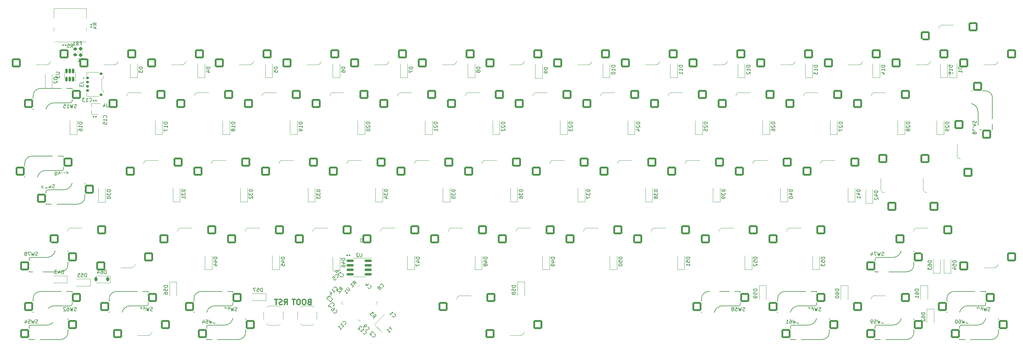
<source format=gbr>
%TF.GenerationSoftware,KiCad,Pcbnew,7.0.1*%
%TF.CreationDate,2023-05-13T17:15:19-04:00*%
%TF.ProjectId,PCB,5043422e-6b69-4636-9164-5f7063625858,rev?*%
%TF.SameCoordinates,Original*%
%TF.FileFunction,Legend,Bot*%
%TF.FilePolarity,Positive*%
%FSLAX46Y46*%
G04 Gerber Fmt 4.6, Leading zero omitted, Abs format (unit mm)*
G04 Created by KiCad (PCBNEW 7.0.1) date 2023-05-13 17:15:19*
%MOMM*%
%LPD*%
G01*
G04 APERTURE LIST*
G04 Aperture macros list*
%AMRoundRect*
0 Rectangle with rounded corners*
0 $1 Rounding radius*
0 $2 $3 $4 $5 $6 $7 $8 $9 X,Y pos of 4 corners*
0 Add a 4 corners polygon primitive as box body*
4,1,4,$2,$3,$4,$5,$6,$7,$8,$9,$2,$3,0*
0 Add four circle primitives for the rounded corners*
1,1,$1+$1,$2,$3*
1,1,$1+$1,$4,$5*
1,1,$1+$1,$6,$7*
1,1,$1+$1,$8,$9*
0 Add four rect primitives between the rounded corners*
20,1,$1+$1,$2,$3,$4,$5,0*
20,1,$1+$1,$4,$5,$6,$7,0*
20,1,$1+$1,$6,$7,$8,$9,0*
20,1,$1+$1,$8,$9,$2,$3,0*%
%AMRotRect*
0 Rectangle, with rotation*
0 The origin of the aperture is its center*
0 $1 length*
0 $2 width*
0 $3 Rotation angle, in degrees counterclockwise*
0 Add horizontal line*
21,1,$1,$2,0,0,$3*%
G04 Aperture macros list end*
%ADD10C,0.300000*%
%ADD11C,0.150000*%
%ADD12C,0.120000*%
%ADD13C,4.000000*%
%ADD14C,3.987800*%
%ADD15C,1.750000*%
%ADD16C,3.300000*%
%ADD17RoundRect,0.250000X1.025000X1.000000X-1.025000X1.000000X-1.025000X-1.000000X1.025000X-1.000000X0*%
%ADD18RoundRect,0.050000X0.238649X0.309359X-0.309359X-0.238649X-0.238649X-0.309359X0.309359X0.238649X0*%
%ADD19RoundRect,0.050000X-0.238649X0.309359X-0.309359X0.238649X0.238649X-0.309359X0.309359X-0.238649X0*%
%ADD20RotRect,3.200000X3.200000X225.000000*%
%ADD21RoundRect,0.100000X0.162635X-0.021213X-0.021213X0.162635X-0.162635X0.021213X0.021213X-0.162635X0*%
%ADD22RoundRect,0.250000X-1.025000X-1.000000X1.025000X-1.000000X1.025000X1.000000X-1.025000X1.000000X0*%
%ADD23R,0.900000X1.200000*%
%ADD24R,1.200000X0.900000*%
%ADD25RoundRect,0.100000X-0.130000X-0.100000X0.130000X-0.100000X0.130000X0.100000X-0.130000X0.100000X0*%
%ADD26RoundRect,0.150000X0.150000X-0.512500X0.150000X0.512500X-0.150000X0.512500X-0.150000X-0.512500X0*%
%ADD27RoundRect,0.250000X1.000000X-1.025000X1.000000X1.025000X-1.000000X1.025000X-1.000000X-1.025000X0*%
%ADD28RoundRect,0.100000X0.021213X0.162635X-0.162635X-0.021213X-0.021213X-0.162635X0.162635X0.021213X0*%
%ADD29R,1.800000X1.100000*%
%ADD30RoundRect,0.100000X0.100000X-0.130000X0.100000X0.130000X-0.100000X0.130000X-0.100000X-0.130000X0*%
%ADD31RoundRect,0.150000X-0.275000X0.150000X-0.275000X-0.150000X0.275000X-0.150000X0.275000X0.150000X0*%
%ADD32RoundRect,0.175000X-0.225000X0.175000X-0.225000X-0.175000X0.225000X-0.175000X0.225000X0.175000X0*%
%ADD33RotRect,1.400000X1.200000X45.000000*%
%ADD34R,1.220000X0.650000*%
%ADD35RoundRect,0.100000X-0.162635X0.021213X0.021213X-0.162635X0.162635X-0.021213X-0.021213X0.162635X0*%
%ADD36RoundRect,0.237500X-0.237500X0.287500X-0.237500X-0.287500X0.237500X-0.287500X0.237500X0.287500X0*%
%ADD37RoundRect,0.100000X0.130000X0.100000X-0.130000X0.100000X-0.130000X-0.100000X0.130000X-0.100000X0*%
%ADD38RoundRect,0.250000X-1.000000X1.025000X-1.000000X-1.025000X1.000000X-1.025000X1.000000X1.025000X0*%
%ADD39RoundRect,0.162500X0.825000X0.162500X-0.825000X0.162500X-0.825000X-0.162500X0.825000X-0.162500X0*%
%ADD40RoundRect,0.100000X-0.021213X-0.162635X0.162635X0.021213X0.021213X0.162635X-0.162635X-0.021213X0*%
%ADD41RoundRect,0.218750X-0.256250X0.218750X-0.256250X-0.218750X0.256250X-0.218750X0.256250X0.218750X0*%
%ADD42RoundRect,0.225000X0.225000X0.375000X-0.225000X0.375000X-0.225000X-0.375000X0.225000X-0.375000X0*%
G04 APERTURE END LIST*
D10*
X69316964Y-73160178D02*
X69816964Y-72445892D01*
X70174107Y-73160178D02*
X70174107Y-71660178D01*
X70174107Y-71660178D02*
X69602678Y-71660178D01*
X69602678Y-71660178D02*
X69459821Y-71731607D01*
X69459821Y-71731607D02*
X69388392Y-71803035D01*
X69388392Y-71803035D02*
X69316964Y-71945892D01*
X69316964Y-71945892D02*
X69316964Y-72160178D01*
X69316964Y-72160178D02*
X69388392Y-72303035D01*
X69388392Y-72303035D02*
X69459821Y-72374464D01*
X69459821Y-72374464D02*
X69602678Y-72445892D01*
X69602678Y-72445892D02*
X70174107Y-72445892D01*
X68745535Y-73088750D02*
X68531250Y-73160178D01*
X68531250Y-73160178D02*
X68174107Y-73160178D01*
X68174107Y-73160178D02*
X68031250Y-73088750D01*
X68031250Y-73088750D02*
X67959821Y-73017321D01*
X67959821Y-73017321D02*
X67888392Y-72874464D01*
X67888392Y-72874464D02*
X67888392Y-72731607D01*
X67888392Y-72731607D02*
X67959821Y-72588750D01*
X67959821Y-72588750D02*
X68031250Y-72517321D01*
X68031250Y-72517321D02*
X68174107Y-72445892D01*
X68174107Y-72445892D02*
X68459821Y-72374464D01*
X68459821Y-72374464D02*
X68602678Y-72303035D01*
X68602678Y-72303035D02*
X68674107Y-72231607D01*
X68674107Y-72231607D02*
X68745535Y-72088750D01*
X68745535Y-72088750D02*
X68745535Y-71945892D01*
X68745535Y-71945892D02*
X68674107Y-71803035D01*
X68674107Y-71803035D02*
X68602678Y-71731607D01*
X68602678Y-71731607D02*
X68459821Y-71660178D01*
X68459821Y-71660178D02*
X68102678Y-71660178D01*
X68102678Y-71660178D02*
X67888392Y-71731607D01*
X67459821Y-71660178D02*
X66602679Y-71660178D01*
X67031250Y-73160178D02*
X67031250Y-71660178D01*
X76374107Y-72374464D02*
X76159821Y-72445892D01*
X76159821Y-72445892D02*
X76088392Y-72517321D01*
X76088392Y-72517321D02*
X76016964Y-72660178D01*
X76016964Y-72660178D02*
X76016964Y-72874464D01*
X76016964Y-72874464D02*
X76088392Y-73017321D01*
X76088392Y-73017321D02*
X76159821Y-73088750D01*
X76159821Y-73088750D02*
X76302678Y-73160178D01*
X76302678Y-73160178D02*
X76874107Y-73160178D01*
X76874107Y-73160178D02*
X76874107Y-71660178D01*
X76874107Y-71660178D02*
X76374107Y-71660178D01*
X76374107Y-71660178D02*
X76231250Y-71731607D01*
X76231250Y-71731607D02*
X76159821Y-71803035D01*
X76159821Y-71803035D02*
X76088392Y-71945892D01*
X76088392Y-71945892D02*
X76088392Y-72088750D01*
X76088392Y-72088750D02*
X76159821Y-72231607D01*
X76159821Y-72231607D02*
X76231250Y-72303035D01*
X76231250Y-72303035D02*
X76374107Y-72374464D01*
X76374107Y-72374464D02*
X76874107Y-72374464D01*
X75088392Y-71660178D02*
X74802678Y-71660178D01*
X74802678Y-71660178D02*
X74659821Y-71731607D01*
X74659821Y-71731607D02*
X74516964Y-71874464D01*
X74516964Y-71874464D02*
X74445535Y-72160178D01*
X74445535Y-72160178D02*
X74445535Y-72660178D01*
X74445535Y-72660178D02*
X74516964Y-72945892D01*
X74516964Y-72945892D02*
X74659821Y-73088750D01*
X74659821Y-73088750D02*
X74802678Y-73160178D01*
X74802678Y-73160178D02*
X75088392Y-73160178D01*
X75088392Y-73160178D02*
X75231250Y-73088750D01*
X75231250Y-73088750D02*
X75374107Y-72945892D01*
X75374107Y-72945892D02*
X75445535Y-72660178D01*
X75445535Y-72660178D02*
X75445535Y-72160178D01*
X75445535Y-72160178D02*
X75374107Y-71874464D01*
X75374107Y-71874464D02*
X75231250Y-71731607D01*
X75231250Y-71731607D02*
X75088392Y-71660178D01*
X73516963Y-71660178D02*
X73231249Y-71660178D01*
X73231249Y-71660178D02*
X73088392Y-71731607D01*
X73088392Y-71731607D02*
X72945535Y-71874464D01*
X72945535Y-71874464D02*
X72874106Y-72160178D01*
X72874106Y-72160178D02*
X72874106Y-72660178D01*
X72874106Y-72660178D02*
X72945535Y-72945892D01*
X72945535Y-72945892D02*
X73088392Y-73088750D01*
X73088392Y-73088750D02*
X73231249Y-73160178D01*
X73231249Y-73160178D02*
X73516963Y-73160178D01*
X73516963Y-73160178D02*
X73659821Y-73088750D01*
X73659821Y-73088750D02*
X73802678Y-72945892D01*
X73802678Y-72945892D02*
X73874106Y-72660178D01*
X73874106Y-72660178D02*
X73874106Y-72160178D01*
X73874106Y-72160178D02*
X73802678Y-71874464D01*
X73802678Y-71874464D02*
X73659821Y-71731607D01*
X73659821Y-71731607D02*
X73516963Y-71660178D01*
X72445534Y-71660178D02*
X71588392Y-71660178D01*
X72016963Y-73160178D02*
X72016963Y-71660178D01*
D11*
%TO.C,U1*%
X87238007Y-68301136D02*
X87810427Y-68873556D01*
X87810427Y-68873556D02*
X87844098Y-68974571D01*
X87844098Y-68974571D02*
X87844098Y-69041914D01*
X87844098Y-69041914D02*
X87810427Y-69142930D01*
X87810427Y-69142930D02*
X87675740Y-69277617D01*
X87675740Y-69277617D02*
X87574724Y-69311288D01*
X87574724Y-69311288D02*
X87507381Y-69311288D01*
X87507381Y-69311288D02*
X87406366Y-69277617D01*
X87406366Y-69277617D02*
X86833946Y-68705197D01*
X86833946Y-70119410D02*
X87238007Y-69715349D01*
X87035976Y-69917380D02*
X86328870Y-69210273D01*
X86328870Y-69210273D02*
X86497228Y-69243945D01*
X86497228Y-69243945D02*
X86631915Y-69243945D01*
X86631915Y-69243945D02*
X86732931Y-69210273D01*
%TO.C,C16*%
X85126040Y-65058096D02*
X85126040Y-65125439D01*
X85126040Y-65125439D02*
X85193383Y-65260126D01*
X85193383Y-65260126D02*
X85260727Y-65327470D01*
X85260727Y-65327470D02*
X85395414Y-65394813D01*
X85395414Y-65394813D02*
X85530101Y-65394813D01*
X85530101Y-65394813D02*
X85631116Y-65361142D01*
X85631116Y-65361142D02*
X85799475Y-65260126D01*
X85799475Y-65260126D02*
X85900490Y-65159111D01*
X85900490Y-65159111D02*
X86001505Y-64990752D01*
X86001505Y-64990752D02*
X86035177Y-64889737D01*
X86035177Y-64889737D02*
X86035177Y-64755050D01*
X86035177Y-64755050D02*
X85967833Y-64620363D01*
X85967833Y-64620363D02*
X85900490Y-64553019D01*
X85900490Y-64553019D02*
X85765803Y-64485676D01*
X85765803Y-64485676D02*
X85698459Y-64485676D01*
X84385261Y-64452004D02*
X84789322Y-64856065D01*
X84587292Y-64654035D02*
X85294398Y-63946928D01*
X85294398Y-63946928D02*
X85260727Y-64115287D01*
X85260727Y-64115287D02*
X85260727Y-64249974D01*
X85260727Y-64249974D02*
X85294398Y-64350989D01*
X84486276Y-63138806D02*
X84620963Y-63273493D01*
X84620963Y-63273493D02*
X84654635Y-63374508D01*
X84654635Y-63374508D02*
X84654635Y-63441852D01*
X84654635Y-63441852D02*
X84620963Y-63610210D01*
X84620963Y-63610210D02*
X84519948Y-63778569D01*
X84519948Y-63778569D02*
X84250574Y-64047943D01*
X84250574Y-64047943D02*
X84149559Y-64081615D01*
X84149559Y-64081615D02*
X84082215Y-64081615D01*
X84082215Y-64081615D02*
X83981200Y-64047943D01*
X83981200Y-64047943D02*
X83846513Y-63913256D01*
X83846513Y-63913256D02*
X83812841Y-63812241D01*
X83812841Y-63812241D02*
X83812841Y-63744897D01*
X83812841Y-63744897D02*
X83846513Y-63643882D01*
X83846513Y-63643882D02*
X84014872Y-63475523D01*
X84014872Y-63475523D02*
X84115887Y-63441852D01*
X84115887Y-63441852D02*
X84183231Y-63441852D01*
X84183231Y-63441852D02*
X84284246Y-63475523D01*
X84284246Y-63475523D02*
X84418933Y-63610210D01*
X84418933Y-63610210D02*
X84452605Y-63711226D01*
X84452605Y-63711226D02*
X84452605Y-63778569D01*
X84452605Y-63778569D02*
X84418933Y-63879584D01*
%TO.C,D43*%
X7214285Y-64462619D02*
X7214285Y-63462619D01*
X7214285Y-63462619D02*
X6976190Y-63462619D01*
X6976190Y-63462619D02*
X6833333Y-63510238D01*
X6833333Y-63510238D02*
X6738095Y-63605476D01*
X6738095Y-63605476D02*
X6690476Y-63700714D01*
X6690476Y-63700714D02*
X6642857Y-63891190D01*
X6642857Y-63891190D02*
X6642857Y-64034047D01*
X6642857Y-64034047D02*
X6690476Y-64224523D01*
X6690476Y-64224523D02*
X6738095Y-64319761D01*
X6738095Y-64319761D02*
X6833333Y-64415000D01*
X6833333Y-64415000D02*
X6976190Y-64462619D01*
X6976190Y-64462619D02*
X7214285Y-64462619D01*
X5785714Y-63795952D02*
X5785714Y-64462619D01*
X6023809Y-63415000D02*
X6261904Y-64129285D01*
X6261904Y-64129285D02*
X5642857Y-64129285D01*
X5357142Y-63462619D02*
X4738095Y-63462619D01*
X4738095Y-63462619D02*
X5071428Y-63843571D01*
X5071428Y-63843571D02*
X4928571Y-63843571D01*
X4928571Y-63843571D02*
X4833333Y-63891190D01*
X4833333Y-63891190D02*
X4785714Y-63938809D01*
X4785714Y-63938809D02*
X4738095Y-64034047D01*
X4738095Y-64034047D02*
X4738095Y-64272142D01*
X4738095Y-64272142D02*
X4785714Y-64367380D01*
X4785714Y-64367380D02*
X4833333Y-64415000D01*
X4833333Y-64415000D02*
X4928571Y-64462619D01*
X4928571Y-64462619D02*
X5214285Y-64462619D01*
X5214285Y-64462619D02*
X5309523Y-64415000D01*
X5309523Y-64415000D02*
X5357142Y-64367380D01*
%TO.C,D42*%
X236462619Y-41135714D02*
X235462619Y-41135714D01*
X235462619Y-41135714D02*
X235462619Y-41373809D01*
X235462619Y-41373809D02*
X235510238Y-41516666D01*
X235510238Y-41516666D02*
X235605476Y-41611904D01*
X235605476Y-41611904D02*
X235700714Y-41659523D01*
X235700714Y-41659523D02*
X235891190Y-41707142D01*
X235891190Y-41707142D02*
X236034047Y-41707142D01*
X236034047Y-41707142D02*
X236224523Y-41659523D01*
X236224523Y-41659523D02*
X236319761Y-41611904D01*
X236319761Y-41611904D02*
X236415000Y-41516666D01*
X236415000Y-41516666D02*
X236462619Y-41373809D01*
X236462619Y-41373809D02*
X236462619Y-41135714D01*
X235795952Y-42564285D02*
X236462619Y-42564285D01*
X235415000Y-42326190D02*
X236129285Y-42088095D01*
X236129285Y-42088095D02*
X236129285Y-42707142D01*
X235557857Y-43040476D02*
X235510238Y-43088095D01*
X235510238Y-43088095D02*
X235462619Y-43183333D01*
X235462619Y-43183333D02*
X235462619Y-43421428D01*
X235462619Y-43421428D02*
X235510238Y-43516666D01*
X235510238Y-43516666D02*
X235557857Y-43564285D01*
X235557857Y-43564285D02*
X235653095Y-43611904D01*
X235653095Y-43611904D02*
X235748333Y-43611904D01*
X235748333Y-43611904D02*
X235891190Y-43564285D01*
X235891190Y-43564285D02*
X236462619Y-42992857D01*
X236462619Y-42992857D02*
X236462619Y-43611904D01*
%TO.C,SW74*%
X238065773Y-59315000D02*
X237922916Y-59362619D01*
X237922916Y-59362619D02*
X237684821Y-59362619D01*
X237684821Y-59362619D02*
X237589583Y-59315000D01*
X237589583Y-59315000D02*
X237541964Y-59267380D01*
X237541964Y-59267380D02*
X237494345Y-59172142D01*
X237494345Y-59172142D02*
X237494345Y-59076904D01*
X237494345Y-59076904D02*
X237541964Y-58981666D01*
X237541964Y-58981666D02*
X237589583Y-58934047D01*
X237589583Y-58934047D02*
X237684821Y-58886428D01*
X237684821Y-58886428D02*
X237875297Y-58838809D01*
X237875297Y-58838809D02*
X237970535Y-58791190D01*
X237970535Y-58791190D02*
X238018154Y-58743571D01*
X238018154Y-58743571D02*
X238065773Y-58648333D01*
X238065773Y-58648333D02*
X238065773Y-58553095D01*
X238065773Y-58553095D02*
X238018154Y-58457857D01*
X238018154Y-58457857D02*
X237970535Y-58410238D01*
X237970535Y-58410238D02*
X237875297Y-58362619D01*
X237875297Y-58362619D02*
X237637202Y-58362619D01*
X237637202Y-58362619D02*
X237494345Y-58410238D01*
X237161011Y-58362619D02*
X236922916Y-59362619D01*
X236922916Y-59362619D02*
X236732440Y-58648333D01*
X236732440Y-58648333D02*
X236541964Y-59362619D01*
X236541964Y-59362619D02*
X236303869Y-58362619D01*
X236018154Y-58362619D02*
X235351488Y-58362619D01*
X235351488Y-58362619D02*
X235780059Y-59362619D01*
X234541964Y-58695952D02*
X234541964Y-59362619D01*
X234780059Y-58315000D02*
X235018154Y-59029285D01*
X235018154Y-59029285D02*
X234399107Y-59029285D01*
%TO.C,D20*%
X93462619Y-21785714D02*
X92462619Y-21785714D01*
X92462619Y-21785714D02*
X92462619Y-22023809D01*
X92462619Y-22023809D02*
X92510238Y-22166666D01*
X92510238Y-22166666D02*
X92605476Y-22261904D01*
X92605476Y-22261904D02*
X92700714Y-22309523D01*
X92700714Y-22309523D02*
X92891190Y-22357142D01*
X92891190Y-22357142D02*
X93034047Y-22357142D01*
X93034047Y-22357142D02*
X93224523Y-22309523D01*
X93224523Y-22309523D02*
X93319761Y-22261904D01*
X93319761Y-22261904D02*
X93415000Y-22166666D01*
X93415000Y-22166666D02*
X93462619Y-22023809D01*
X93462619Y-22023809D02*
X93462619Y-21785714D01*
X92557857Y-22738095D02*
X92510238Y-22785714D01*
X92510238Y-22785714D02*
X92462619Y-22880952D01*
X92462619Y-22880952D02*
X92462619Y-23119047D01*
X92462619Y-23119047D02*
X92510238Y-23214285D01*
X92510238Y-23214285D02*
X92557857Y-23261904D01*
X92557857Y-23261904D02*
X92653095Y-23309523D01*
X92653095Y-23309523D02*
X92748333Y-23309523D01*
X92748333Y-23309523D02*
X92891190Y-23261904D01*
X92891190Y-23261904D02*
X93462619Y-22690476D01*
X93462619Y-22690476D02*
X93462619Y-23309523D01*
X92462619Y-23928571D02*
X92462619Y-24023809D01*
X92462619Y-24023809D02*
X92510238Y-24119047D01*
X92510238Y-24119047D02*
X92557857Y-24166666D01*
X92557857Y-24166666D02*
X92653095Y-24214285D01*
X92653095Y-24214285D02*
X92843571Y-24261904D01*
X92843571Y-24261904D02*
X93081666Y-24261904D01*
X93081666Y-24261904D02*
X93272142Y-24214285D01*
X93272142Y-24214285D02*
X93367380Y-24166666D01*
X93367380Y-24166666D02*
X93415000Y-24119047D01*
X93415000Y-24119047D02*
X93462619Y-24023809D01*
X93462619Y-24023809D02*
X93462619Y-23928571D01*
X93462619Y-23928571D02*
X93415000Y-23833333D01*
X93415000Y-23833333D02*
X93367380Y-23785714D01*
X93367380Y-23785714D02*
X93272142Y-23738095D01*
X93272142Y-23738095D02*
X93081666Y-23690476D01*
X93081666Y-23690476D02*
X92843571Y-23690476D01*
X92843571Y-23690476D02*
X92653095Y-23738095D01*
X92653095Y-23738095D02*
X92557857Y-23785714D01*
X92557857Y-23785714D02*
X92510238Y-23833333D01*
X92510238Y-23833333D02*
X92462619Y-23928571D01*
%TO.C,D31*%
X41462619Y-40785714D02*
X40462619Y-40785714D01*
X40462619Y-40785714D02*
X40462619Y-41023809D01*
X40462619Y-41023809D02*
X40510238Y-41166666D01*
X40510238Y-41166666D02*
X40605476Y-41261904D01*
X40605476Y-41261904D02*
X40700714Y-41309523D01*
X40700714Y-41309523D02*
X40891190Y-41357142D01*
X40891190Y-41357142D02*
X41034047Y-41357142D01*
X41034047Y-41357142D02*
X41224523Y-41309523D01*
X41224523Y-41309523D02*
X41319761Y-41261904D01*
X41319761Y-41261904D02*
X41415000Y-41166666D01*
X41415000Y-41166666D02*
X41462619Y-41023809D01*
X41462619Y-41023809D02*
X41462619Y-40785714D01*
X40462619Y-41690476D02*
X40462619Y-42309523D01*
X40462619Y-42309523D02*
X40843571Y-41976190D01*
X40843571Y-41976190D02*
X40843571Y-42119047D01*
X40843571Y-42119047D02*
X40891190Y-42214285D01*
X40891190Y-42214285D02*
X40938809Y-42261904D01*
X40938809Y-42261904D02*
X41034047Y-42309523D01*
X41034047Y-42309523D02*
X41272142Y-42309523D01*
X41272142Y-42309523D02*
X41367380Y-42261904D01*
X41367380Y-42261904D02*
X41415000Y-42214285D01*
X41415000Y-42214285D02*
X41462619Y-42119047D01*
X41462619Y-42119047D02*
X41462619Y-41833333D01*
X41462619Y-41833333D02*
X41415000Y-41738095D01*
X41415000Y-41738095D02*
X41367380Y-41690476D01*
X41462619Y-43261904D02*
X41462619Y-42690476D01*
X41462619Y-42976190D02*
X40462619Y-42976190D01*
X40462619Y-42976190D02*
X40605476Y-42880952D01*
X40605476Y-42880952D02*
X40700714Y-42785714D01*
X40700714Y-42785714D02*
X40748333Y-42690476D01*
%TO.C,C10*%
X92729259Y-55431567D02*
X92776878Y-55479187D01*
X92776878Y-55479187D02*
X92919735Y-55526806D01*
X92919735Y-55526806D02*
X93014973Y-55526806D01*
X93014973Y-55526806D02*
X93157830Y-55479187D01*
X93157830Y-55479187D02*
X93253068Y-55383948D01*
X93253068Y-55383948D02*
X93300687Y-55288710D01*
X93300687Y-55288710D02*
X93348306Y-55098234D01*
X93348306Y-55098234D02*
X93348306Y-54955377D01*
X93348306Y-54955377D02*
X93300687Y-54764901D01*
X93300687Y-54764901D02*
X93253068Y-54669663D01*
X93253068Y-54669663D02*
X93157830Y-54574425D01*
X93157830Y-54574425D02*
X93014973Y-54526806D01*
X93014973Y-54526806D02*
X92919735Y-54526806D01*
X92919735Y-54526806D02*
X92776878Y-54574425D01*
X92776878Y-54574425D02*
X92729259Y-54622044D01*
X91776878Y-55526806D02*
X92348306Y-55526806D01*
X92062592Y-55526806D02*
X92062592Y-54526806D01*
X92062592Y-54526806D02*
X92157830Y-54669663D01*
X92157830Y-54669663D02*
X92253068Y-54764901D01*
X92253068Y-54764901D02*
X92348306Y-54812520D01*
X91157830Y-54526806D02*
X91062592Y-54526806D01*
X91062592Y-54526806D02*
X90967354Y-54574425D01*
X90967354Y-54574425D02*
X90919735Y-54622044D01*
X90919735Y-54622044D02*
X90872116Y-54717282D01*
X90872116Y-54717282D02*
X90824497Y-54907758D01*
X90824497Y-54907758D02*
X90824497Y-55145853D01*
X90824497Y-55145853D02*
X90872116Y-55336329D01*
X90872116Y-55336329D02*
X90919735Y-55431567D01*
X90919735Y-55431567D02*
X90967354Y-55479187D01*
X90967354Y-55479187D02*
X91062592Y-55526806D01*
X91062592Y-55526806D02*
X91157830Y-55526806D01*
X91157830Y-55526806D02*
X91253068Y-55479187D01*
X91253068Y-55479187D02*
X91300687Y-55431567D01*
X91300687Y-55431567D02*
X91348306Y-55336329D01*
X91348306Y-55336329D02*
X91395925Y-55145853D01*
X91395925Y-55145853D02*
X91395925Y-54907758D01*
X91395925Y-54907758D02*
X91348306Y-54717282D01*
X91348306Y-54717282D02*
X91300687Y-54622044D01*
X91300687Y-54622044D02*
X91253068Y-54574425D01*
X91253068Y-54574425D02*
X91157830Y-54526806D01*
%TO.C,D54*%
X258462619Y-60785714D02*
X257462619Y-60785714D01*
X257462619Y-60785714D02*
X257462619Y-61023809D01*
X257462619Y-61023809D02*
X257510238Y-61166666D01*
X257510238Y-61166666D02*
X257605476Y-61261904D01*
X257605476Y-61261904D02*
X257700714Y-61309523D01*
X257700714Y-61309523D02*
X257891190Y-61357142D01*
X257891190Y-61357142D02*
X258034047Y-61357142D01*
X258034047Y-61357142D02*
X258224523Y-61309523D01*
X258224523Y-61309523D02*
X258319761Y-61261904D01*
X258319761Y-61261904D02*
X258415000Y-61166666D01*
X258415000Y-61166666D02*
X258462619Y-61023809D01*
X258462619Y-61023809D02*
X258462619Y-60785714D01*
X257462619Y-62261904D02*
X257462619Y-61785714D01*
X257462619Y-61785714D02*
X257938809Y-61738095D01*
X257938809Y-61738095D02*
X257891190Y-61785714D01*
X257891190Y-61785714D02*
X257843571Y-61880952D01*
X257843571Y-61880952D02*
X257843571Y-62119047D01*
X257843571Y-62119047D02*
X257891190Y-62214285D01*
X257891190Y-62214285D02*
X257938809Y-62261904D01*
X257938809Y-62261904D02*
X258034047Y-62309523D01*
X258034047Y-62309523D02*
X258272142Y-62309523D01*
X258272142Y-62309523D02*
X258367380Y-62261904D01*
X258367380Y-62261904D02*
X258415000Y-62214285D01*
X258415000Y-62214285D02*
X258462619Y-62119047D01*
X258462619Y-62119047D02*
X258462619Y-61880952D01*
X258462619Y-61880952D02*
X258415000Y-61785714D01*
X258415000Y-61785714D02*
X258367380Y-61738095D01*
X257795952Y-63166666D02*
X258462619Y-63166666D01*
X257415000Y-62928571D02*
X258129285Y-62690476D01*
X258129285Y-62690476D02*
X258129285Y-63309523D01*
%TO.C,D11*%
X181462619Y-5785714D02*
X180462619Y-5785714D01*
X180462619Y-5785714D02*
X180462619Y-6023809D01*
X180462619Y-6023809D02*
X180510238Y-6166666D01*
X180510238Y-6166666D02*
X180605476Y-6261904D01*
X180605476Y-6261904D02*
X180700714Y-6309523D01*
X180700714Y-6309523D02*
X180891190Y-6357142D01*
X180891190Y-6357142D02*
X181034047Y-6357142D01*
X181034047Y-6357142D02*
X181224523Y-6309523D01*
X181224523Y-6309523D02*
X181319761Y-6261904D01*
X181319761Y-6261904D02*
X181415000Y-6166666D01*
X181415000Y-6166666D02*
X181462619Y-6023809D01*
X181462619Y-6023809D02*
X181462619Y-5785714D01*
X181462619Y-7309523D02*
X181462619Y-6738095D01*
X181462619Y-7023809D02*
X180462619Y-7023809D01*
X180462619Y-7023809D02*
X180605476Y-6928571D01*
X180605476Y-6928571D02*
X180700714Y-6833333D01*
X180700714Y-6833333D02*
X180748333Y-6738095D01*
X181462619Y-8261904D02*
X181462619Y-7690476D01*
X181462619Y-7976190D02*
X180462619Y-7976190D01*
X180462619Y-7976190D02*
X180605476Y-7880952D01*
X180605476Y-7880952D02*
X180700714Y-7785714D01*
X180700714Y-7785714D02*
X180748333Y-7690476D01*
%TO.C,D33*%
X79462619Y-40785714D02*
X78462619Y-40785714D01*
X78462619Y-40785714D02*
X78462619Y-41023809D01*
X78462619Y-41023809D02*
X78510238Y-41166666D01*
X78510238Y-41166666D02*
X78605476Y-41261904D01*
X78605476Y-41261904D02*
X78700714Y-41309523D01*
X78700714Y-41309523D02*
X78891190Y-41357142D01*
X78891190Y-41357142D02*
X79034047Y-41357142D01*
X79034047Y-41357142D02*
X79224523Y-41309523D01*
X79224523Y-41309523D02*
X79319761Y-41261904D01*
X79319761Y-41261904D02*
X79415000Y-41166666D01*
X79415000Y-41166666D02*
X79462619Y-41023809D01*
X79462619Y-41023809D02*
X79462619Y-40785714D01*
X78462619Y-41690476D02*
X78462619Y-42309523D01*
X78462619Y-42309523D02*
X78843571Y-41976190D01*
X78843571Y-41976190D02*
X78843571Y-42119047D01*
X78843571Y-42119047D02*
X78891190Y-42214285D01*
X78891190Y-42214285D02*
X78938809Y-42261904D01*
X78938809Y-42261904D02*
X79034047Y-42309523D01*
X79034047Y-42309523D02*
X79272142Y-42309523D01*
X79272142Y-42309523D02*
X79367380Y-42261904D01*
X79367380Y-42261904D02*
X79415000Y-42214285D01*
X79415000Y-42214285D02*
X79462619Y-42119047D01*
X79462619Y-42119047D02*
X79462619Y-41833333D01*
X79462619Y-41833333D02*
X79415000Y-41738095D01*
X79415000Y-41738095D02*
X79367380Y-41690476D01*
X78462619Y-42642857D02*
X78462619Y-43261904D01*
X78462619Y-43261904D02*
X78843571Y-42928571D01*
X78843571Y-42928571D02*
X78843571Y-43071428D01*
X78843571Y-43071428D02*
X78891190Y-43166666D01*
X78891190Y-43166666D02*
X78938809Y-43214285D01*
X78938809Y-43214285D02*
X79034047Y-43261904D01*
X79034047Y-43261904D02*
X79272142Y-43261904D01*
X79272142Y-43261904D02*
X79367380Y-43214285D01*
X79367380Y-43214285D02*
X79415000Y-43166666D01*
X79415000Y-43166666D02*
X79462619Y-43071428D01*
X79462619Y-43071428D02*
X79462619Y-42785714D01*
X79462619Y-42785714D02*
X79415000Y-42690476D01*
X79415000Y-42690476D02*
X79367380Y-42642857D01*
%TO.C,D17*%
X36462619Y-21785714D02*
X35462619Y-21785714D01*
X35462619Y-21785714D02*
X35462619Y-22023809D01*
X35462619Y-22023809D02*
X35510238Y-22166666D01*
X35510238Y-22166666D02*
X35605476Y-22261904D01*
X35605476Y-22261904D02*
X35700714Y-22309523D01*
X35700714Y-22309523D02*
X35891190Y-22357142D01*
X35891190Y-22357142D02*
X36034047Y-22357142D01*
X36034047Y-22357142D02*
X36224523Y-22309523D01*
X36224523Y-22309523D02*
X36319761Y-22261904D01*
X36319761Y-22261904D02*
X36415000Y-22166666D01*
X36415000Y-22166666D02*
X36462619Y-22023809D01*
X36462619Y-22023809D02*
X36462619Y-21785714D01*
X36462619Y-23309523D02*
X36462619Y-22738095D01*
X36462619Y-23023809D02*
X35462619Y-23023809D01*
X35462619Y-23023809D02*
X35605476Y-22928571D01*
X35605476Y-22928571D02*
X35700714Y-22833333D01*
X35700714Y-22833333D02*
X35748333Y-22738095D01*
X35462619Y-23642857D02*
X35462619Y-24309523D01*
X35462619Y-24309523D02*
X36462619Y-23880952D01*
%TO.C,D52*%
X202462619Y-59785714D02*
X201462619Y-59785714D01*
X201462619Y-59785714D02*
X201462619Y-60023809D01*
X201462619Y-60023809D02*
X201510238Y-60166666D01*
X201510238Y-60166666D02*
X201605476Y-60261904D01*
X201605476Y-60261904D02*
X201700714Y-60309523D01*
X201700714Y-60309523D02*
X201891190Y-60357142D01*
X201891190Y-60357142D02*
X202034047Y-60357142D01*
X202034047Y-60357142D02*
X202224523Y-60309523D01*
X202224523Y-60309523D02*
X202319761Y-60261904D01*
X202319761Y-60261904D02*
X202415000Y-60166666D01*
X202415000Y-60166666D02*
X202462619Y-60023809D01*
X202462619Y-60023809D02*
X202462619Y-59785714D01*
X201462619Y-61261904D02*
X201462619Y-60785714D01*
X201462619Y-60785714D02*
X201938809Y-60738095D01*
X201938809Y-60738095D02*
X201891190Y-60785714D01*
X201891190Y-60785714D02*
X201843571Y-60880952D01*
X201843571Y-60880952D02*
X201843571Y-61119047D01*
X201843571Y-61119047D02*
X201891190Y-61214285D01*
X201891190Y-61214285D02*
X201938809Y-61261904D01*
X201938809Y-61261904D02*
X202034047Y-61309523D01*
X202034047Y-61309523D02*
X202272142Y-61309523D01*
X202272142Y-61309523D02*
X202367380Y-61261904D01*
X202367380Y-61261904D02*
X202415000Y-61214285D01*
X202415000Y-61214285D02*
X202462619Y-61119047D01*
X202462619Y-61119047D02*
X202462619Y-60880952D01*
X202462619Y-60880952D02*
X202415000Y-60785714D01*
X202415000Y-60785714D02*
X202367380Y-60738095D01*
X201557857Y-61690476D02*
X201510238Y-61738095D01*
X201510238Y-61738095D02*
X201462619Y-61833333D01*
X201462619Y-61833333D02*
X201462619Y-62071428D01*
X201462619Y-62071428D02*
X201510238Y-62166666D01*
X201510238Y-62166666D02*
X201557857Y-62214285D01*
X201557857Y-62214285D02*
X201653095Y-62261904D01*
X201653095Y-62261904D02*
X201748333Y-62261904D01*
X201748333Y-62261904D02*
X201891190Y-62214285D01*
X201891190Y-62214285D02*
X202462619Y-61642857D01*
X202462619Y-61642857D02*
X202462619Y-62261904D01*
%TO.C,D13*%
X219462619Y-5785714D02*
X218462619Y-5785714D01*
X218462619Y-5785714D02*
X218462619Y-6023809D01*
X218462619Y-6023809D02*
X218510238Y-6166666D01*
X218510238Y-6166666D02*
X218605476Y-6261904D01*
X218605476Y-6261904D02*
X218700714Y-6309523D01*
X218700714Y-6309523D02*
X218891190Y-6357142D01*
X218891190Y-6357142D02*
X219034047Y-6357142D01*
X219034047Y-6357142D02*
X219224523Y-6309523D01*
X219224523Y-6309523D02*
X219319761Y-6261904D01*
X219319761Y-6261904D02*
X219415000Y-6166666D01*
X219415000Y-6166666D02*
X219462619Y-6023809D01*
X219462619Y-6023809D02*
X219462619Y-5785714D01*
X219462619Y-7309523D02*
X219462619Y-6738095D01*
X219462619Y-7023809D02*
X218462619Y-7023809D01*
X218462619Y-7023809D02*
X218605476Y-6928571D01*
X218605476Y-6928571D02*
X218700714Y-6833333D01*
X218700714Y-6833333D02*
X218748333Y-6738095D01*
X218462619Y-7642857D02*
X218462619Y-8261904D01*
X218462619Y-8261904D02*
X218843571Y-7928571D01*
X218843571Y-7928571D02*
X218843571Y-8071428D01*
X218843571Y-8071428D02*
X218891190Y-8166666D01*
X218891190Y-8166666D02*
X218938809Y-8214285D01*
X218938809Y-8214285D02*
X219034047Y-8261904D01*
X219034047Y-8261904D02*
X219272142Y-8261904D01*
X219272142Y-8261904D02*
X219367380Y-8214285D01*
X219367380Y-8214285D02*
X219415000Y-8166666D01*
X219415000Y-8166666D02*
X219462619Y-8071428D01*
X219462619Y-8071428D02*
X219462619Y-7785714D01*
X219462619Y-7785714D02*
X219415000Y-7690476D01*
X219415000Y-7690476D02*
X219367380Y-7642857D01*
%TO.C,C6*%
X83289323Y-75221378D02*
X83289323Y-75288721D01*
X83289323Y-75288721D02*
X83356666Y-75423408D01*
X83356666Y-75423408D02*
X83424010Y-75490752D01*
X83424010Y-75490752D02*
X83558697Y-75558095D01*
X83558697Y-75558095D02*
X83693384Y-75558095D01*
X83693384Y-75558095D02*
X83794399Y-75524424D01*
X83794399Y-75524424D02*
X83962758Y-75423408D01*
X83962758Y-75423408D02*
X84063773Y-75322393D01*
X84063773Y-75322393D02*
X84164788Y-75154034D01*
X84164788Y-75154034D02*
X84198460Y-75053019D01*
X84198460Y-75053019D02*
X84198460Y-74918332D01*
X84198460Y-74918332D02*
X84131117Y-74783645D01*
X84131117Y-74783645D02*
X84063773Y-74716302D01*
X84063773Y-74716302D02*
X83929086Y-74648958D01*
X83929086Y-74648958D02*
X83861743Y-74648958D01*
X83322994Y-73975523D02*
X83457681Y-74110210D01*
X83457681Y-74110210D02*
X83491353Y-74211225D01*
X83491353Y-74211225D02*
X83491353Y-74278569D01*
X83491353Y-74278569D02*
X83457681Y-74446928D01*
X83457681Y-74446928D02*
X83356666Y-74615286D01*
X83356666Y-74615286D02*
X83087292Y-74884660D01*
X83087292Y-74884660D02*
X82986277Y-74918332D01*
X82986277Y-74918332D02*
X82918933Y-74918332D01*
X82918933Y-74918332D02*
X82817918Y-74884660D01*
X82817918Y-74884660D02*
X82683231Y-74749973D01*
X82683231Y-74749973D02*
X82649559Y-74648958D01*
X82649559Y-74648958D02*
X82649559Y-74581615D01*
X82649559Y-74581615D02*
X82683231Y-74480599D01*
X82683231Y-74480599D02*
X82851590Y-74312241D01*
X82851590Y-74312241D02*
X82952605Y-74278569D01*
X82952605Y-74278569D02*
X83019949Y-74278569D01*
X83019949Y-74278569D02*
X83120964Y-74312241D01*
X83120964Y-74312241D02*
X83255651Y-74446928D01*
X83255651Y-74446928D02*
X83289323Y-74547943D01*
X83289323Y-74547943D02*
X83289323Y-74615286D01*
X83289323Y-74615286D02*
X83255651Y-74716302D01*
%TO.C,D6*%
X86462619Y-6261905D02*
X85462619Y-6261905D01*
X85462619Y-6261905D02*
X85462619Y-6500000D01*
X85462619Y-6500000D02*
X85510238Y-6642857D01*
X85510238Y-6642857D02*
X85605476Y-6738095D01*
X85605476Y-6738095D02*
X85700714Y-6785714D01*
X85700714Y-6785714D02*
X85891190Y-6833333D01*
X85891190Y-6833333D02*
X86034047Y-6833333D01*
X86034047Y-6833333D02*
X86224523Y-6785714D01*
X86224523Y-6785714D02*
X86319761Y-6738095D01*
X86319761Y-6738095D02*
X86415000Y-6642857D01*
X86415000Y-6642857D02*
X86462619Y-6500000D01*
X86462619Y-6500000D02*
X86462619Y-6261905D01*
X85462619Y-7690476D02*
X85462619Y-7500000D01*
X85462619Y-7500000D02*
X85510238Y-7404762D01*
X85510238Y-7404762D02*
X85557857Y-7357143D01*
X85557857Y-7357143D02*
X85700714Y-7261905D01*
X85700714Y-7261905D02*
X85891190Y-7214286D01*
X85891190Y-7214286D02*
X86272142Y-7214286D01*
X86272142Y-7214286D02*
X86367380Y-7261905D01*
X86367380Y-7261905D02*
X86415000Y-7309524D01*
X86415000Y-7309524D02*
X86462619Y-7404762D01*
X86462619Y-7404762D02*
X86462619Y-7595238D01*
X86462619Y-7595238D02*
X86415000Y-7690476D01*
X86415000Y-7690476D02*
X86367380Y-7738095D01*
X86367380Y-7738095D02*
X86272142Y-7785714D01*
X86272142Y-7785714D02*
X86034047Y-7785714D01*
X86034047Y-7785714D02*
X85938809Y-7738095D01*
X85938809Y-7738095D02*
X85891190Y-7690476D01*
X85891190Y-7690476D02*
X85843571Y-7595238D01*
X85843571Y-7595238D02*
X85843571Y-7404762D01*
X85843571Y-7404762D02*
X85891190Y-7309524D01*
X85891190Y-7309524D02*
X85938809Y-7261905D01*
X85938809Y-7261905D02*
X86034047Y-7214286D01*
%TO.C,D15*%
X257462619Y-5804936D02*
X256462619Y-5804936D01*
X256462619Y-5804936D02*
X256462619Y-6043031D01*
X256462619Y-6043031D02*
X256510238Y-6185888D01*
X256510238Y-6185888D02*
X256605476Y-6281126D01*
X256605476Y-6281126D02*
X256700714Y-6328745D01*
X256700714Y-6328745D02*
X256891190Y-6376364D01*
X256891190Y-6376364D02*
X257034047Y-6376364D01*
X257034047Y-6376364D02*
X257224523Y-6328745D01*
X257224523Y-6328745D02*
X257319761Y-6281126D01*
X257319761Y-6281126D02*
X257415000Y-6185888D01*
X257415000Y-6185888D02*
X257462619Y-6043031D01*
X257462619Y-6043031D02*
X257462619Y-5804936D01*
X257462619Y-7328745D02*
X257462619Y-6757317D01*
X257462619Y-7043031D02*
X256462619Y-7043031D01*
X256462619Y-7043031D02*
X256605476Y-6947793D01*
X256605476Y-6947793D02*
X256700714Y-6852555D01*
X256700714Y-6852555D02*
X256748333Y-6757317D01*
X256462619Y-8233507D02*
X256462619Y-7757317D01*
X256462619Y-7757317D02*
X256938809Y-7709698D01*
X256938809Y-7709698D02*
X256891190Y-7757317D01*
X256891190Y-7757317D02*
X256843571Y-7852555D01*
X256843571Y-7852555D02*
X256843571Y-8090650D01*
X256843571Y-8090650D02*
X256891190Y-8185888D01*
X256891190Y-8185888D02*
X256938809Y-8233507D01*
X256938809Y-8233507D02*
X257034047Y-8281126D01*
X257034047Y-8281126D02*
X257272142Y-8281126D01*
X257272142Y-8281126D02*
X257367380Y-8233507D01*
X257367380Y-8233507D02*
X257415000Y-8185888D01*
X257415000Y-8185888D02*
X257462619Y-8090650D01*
X257462619Y-8090650D02*
X257462619Y-7852555D01*
X257462619Y-7852555D02*
X257415000Y-7757317D01*
X257415000Y-7757317D02*
X257367380Y-7709698D01*
%TO.C,SW62*%
X10822023Y-74865000D02*
X10679166Y-74912619D01*
X10679166Y-74912619D02*
X10441071Y-74912619D01*
X10441071Y-74912619D02*
X10345833Y-74865000D01*
X10345833Y-74865000D02*
X10298214Y-74817380D01*
X10298214Y-74817380D02*
X10250595Y-74722142D01*
X10250595Y-74722142D02*
X10250595Y-74626904D01*
X10250595Y-74626904D02*
X10298214Y-74531666D01*
X10298214Y-74531666D02*
X10345833Y-74484047D01*
X10345833Y-74484047D02*
X10441071Y-74436428D01*
X10441071Y-74436428D02*
X10631547Y-74388809D01*
X10631547Y-74388809D02*
X10726785Y-74341190D01*
X10726785Y-74341190D02*
X10774404Y-74293571D01*
X10774404Y-74293571D02*
X10822023Y-74198333D01*
X10822023Y-74198333D02*
X10822023Y-74103095D01*
X10822023Y-74103095D02*
X10774404Y-74007857D01*
X10774404Y-74007857D02*
X10726785Y-73960238D01*
X10726785Y-73960238D02*
X10631547Y-73912619D01*
X10631547Y-73912619D02*
X10393452Y-73912619D01*
X10393452Y-73912619D02*
X10250595Y-73960238D01*
X9917261Y-73912619D02*
X9679166Y-74912619D01*
X9679166Y-74912619D02*
X9488690Y-74198333D01*
X9488690Y-74198333D02*
X9298214Y-74912619D01*
X9298214Y-74912619D02*
X9060119Y-73912619D01*
X8250595Y-73912619D02*
X8441071Y-73912619D01*
X8441071Y-73912619D02*
X8536309Y-73960238D01*
X8536309Y-73960238D02*
X8583928Y-74007857D01*
X8583928Y-74007857D02*
X8679166Y-74150714D01*
X8679166Y-74150714D02*
X8726785Y-74341190D01*
X8726785Y-74341190D02*
X8726785Y-74722142D01*
X8726785Y-74722142D02*
X8679166Y-74817380D01*
X8679166Y-74817380D02*
X8631547Y-74865000D01*
X8631547Y-74865000D02*
X8536309Y-74912619D01*
X8536309Y-74912619D02*
X8345833Y-74912619D01*
X8345833Y-74912619D02*
X8250595Y-74865000D01*
X8250595Y-74865000D02*
X8202976Y-74817380D01*
X8202976Y-74817380D02*
X8155357Y-74722142D01*
X8155357Y-74722142D02*
X8155357Y-74484047D01*
X8155357Y-74484047D02*
X8202976Y-74388809D01*
X8202976Y-74388809D02*
X8250595Y-74341190D01*
X8250595Y-74341190D02*
X8345833Y-74293571D01*
X8345833Y-74293571D02*
X8536309Y-74293571D01*
X8536309Y-74293571D02*
X8631547Y-74341190D01*
X8631547Y-74341190D02*
X8679166Y-74388809D01*
X8679166Y-74388809D02*
X8726785Y-74484047D01*
X7774404Y-74007857D02*
X7726785Y-73960238D01*
X7726785Y-73960238D02*
X7631547Y-73912619D01*
X7631547Y-73912619D02*
X7393452Y-73912619D01*
X7393452Y-73912619D02*
X7298214Y-73960238D01*
X7298214Y-73960238D02*
X7250595Y-74007857D01*
X7250595Y-74007857D02*
X7202976Y-74103095D01*
X7202976Y-74103095D02*
X7202976Y-74198333D01*
X7202976Y-74198333D02*
X7250595Y-74341190D01*
X7250595Y-74341190D02*
X7822023Y-74912619D01*
X7822023Y-74912619D02*
X7202976Y-74912619D01*
%TO.C,D45*%
X69462619Y-59785714D02*
X68462619Y-59785714D01*
X68462619Y-59785714D02*
X68462619Y-60023809D01*
X68462619Y-60023809D02*
X68510238Y-60166666D01*
X68510238Y-60166666D02*
X68605476Y-60261904D01*
X68605476Y-60261904D02*
X68700714Y-60309523D01*
X68700714Y-60309523D02*
X68891190Y-60357142D01*
X68891190Y-60357142D02*
X69034047Y-60357142D01*
X69034047Y-60357142D02*
X69224523Y-60309523D01*
X69224523Y-60309523D02*
X69319761Y-60261904D01*
X69319761Y-60261904D02*
X69415000Y-60166666D01*
X69415000Y-60166666D02*
X69462619Y-60023809D01*
X69462619Y-60023809D02*
X69462619Y-59785714D01*
X68795952Y-61214285D02*
X69462619Y-61214285D01*
X68415000Y-60976190D02*
X69129285Y-60738095D01*
X69129285Y-60738095D02*
X69129285Y-61357142D01*
X68462619Y-62214285D02*
X68462619Y-61738095D01*
X68462619Y-61738095D02*
X68938809Y-61690476D01*
X68938809Y-61690476D02*
X68891190Y-61738095D01*
X68891190Y-61738095D02*
X68843571Y-61833333D01*
X68843571Y-61833333D02*
X68843571Y-62071428D01*
X68843571Y-62071428D02*
X68891190Y-62166666D01*
X68891190Y-62166666D02*
X68938809Y-62214285D01*
X68938809Y-62214285D02*
X69034047Y-62261904D01*
X69034047Y-62261904D02*
X69272142Y-62261904D01*
X69272142Y-62261904D02*
X69367380Y-62214285D01*
X69367380Y-62214285D02*
X69415000Y-62166666D01*
X69415000Y-62166666D02*
X69462619Y-62071428D01*
X69462619Y-62071428D02*
X69462619Y-61833333D01*
X69462619Y-61833333D02*
X69415000Y-61738095D01*
X69415000Y-61738095D02*
X69367380Y-61690476D01*
%TO.C,D62*%
X249684494Y-75414464D02*
X248684494Y-75414464D01*
X248684494Y-75414464D02*
X248684494Y-75652559D01*
X248684494Y-75652559D02*
X248732113Y-75795416D01*
X248732113Y-75795416D02*
X248827351Y-75890654D01*
X248827351Y-75890654D02*
X248922589Y-75938273D01*
X248922589Y-75938273D02*
X249113065Y-75985892D01*
X249113065Y-75985892D02*
X249255922Y-75985892D01*
X249255922Y-75985892D02*
X249446398Y-75938273D01*
X249446398Y-75938273D02*
X249541636Y-75890654D01*
X249541636Y-75890654D02*
X249636875Y-75795416D01*
X249636875Y-75795416D02*
X249684494Y-75652559D01*
X249684494Y-75652559D02*
X249684494Y-75414464D01*
X248684494Y-76843035D02*
X248684494Y-76652559D01*
X248684494Y-76652559D02*
X248732113Y-76557321D01*
X248732113Y-76557321D02*
X248779732Y-76509702D01*
X248779732Y-76509702D02*
X248922589Y-76414464D01*
X248922589Y-76414464D02*
X249113065Y-76366845D01*
X249113065Y-76366845D02*
X249494017Y-76366845D01*
X249494017Y-76366845D02*
X249589255Y-76414464D01*
X249589255Y-76414464D02*
X249636875Y-76462083D01*
X249636875Y-76462083D02*
X249684494Y-76557321D01*
X249684494Y-76557321D02*
X249684494Y-76747797D01*
X249684494Y-76747797D02*
X249636875Y-76843035D01*
X249636875Y-76843035D02*
X249589255Y-76890654D01*
X249589255Y-76890654D02*
X249494017Y-76938273D01*
X249494017Y-76938273D02*
X249255922Y-76938273D01*
X249255922Y-76938273D02*
X249160684Y-76890654D01*
X249160684Y-76890654D02*
X249113065Y-76843035D01*
X249113065Y-76843035D02*
X249065446Y-76747797D01*
X249065446Y-76747797D02*
X249065446Y-76557321D01*
X249065446Y-76557321D02*
X249113065Y-76462083D01*
X249113065Y-76462083D02*
X249160684Y-76414464D01*
X249160684Y-76414464D02*
X249255922Y-76366845D01*
X248779732Y-77319226D02*
X248732113Y-77366845D01*
X248732113Y-77366845D02*
X248684494Y-77462083D01*
X248684494Y-77462083D02*
X248684494Y-77700178D01*
X248684494Y-77700178D02*
X248732113Y-77795416D01*
X248732113Y-77795416D02*
X248779732Y-77843035D01*
X248779732Y-77843035D02*
X248874970Y-77890654D01*
X248874970Y-77890654D02*
X248970208Y-77890654D01*
X248970208Y-77890654D02*
X249113065Y-77843035D01*
X249113065Y-77843035D02*
X249684494Y-77271607D01*
X249684494Y-77271607D02*
X249684494Y-77890654D01*
%TO.C,D29*%
X256462619Y-21785714D02*
X255462619Y-21785714D01*
X255462619Y-21785714D02*
X255462619Y-22023809D01*
X255462619Y-22023809D02*
X255510238Y-22166666D01*
X255510238Y-22166666D02*
X255605476Y-22261904D01*
X255605476Y-22261904D02*
X255700714Y-22309523D01*
X255700714Y-22309523D02*
X255891190Y-22357142D01*
X255891190Y-22357142D02*
X256034047Y-22357142D01*
X256034047Y-22357142D02*
X256224523Y-22309523D01*
X256224523Y-22309523D02*
X256319761Y-22261904D01*
X256319761Y-22261904D02*
X256415000Y-22166666D01*
X256415000Y-22166666D02*
X256462619Y-22023809D01*
X256462619Y-22023809D02*
X256462619Y-21785714D01*
X255557857Y-22738095D02*
X255510238Y-22785714D01*
X255510238Y-22785714D02*
X255462619Y-22880952D01*
X255462619Y-22880952D02*
X255462619Y-23119047D01*
X255462619Y-23119047D02*
X255510238Y-23214285D01*
X255510238Y-23214285D02*
X255557857Y-23261904D01*
X255557857Y-23261904D02*
X255653095Y-23309523D01*
X255653095Y-23309523D02*
X255748333Y-23309523D01*
X255748333Y-23309523D02*
X255891190Y-23261904D01*
X255891190Y-23261904D02*
X256462619Y-22690476D01*
X256462619Y-22690476D02*
X256462619Y-23309523D01*
X256462619Y-23785714D02*
X256462619Y-23976190D01*
X256462619Y-23976190D02*
X256415000Y-24071428D01*
X256415000Y-24071428D02*
X256367380Y-24119047D01*
X256367380Y-24119047D02*
X256224523Y-24214285D01*
X256224523Y-24214285D02*
X256034047Y-24261904D01*
X256034047Y-24261904D02*
X255653095Y-24261904D01*
X255653095Y-24261904D02*
X255557857Y-24214285D01*
X255557857Y-24214285D02*
X255510238Y-24166666D01*
X255510238Y-24166666D02*
X255462619Y-24071428D01*
X255462619Y-24071428D02*
X255462619Y-23880952D01*
X255462619Y-23880952D02*
X255510238Y-23785714D01*
X255510238Y-23785714D02*
X255557857Y-23738095D01*
X255557857Y-23738095D02*
X255653095Y-23690476D01*
X255653095Y-23690476D02*
X255891190Y-23690476D01*
X255891190Y-23690476D02*
X255986428Y-23738095D01*
X255986428Y-23738095D02*
X256034047Y-23785714D01*
X256034047Y-23785714D02*
X256081666Y-23880952D01*
X256081666Y-23880952D02*
X256081666Y-24071428D01*
X256081666Y-24071428D02*
X256034047Y-24166666D01*
X256034047Y-24166666D02*
X255986428Y-24214285D01*
X255986428Y-24214285D02*
X255891190Y-24261904D01*
%TO.C,U3*%
X5104494Y-7708095D02*
X5914017Y-7708095D01*
X5914017Y-7708095D02*
X6009255Y-7755714D01*
X6009255Y-7755714D02*
X6056875Y-7803333D01*
X6056875Y-7803333D02*
X6104494Y-7898571D01*
X6104494Y-7898571D02*
X6104494Y-8089047D01*
X6104494Y-8089047D02*
X6056875Y-8184285D01*
X6056875Y-8184285D02*
X6009255Y-8231904D01*
X6009255Y-8231904D02*
X5914017Y-8279523D01*
X5914017Y-8279523D02*
X5104494Y-8279523D01*
X5104494Y-8660476D02*
X5104494Y-9279523D01*
X5104494Y-9279523D02*
X5485446Y-8946190D01*
X5485446Y-8946190D02*
X5485446Y-9089047D01*
X5485446Y-9089047D02*
X5533065Y-9184285D01*
X5533065Y-9184285D02*
X5580684Y-9231904D01*
X5580684Y-9231904D02*
X5675922Y-9279523D01*
X5675922Y-9279523D02*
X5914017Y-9279523D01*
X5914017Y-9279523D02*
X6009255Y-9231904D01*
X6009255Y-9231904D02*
X6056875Y-9184285D01*
X6056875Y-9184285D02*
X6104494Y-9089047D01*
X6104494Y-9089047D02*
X6104494Y-8803333D01*
X6104494Y-8803333D02*
X6056875Y-8708095D01*
X6056875Y-8708095D02*
X6009255Y-8660476D01*
%TO.C,D57*%
X63190285Y-69471369D02*
X63190285Y-68471369D01*
X63190285Y-68471369D02*
X62952190Y-68471369D01*
X62952190Y-68471369D02*
X62809333Y-68518988D01*
X62809333Y-68518988D02*
X62714095Y-68614226D01*
X62714095Y-68614226D02*
X62666476Y-68709464D01*
X62666476Y-68709464D02*
X62618857Y-68899940D01*
X62618857Y-68899940D02*
X62618857Y-69042797D01*
X62618857Y-69042797D02*
X62666476Y-69233273D01*
X62666476Y-69233273D02*
X62714095Y-69328511D01*
X62714095Y-69328511D02*
X62809333Y-69423750D01*
X62809333Y-69423750D02*
X62952190Y-69471369D01*
X62952190Y-69471369D02*
X63190285Y-69471369D01*
X61714095Y-68471369D02*
X62190285Y-68471369D01*
X62190285Y-68471369D02*
X62237904Y-68947559D01*
X62237904Y-68947559D02*
X62190285Y-68899940D01*
X62190285Y-68899940D02*
X62095047Y-68852321D01*
X62095047Y-68852321D02*
X61856952Y-68852321D01*
X61856952Y-68852321D02*
X61761714Y-68899940D01*
X61761714Y-68899940D02*
X61714095Y-68947559D01*
X61714095Y-68947559D02*
X61666476Y-69042797D01*
X61666476Y-69042797D02*
X61666476Y-69280892D01*
X61666476Y-69280892D02*
X61714095Y-69376130D01*
X61714095Y-69376130D02*
X61761714Y-69423750D01*
X61761714Y-69423750D02*
X61856952Y-69471369D01*
X61856952Y-69471369D02*
X62095047Y-69471369D01*
X62095047Y-69471369D02*
X62190285Y-69423750D01*
X62190285Y-69423750D02*
X62237904Y-69376130D01*
X61333142Y-68471369D02*
X60666476Y-68471369D01*
X60666476Y-68471369D02*
X61095047Y-69471369D01*
%TO.C,D12*%
X200462619Y-5785714D02*
X199462619Y-5785714D01*
X199462619Y-5785714D02*
X199462619Y-6023809D01*
X199462619Y-6023809D02*
X199510238Y-6166666D01*
X199510238Y-6166666D02*
X199605476Y-6261904D01*
X199605476Y-6261904D02*
X199700714Y-6309523D01*
X199700714Y-6309523D02*
X199891190Y-6357142D01*
X199891190Y-6357142D02*
X200034047Y-6357142D01*
X200034047Y-6357142D02*
X200224523Y-6309523D01*
X200224523Y-6309523D02*
X200319761Y-6261904D01*
X200319761Y-6261904D02*
X200415000Y-6166666D01*
X200415000Y-6166666D02*
X200462619Y-6023809D01*
X200462619Y-6023809D02*
X200462619Y-5785714D01*
X200462619Y-7309523D02*
X200462619Y-6738095D01*
X200462619Y-7023809D02*
X199462619Y-7023809D01*
X199462619Y-7023809D02*
X199605476Y-6928571D01*
X199605476Y-6928571D02*
X199700714Y-6833333D01*
X199700714Y-6833333D02*
X199748333Y-6738095D01*
X199557857Y-7690476D02*
X199510238Y-7738095D01*
X199510238Y-7738095D02*
X199462619Y-7833333D01*
X199462619Y-7833333D02*
X199462619Y-8071428D01*
X199462619Y-8071428D02*
X199510238Y-8166666D01*
X199510238Y-8166666D02*
X199557857Y-8214285D01*
X199557857Y-8214285D02*
X199653095Y-8261904D01*
X199653095Y-8261904D02*
X199748333Y-8261904D01*
X199748333Y-8261904D02*
X199891190Y-8214285D01*
X199891190Y-8214285D02*
X200462619Y-7642857D01*
X200462619Y-7642857D02*
X200462619Y-8261904D01*
%TO.C,D1*%
X260096974Y-6281127D02*
X259096974Y-6281127D01*
X259096974Y-6281127D02*
X259096974Y-6519222D01*
X259096974Y-6519222D02*
X259144593Y-6662079D01*
X259144593Y-6662079D02*
X259239831Y-6757317D01*
X259239831Y-6757317D02*
X259335069Y-6804936D01*
X259335069Y-6804936D02*
X259525545Y-6852555D01*
X259525545Y-6852555D02*
X259668402Y-6852555D01*
X259668402Y-6852555D02*
X259858878Y-6804936D01*
X259858878Y-6804936D02*
X259954116Y-6757317D01*
X259954116Y-6757317D02*
X260049355Y-6662079D01*
X260049355Y-6662079D02*
X260096974Y-6519222D01*
X260096974Y-6519222D02*
X260096974Y-6281127D01*
X260096974Y-7804936D02*
X260096974Y-7233508D01*
X260096974Y-7519222D02*
X259096974Y-7519222D01*
X259096974Y-7519222D02*
X259239831Y-7423984D01*
X259239831Y-7423984D02*
X259335069Y-7328746D01*
X259335069Y-7328746D02*
X259382688Y-7233508D01*
%TO.C,R3*%
X94130729Y-76559971D02*
X94703149Y-76458956D01*
X94534790Y-76964032D02*
X95241897Y-76256926D01*
X95241897Y-76256926D02*
X94972523Y-75987552D01*
X94972523Y-75987552D02*
X94871508Y-75953880D01*
X94871508Y-75953880D02*
X94804164Y-75953880D01*
X94804164Y-75953880D02*
X94703149Y-75987552D01*
X94703149Y-75987552D02*
X94602134Y-76088567D01*
X94602134Y-76088567D02*
X94568462Y-76189582D01*
X94568462Y-76189582D02*
X94568462Y-76256926D01*
X94568462Y-76256926D02*
X94602134Y-76357941D01*
X94602134Y-76357941D02*
X94871508Y-76627315D01*
X94602134Y-75617162D02*
X94164401Y-75179430D01*
X94164401Y-75179430D02*
X94130729Y-75684506D01*
X94130729Y-75684506D02*
X94029714Y-75583491D01*
X94029714Y-75583491D02*
X93928699Y-75549819D01*
X93928699Y-75549819D02*
X93861355Y-75549819D01*
X93861355Y-75549819D02*
X93760340Y-75583491D01*
X93760340Y-75583491D02*
X93591981Y-75751849D01*
X93591981Y-75751849D02*
X93558309Y-75852865D01*
X93558309Y-75852865D02*
X93558309Y-75920208D01*
X93558309Y-75920208D02*
X93591981Y-76021223D01*
X93591981Y-76021223D02*
X93794012Y-76223254D01*
X93794012Y-76223254D02*
X93895027Y-76256926D01*
X93895027Y-76256926D02*
X93962370Y-76256926D01*
%TO.C,D63*%
X251511994Y-60785714D02*
X250511994Y-60785714D01*
X250511994Y-60785714D02*
X250511994Y-61023809D01*
X250511994Y-61023809D02*
X250559613Y-61166666D01*
X250559613Y-61166666D02*
X250654851Y-61261904D01*
X250654851Y-61261904D02*
X250750089Y-61309523D01*
X250750089Y-61309523D02*
X250940565Y-61357142D01*
X250940565Y-61357142D02*
X251083422Y-61357142D01*
X251083422Y-61357142D02*
X251273898Y-61309523D01*
X251273898Y-61309523D02*
X251369136Y-61261904D01*
X251369136Y-61261904D02*
X251464375Y-61166666D01*
X251464375Y-61166666D02*
X251511994Y-61023809D01*
X251511994Y-61023809D02*
X251511994Y-60785714D01*
X250511994Y-62214285D02*
X250511994Y-62023809D01*
X250511994Y-62023809D02*
X250559613Y-61928571D01*
X250559613Y-61928571D02*
X250607232Y-61880952D01*
X250607232Y-61880952D02*
X250750089Y-61785714D01*
X250750089Y-61785714D02*
X250940565Y-61738095D01*
X250940565Y-61738095D02*
X251321517Y-61738095D01*
X251321517Y-61738095D02*
X251416755Y-61785714D01*
X251416755Y-61785714D02*
X251464375Y-61833333D01*
X251464375Y-61833333D02*
X251511994Y-61928571D01*
X251511994Y-61928571D02*
X251511994Y-62119047D01*
X251511994Y-62119047D02*
X251464375Y-62214285D01*
X251464375Y-62214285D02*
X251416755Y-62261904D01*
X251416755Y-62261904D02*
X251321517Y-62309523D01*
X251321517Y-62309523D02*
X251083422Y-62309523D01*
X251083422Y-62309523D02*
X250988184Y-62261904D01*
X250988184Y-62261904D02*
X250940565Y-62214285D01*
X250940565Y-62214285D02*
X250892946Y-62119047D01*
X250892946Y-62119047D02*
X250892946Y-61928571D01*
X250892946Y-61928571D02*
X250940565Y-61833333D01*
X250940565Y-61833333D02*
X250988184Y-61785714D01*
X250988184Y-61785714D02*
X251083422Y-61738095D01*
X250511994Y-62642857D02*
X250511994Y-63261904D01*
X250511994Y-63261904D02*
X250892946Y-62928571D01*
X250892946Y-62928571D02*
X250892946Y-63071428D01*
X250892946Y-63071428D02*
X250940565Y-63166666D01*
X250940565Y-63166666D02*
X250988184Y-63214285D01*
X250988184Y-63214285D02*
X251083422Y-63261904D01*
X251083422Y-63261904D02*
X251321517Y-63261904D01*
X251321517Y-63261904D02*
X251416755Y-63214285D01*
X251416755Y-63214285D02*
X251464375Y-63166666D01*
X251464375Y-63166666D02*
X251511994Y-63071428D01*
X251511994Y-63071428D02*
X251511994Y-62785714D01*
X251511994Y-62785714D02*
X251464375Y-62690476D01*
X251464375Y-62690476D02*
X251416755Y-62642857D01*
%TO.C,SW69*%
X8440773Y-36765000D02*
X8297916Y-36812619D01*
X8297916Y-36812619D02*
X8059821Y-36812619D01*
X8059821Y-36812619D02*
X7964583Y-36765000D01*
X7964583Y-36765000D02*
X7916964Y-36717380D01*
X7916964Y-36717380D02*
X7869345Y-36622142D01*
X7869345Y-36622142D02*
X7869345Y-36526904D01*
X7869345Y-36526904D02*
X7916964Y-36431666D01*
X7916964Y-36431666D02*
X7964583Y-36384047D01*
X7964583Y-36384047D02*
X8059821Y-36336428D01*
X8059821Y-36336428D02*
X8250297Y-36288809D01*
X8250297Y-36288809D02*
X8345535Y-36241190D01*
X8345535Y-36241190D02*
X8393154Y-36193571D01*
X8393154Y-36193571D02*
X8440773Y-36098333D01*
X8440773Y-36098333D02*
X8440773Y-36003095D01*
X8440773Y-36003095D02*
X8393154Y-35907857D01*
X8393154Y-35907857D02*
X8345535Y-35860238D01*
X8345535Y-35860238D02*
X8250297Y-35812619D01*
X8250297Y-35812619D02*
X8012202Y-35812619D01*
X8012202Y-35812619D02*
X7869345Y-35860238D01*
X7536011Y-35812619D02*
X7297916Y-36812619D01*
X7297916Y-36812619D02*
X7107440Y-36098333D01*
X7107440Y-36098333D02*
X6916964Y-36812619D01*
X6916964Y-36812619D02*
X6678869Y-35812619D01*
X5869345Y-35812619D02*
X6059821Y-35812619D01*
X6059821Y-35812619D02*
X6155059Y-35860238D01*
X6155059Y-35860238D02*
X6202678Y-35907857D01*
X6202678Y-35907857D02*
X6297916Y-36050714D01*
X6297916Y-36050714D02*
X6345535Y-36241190D01*
X6345535Y-36241190D02*
X6345535Y-36622142D01*
X6345535Y-36622142D02*
X6297916Y-36717380D01*
X6297916Y-36717380D02*
X6250297Y-36765000D01*
X6250297Y-36765000D02*
X6155059Y-36812619D01*
X6155059Y-36812619D02*
X5964583Y-36812619D01*
X5964583Y-36812619D02*
X5869345Y-36765000D01*
X5869345Y-36765000D02*
X5821726Y-36717380D01*
X5821726Y-36717380D02*
X5774107Y-36622142D01*
X5774107Y-36622142D02*
X5774107Y-36384047D01*
X5774107Y-36384047D02*
X5821726Y-36288809D01*
X5821726Y-36288809D02*
X5869345Y-36241190D01*
X5869345Y-36241190D02*
X5964583Y-36193571D01*
X5964583Y-36193571D02*
X6155059Y-36193571D01*
X6155059Y-36193571D02*
X6250297Y-36241190D01*
X6250297Y-36241190D02*
X6297916Y-36288809D01*
X6297916Y-36288809D02*
X6345535Y-36384047D01*
X5297916Y-36812619D02*
X5107440Y-36812619D01*
X5107440Y-36812619D02*
X5012202Y-36765000D01*
X5012202Y-36765000D02*
X4964583Y-36717380D01*
X4964583Y-36717380D02*
X4869345Y-36574523D01*
X4869345Y-36574523D02*
X4821726Y-36384047D01*
X4821726Y-36384047D02*
X4821726Y-36003095D01*
X4821726Y-36003095D02*
X4869345Y-35907857D01*
X4869345Y-35907857D02*
X4916964Y-35860238D01*
X4916964Y-35860238D02*
X5012202Y-35812619D01*
X5012202Y-35812619D02*
X5202678Y-35812619D01*
X5202678Y-35812619D02*
X5297916Y-35860238D01*
X5297916Y-35860238D02*
X5345535Y-35907857D01*
X5345535Y-35907857D02*
X5393154Y-36003095D01*
X5393154Y-36003095D02*
X5393154Y-36241190D01*
X5393154Y-36241190D02*
X5345535Y-36336428D01*
X5345535Y-36336428D02*
X5297916Y-36384047D01*
X5297916Y-36384047D02*
X5202678Y-36431666D01*
X5202678Y-36431666D02*
X5012202Y-36431666D01*
X5012202Y-36431666D02*
X4916964Y-36384047D01*
X4916964Y-36384047D02*
X4869345Y-36336428D01*
X4869345Y-36336428D02*
X4821726Y-36241190D01*
%TO.C,D27*%
X226462619Y-21785714D02*
X225462619Y-21785714D01*
X225462619Y-21785714D02*
X225462619Y-22023809D01*
X225462619Y-22023809D02*
X225510238Y-22166666D01*
X225510238Y-22166666D02*
X225605476Y-22261904D01*
X225605476Y-22261904D02*
X225700714Y-22309523D01*
X225700714Y-22309523D02*
X225891190Y-22357142D01*
X225891190Y-22357142D02*
X226034047Y-22357142D01*
X226034047Y-22357142D02*
X226224523Y-22309523D01*
X226224523Y-22309523D02*
X226319761Y-22261904D01*
X226319761Y-22261904D02*
X226415000Y-22166666D01*
X226415000Y-22166666D02*
X226462619Y-22023809D01*
X226462619Y-22023809D02*
X226462619Y-21785714D01*
X225557857Y-22738095D02*
X225510238Y-22785714D01*
X225510238Y-22785714D02*
X225462619Y-22880952D01*
X225462619Y-22880952D02*
X225462619Y-23119047D01*
X225462619Y-23119047D02*
X225510238Y-23214285D01*
X225510238Y-23214285D02*
X225557857Y-23261904D01*
X225557857Y-23261904D02*
X225653095Y-23309523D01*
X225653095Y-23309523D02*
X225748333Y-23309523D01*
X225748333Y-23309523D02*
X225891190Y-23261904D01*
X225891190Y-23261904D02*
X226462619Y-22690476D01*
X226462619Y-22690476D02*
X226462619Y-23309523D01*
X225462619Y-23642857D02*
X225462619Y-24309523D01*
X225462619Y-24309523D02*
X226462619Y-23880952D01*
%TO.C,D5*%
X67462619Y-6261905D02*
X66462619Y-6261905D01*
X66462619Y-6261905D02*
X66462619Y-6500000D01*
X66462619Y-6500000D02*
X66510238Y-6642857D01*
X66510238Y-6642857D02*
X66605476Y-6738095D01*
X66605476Y-6738095D02*
X66700714Y-6785714D01*
X66700714Y-6785714D02*
X66891190Y-6833333D01*
X66891190Y-6833333D02*
X67034047Y-6833333D01*
X67034047Y-6833333D02*
X67224523Y-6785714D01*
X67224523Y-6785714D02*
X67319761Y-6738095D01*
X67319761Y-6738095D02*
X67415000Y-6642857D01*
X67415000Y-6642857D02*
X67462619Y-6500000D01*
X67462619Y-6500000D02*
X67462619Y-6261905D01*
X66462619Y-7738095D02*
X66462619Y-7261905D01*
X66462619Y-7261905D02*
X66938809Y-7214286D01*
X66938809Y-7214286D02*
X66891190Y-7261905D01*
X66891190Y-7261905D02*
X66843571Y-7357143D01*
X66843571Y-7357143D02*
X66843571Y-7595238D01*
X66843571Y-7595238D02*
X66891190Y-7690476D01*
X66891190Y-7690476D02*
X66938809Y-7738095D01*
X66938809Y-7738095D02*
X67034047Y-7785714D01*
X67034047Y-7785714D02*
X67272142Y-7785714D01*
X67272142Y-7785714D02*
X67367380Y-7738095D01*
X67367380Y-7738095D02*
X67415000Y-7690476D01*
X67415000Y-7690476D02*
X67462619Y-7595238D01*
X67462619Y-7595238D02*
X67462619Y-7357143D01*
X67462619Y-7357143D02*
X67415000Y-7261905D01*
X67415000Y-7261905D02*
X67367380Y-7214286D01*
%TO.C,SW28*%
X264102500Y-21490476D02*
X264150119Y-21633333D01*
X264150119Y-21633333D02*
X264150119Y-21871428D01*
X264150119Y-21871428D02*
X264102500Y-21966666D01*
X264102500Y-21966666D02*
X264054880Y-22014285D01*
X264054880Y-22014285D02*
X263959642Y-22061904D01*
X263959642Y-22061904D02*
X263864404Y-22061904D01*
X263864404Y-22061904D02*
X263769166Y-22014285D01*
X263769166Y-22014285D02*
X263721547Y-21966666D01*
X263721547Y-21966666D02*
X263673928Y-21871428D01*
X263673928Y-21871428D02*
X263626309Y-21680952D01*
X263626309Y-21680952D02*
X263578690Y-21585714D01*
X263578690Y-21585714D02*
X263531071Y-21538095D01*
X263531071Y-21538095D02*
X263435833Y-21490476D01*
X263435833Y-21490476D02*
X263340595Y-21490476D01*
X263340595Y-21490476D02*
X263245357Y-21538095D01*
X263245357Y-21538095D02*
X263197738Y-21585714D01*
X263197738Y-21585714D02*
X263150119Y-21680952D01*
X263150119Y-21680952D02*
X263150119Y-21919047D01*
X263150119Y-21919047D02*
X263197738Y-22061904D01*
X263150119Y-22395238D02*
X264150119Y-22633333D01*
X264150119Y-22633333D02*
X263435833Y-22823809D01*
X263435833Y-22823809D02*
X264150119Y-23014285D01*
X264150119Y-23014285D02*
X263150119Y-23252381D01*
X263245357Y-23585714D02*
X263197738Y-23633333D01*
X263197738Y-23633333D02*
X263150119Y-23728571D01*
X263150119Y-23728571D02*
X263150119Y-23966666D01*
X263150119Y-23966666D02*
X263197738Y-24061904D01*
X263197738Y-24061904D02*
X263245357Y-24109523D01*
X263245357Y-24109523D02*
X263340595Y-24157142D01*
X263340595Y-24157142D02*
X263435833Y-24157142D01*
X263435833Y-24157142D02*
X263578690Y-24109523D01*
X263578690Y-24109523D02*
X264150119Y-23538095D01*
X264150119Y-23538095D02*
X264150119Y-24157142D01*
X263578690Y-24728571D02*
X263531071Y-24633333D01*
X263531071Y-24633333D02*
X263483452Y-24585714D01*
X263483452Y-24585714D02*
X263388214Y-24538095D01*
X263388214Y-24538095D02*
X263340595Y-24538095D01*
X263340595Y-24538095D02*
X263245357Y-24585714D01*
X263245357Y-24585714D02*
X263197738Y-24633333D01*
X263197738Y-24633333D02*
X263150119Y-24728571D01*
X263150119Y-24728571D02*
X263150119Y-24919047D01*
X263150119Y-24919047D02*
X263197738Y-25014285D01*
X263197738Y-25014285D02*
X263245357Y-25061904D01*
X263245357Y-25061904D02*
X263340595Y-25109523D01*
X263340595Y-25109523D02*
X263388214Y-25109523D01*
X263388214Y-25109523D02*
X263483452Y-25061904D01*
X263483452Y-25061904D02*
X263531071Y-25014285D01*
X263531071Y-25014285D02*
X263578690Y-24919047D01*
X263578690Y-24919047D02*
X263578690Y-24728571D01*
X263578690Y-24728571D02*
X263626309Y-24633333D01*
X263626309Y-24633333D02*
X263673928Y-24585714D01*
X263673928Y-24585714D02*
X263769166Y-24538095D01*
X263769166Y-24538095D02*
X263959642Y-24538095D01*
X263959642Y-24538095D02*
X264054880Y-24585714D01*
X264054880Y-24585714D02*
X264102500Y-24633333D01*
X264102500Y-24633333D02*
X264150119Y-24728571D01*
X264150119Y-24728571D02*
X264150119Y-24919047D01*
X264150119Y-24919047D02*
X264102500Y-25014285D01*
X264102500Y-25014285D02*
X264054880Y-25061904D01*
X264054880Y-25061904D02*
X263959642Y-25109523D01*
X263959642Y-25109523D02*
X263769166Y-25109523D01*
X263769166Y-25109523D02*
X263673928Y-25061904D01*
X263673928Y-25061904D02*
X263626309Y-25014285D01*
X263626309Y-25014285D02*
X263578690Y-24919047D01*
%TO.C,C11*%
X86394346Y-78750208D02*
X86461689Y-78750208D01*
X86461689Y-78750208D02*
X86596376Y-78682865D01*
X86596376Y-78682865D02*
X86663720Y-78615521D01*
X86663720Y-78615521D02*
X86731063Y-78480834D01*
X86731063Y-78480834D02*
X86731063Y-78346147D01*
X86731063Y-78346147D02*
X86697392Y-78245132D01*
X86697392Y-78245132D02*
X86596376Y-78076773D01*
X86596376Y-78076773D02*
X86495361Y-77975758D01*
X86495361Y-77975758D02*
X86327002Y-77874743D01*
X86327002Y-77874743D02*
X86225987Y-77841071D01*
X86225987Y-77841071D02*
X86091300Y-77841071D01*
X86091300Y-77841071D02*
X85956613Y-77908415D01*
X85956613Y-77908415D02*
X85889269Y-77975758D01*
X85889269Y-77975758D02*
X85821926Y-78110445D01*
X85821926Y-78110445D02*
X85821926Y-78177789D01*
X85788254Y-79490987D02*
X86192315Y-79086926D01*
X85990285Y-79288956D02*
X85283178Y-78581850D01*
X85283178Y-78581850D02*
X85451537Y-78615521D01*
X85451537Y-78615521D02*
X85586224Y-78615521D01*
X85586224Y-78615521D02*
X85687239Y-78581850D01*
X85114819Y-80164422D02*
X85518880Y-79760361D01*
X85316850Y-79962391D02*
X84609743Y-79255285D01*
X84609743Y-79255285D02*
X84778102Y-79288956D01*
X84778102Y-79288956D02*
X84912789Y-79288956D01*
X84912789Y-79288956D02*
X85013804Y-79255285D01*
%TO.C,D28*%
X245462619Y-21785714D02*
X244462619Y-21785714D01*
X244462619Y-21785714D02*
X244462619Y-22023809D01*
X244462619Y-22023809D02*
X244510238Y-22166666D01*
X244510238Y-22166666D02*
X244605476Y-22261904D01*
X244605476Y-22261904D02*
X244700714Y-22309523D01*
X244700714Y-22309523D02*
X244891190Y-22357142D01*
X244891190Y-22357142D02*
X245034047Y-22357142D01*
X245034047Y-22357142D02*
X245224523Y-22309523D01*
X245224523Y-22309523D02*
X245319761Y-22261904D01*
X245319761Y-22261904D02*
X245415000Y-22166666D01*
X245415000Y-22166666D02*
X245462619Y-22023809D01*
X245462619Y-22023809D02*
X245462619Y-21785714D01*
X244557857Y-22738095D02*
X244510238Y-22785714D01*
X244510238Y-22785714D02*
X244462619Y-22880952D01*
X244462619Y-22880952D02*
X244462619Y-23119047D01*
X244462619Y-23119047D02*
X244510238Y-23214285D01*
X244510238Y-23214285D02*
X244557857Y-23261904D01*
X244557857Y-23261904D02*
X244653095Y-23309523D01*
X244653095Y-23309523D02*
X244748333Y-23309523D01*
X244748333Y-23309523D02*
X244891190Y-23261904D01*
X244891190Y-23261904D02*
X245462619Y-22690476D01*
X245462619Y-22690476D02*
X245462619Y-23309523D01*
X244891190Y-23880952D02*
X244843571Y-23785714D01*
X244843571Y-23785714D02*
X244795952Y-23738095D01*
X244795952Y-23738095D02*
X244700714Y-23690476D01*
X244700714Y-23690476D02*
X244653095Y-23690476D01*
X244653095Y-23690476D02*
X244557857Y-23738095D01*
X244557857Y-23738095D02*
X244510238Y-23785714D01*
X244510238Y-23785714D02*
X244462619Y-23880952D01*
X244462619Y-23880952D02*
X244462619Y-24071428D01*
X244462619Y-24071428D02*
X244510238Y-24166666D01*
X244510238Y-24166666D02*
X244557857Y-24214285D01*
X244557857Y-24214285D02*
X244653095Y-24261904D01*
X244653095Y-24261904D02*
X244700714Y-24261904D01*
X244700714Y-24261904D02*
X244795952Y-24214285D01*
X244795952Y-24214285D02*
X244843571Y-24166666D01*
X244843571Y-24166666D02*
X244891190Y-24071428D01*
X244891190Y-24071428D02*
X244891190Y-23880952D01*
X244891190Y-23880952D02*
X244938809Y-23785714D01*
X244938809Y-23785714D02*
X244986428Y-23738095D01*
X244986428Y-23738095D02*
X245081666Y-23690476D01*
X245081666Y-23690476D02*
X245272142Y-23690476D01*
X245272142Y-23690476D02*
X245367380Y-23738095D01*
X245367380Y-23738095D02*
X245415000Y-23785714D01*
X245415000Y-23785714D02*
X245462619Y-23880952D01*
X245462619Y-23880952D02*
X245462619Y-24071428D01*
X245462619Y-24071428D02*
X245415000Y-24166666D01*
X245415000Y-24166666D02*
X245367380Y-24214285D01*
X245367380Y-24214285D02*
X245272142Y-24261904D01*
X245272142Y-24261904D02*
X245081666Y-24261904D01*
X245081666Y-24261904D02*
X244986428Y-24214285D01*
X244986428Y-24214285D02*
X244938809Y-24166666D01*
X244938809Y-24166666D02*
X244891190Y-24071428D01*
%TO.C,D50*%
X164462619Y-59785714D02*
X163462619Y-59785714D01*
X163462619Y-59785714D02*
X163462619Y-60023809D01*
X163462619Y-60023809D02*
X163510238Y-60166666D01*
X163510238Y-60166666D02*
X163605476Y-60261904D01*
X163605476Y-60261904D02*
X163700714Y-60309523D01*
X163700714Y-60309523D02*
X163891190Y-60357142D01*
X163891190Y-60357142D02*
X164034047Y-60357142D01*
X164034047Y-60357142D02*
X164224523Y-60309523D01*
X164224523Y-60309523D02*
X164319761Y-60261904D01*
X164319761Y-60261904D02*
X164415000Y-60166666D01*
X164415000Y-60166666D02*
X164462619Y-60023809D01*
X164462619Y-60023809D02*
X164462619Y-59785714D01*
X163462619Y-61261904D02*
X163462619Y-60785714D01*
X163462619Y-60785714D02*
X163938809Y-60738095D01*
X163938809Y-60738095D02*
X163891190Y-60785714D01*
X163891190Y-60785714D02*
X163843571Y-60880952D01*
X163843571Y-60880952D02*
X163843571Y-61119047D01*
X163843571Y-61119047D02*
X163891190Y-61214285D01*
X163891190Y-61214285D02*
X163938809Y-61261904D01*
X163938809Y-61261904D02*
X164034047Y-61309523D01*
X164034047Y-61309523D02*
X164272142Y-61309523D01*
X164272142Y-61309523D02*
X164367380Y-61261904D01*
X164367380Y-61261904D02*
X164415000Y-61214285D01*
X164415000Y-61214285D02*
X164462619Y-61119047D01*
X164462619Y-61119047D02*
X164462619Y-60880952D01*
X164462619Y-60880952D02*
X164415000Y-60785714D01*
X164415000Y-60785714D02*
X164367380Y-60738095D01*
X163462619Y-61928571D02*
X163462619Y-62023809D01*
X163462619Y-62023809D02*
X163510238Y-62119047D01*
X163510238Y-62119047D02*
X163557857Y-62166666D01*
X163557857Y-62166666D02*
X163653095Y-62214285D01*
X163653095Y-62214285D02*
X163843571Y-62261904D01*
X163843571Y-62261904D02*
X164081666Y-62261904D01*
X164081666Y-62261904D02*
X164272142Y-62214285D01*
X164272142Y-62214285D02*
X164367380Y-62166666D01*
X164367380Y-62166666D02*
X164415000Y-62119047D01*
X164415000Y-62119047D02*
X164462619Y-62023809D01*
X164462619Y-62023809D02*
X164462619Y-61928571D01*
X164462619Y-61928571D02*
X164415000Y-61833333D01*
X164415000Y-61833333D02*
X164367380Y-61785714D01*
X164367380Y-61785714D02*
X164272142Y-61738095D01*
X164272142Y-61738095D02*
X164081666Y-61690476D01*
X164081666Y-61690476D02*
X163843571Y-61690476D01*
X163843571Y-61690476D02*
X163653095Y-61738095D01*
X163653095Y-61738095D02*
X163557857Y-61785714D01*
X163557857Y-61785714D02*
X163510238Y-61833333D01*
X163510238Y-61833333D02*
X163462619Y-61928571D01*
%TO.C,C5*%
X84208878Y-65585676D02*
X84276221Y-65585676D01*
X84276221Y-65585676D02*
X84410908Y-65518333D01*
X84410908Y-65518333D02*
X84478252Y-65450989D01*
X84478252Y-65450989D02*
X84545595Y-65316302D01*
X84545595Y-65316302D02*
X84545595Y-65181615D01*
X84545595Y-65181615D02*
X84511924Y-65080600D01*
X84511924Y-65080600D02*
X84410908Y-64912241D01*
X84410908Y-64912241D02*
X84309893Y-64811226D01*
X84309893Y-64811226D02*
X84141534Y-64710211D01*
X84141534Y-64710211D02*
X84040519Y-64676539D01*
X84040519Y-64676539D02*
X83905832Y-64676539D01*
X83905832Y-64676539D02*
X83771145Y-64743882D01*
X83771145Y-64743882D02*
X83703802Y-64811226D01*
X83703802Y-64811226D02*
X83636458Y-64945913D01*
X83636458Y-64945913D02*
X83636458Y-65013256D01*
X82929351Y-65585676D02*
X83266069Y-65248959D01*
X83266069Y-65248959D02*
X83636458Y-65552005D01*
X83636458Y-65552005D02*
X83569115Y-65552005D01*
X83569115Y-65552005D02*
X83468099Y-65585676D01*
X83468099Y-65585676D02*
X83299741Y-65754035D01*
X83299741Y-65754035D02*
X83266069Y-65855050D01*
X83266069Y-65855050D02*
X83266069Y-65922394D01*
X83266069Y-65922394D02*
X83299741Y-66023409D01*
X83299741Y-66023409D02*
X83468099Y-66191768D01*
X83468099Y-66191768D02*
X83569115Y-66225440D01*
X83569115Y-66225440D02*
X83636458Y-66225440D01*
X83636458Y-66225440D02*
X83737473Y-66191768D01*
X83737473Y-66191768D02*
X83905832Y-66023409D01*
X83905832Y-66023409D02*
X83939504Y-65922394D01*
X83939504Y-65922394D02*
X83939504Y-65855050D01*
%TO.C,SW54*%
X-59227Y-78365000D02*
X-202084Y-78412619D01*
X-202084Y-78412619D02*
X-440179Y-78412619D01*
X-440179Y-78412619D02*
X-535417Y-78365000D01*
X-535417Y-78365000D02*
X-583036Y-78317380D01*
X-583036Y-78317380D02*
X-630655Y-78222142D01*
X-630655Y-78222142D02*
X-630655Y-78126904D01*
X-630655Y-78126904D02*
X-583036Y-78031666D01*
X-583036Y-78031666D02*
X-535417Y-77984047D01*
X-535417Y-77984047D02*
X-440179Y-77936428D01*
X-440179Y-77936428D02*
X-249703Y-77888809D01*
X-249703Y-77888809D02*
X-154465Y-77841190D01*
X-154465Y-77841190D02*
X-106846Y-77793571D01*
X-106846Y-77793571D02*
X-59227Y-77698333D01*
X-59227Y-77698333D02*
X-59227Y-77603095D01*
X-59227Y-77603095D02*
X-106846Y-77507857D01*
X-106846Y-77507857D02*
X-154465Y-77460238D01*
X-154465Y-77460238D02*
X-249703Y-77412619D01*
X-249703Y-77412619D02*
X-487798Y-77412619D01*
X-487798Y-77412619D02*
X-630655Y-77460238D01*
X-963989Y-77412619D02*
X-1202084Y-78412619D01*
X-1202084Y-78412619D02*
X-1392560Y-77698333D01*
X-1392560Y-77698333D02*
X-1583036Y-78412619D01*
X-1583036Y-78412619D02*
X-1821131Y-77412619D01*
X-2678274Y-77412619D02*
X-2202084Y-77412619D01*
X-2202084Y-77412619D02*
X-2154465Y-77888809D01*
X-2154465Y-77888809D02*
X-2202084Y-77841190D01*
X-2202084Y-77841190D02*
X-2297322Y-77793571D01*
X-2297322Y-77793571D02*
X-2535417Y-77793571D01*
X-2535417Y-77793571D02*
X-2630655Y-77841190D01*
X-2630655Y-77841190D02*
X-2678274Y-77888809D01*
X-2678274Y-77888809D02*
X-2725893Y-77984047D01*
X-2725893Y-77984047D02*
X-2725893Y-78222142D01*
X-2725893Y-78222142D02*
X-2678274Y-78317380D01*
X-2678274Y-78317380D02*
X-2630655Y-78365000D01*
X-2630655Y-78365000D02*
X-2535417Y-78412619D01*
X-2535417Y-78412619D02*
X-2297322Y-78412619D01*
X-2297322Y-78412619D02*
X-2202084Y-78365000D01*
X-2202084Y-78365000D02*
X-2154465Y-78317380D01*
X-3583036Y-77745952D02*
X-3583036Y-78412619D01*
X-3344941Y-77365000D02*
X-3106846Y-78079285D01*
X-3106846Y-78079285D02*
X-3725893Y-78079285D01*
%TO.C,R4*%
X16512619Y5486667D02*
X16036428Y5820000D01*
X16512619Y6058095D02*
X15512619Y6058095D01*
X15512619Y6058095D02*
X15512619Y5677143D01*
X15512619Y5677143D02*
X15560238Y5581905D01*
X15560238Y5581905D02*
X15607857Y5534286D01*
X15607857Y5534286D02*
X15703095Y5486667D01*
X15703095Y5486667D02*
X15845952Y5486667D01*
X15845952Y5486667D02*
X15941190Y5534286D01*
X15941190Y5534286D02*
X15988809Y5581905D01*
X15988809Y5581905D02*
X16036428Y5677143D01*
X16036428Y5677143D02*
X16036428Y6058095D01*
X15845952Y4629524D02*
X16512619Y4629524D01*
X15465000Y4867619D02*
X16179285Y5105714D01*
X16179285Y5105714D02*
X16179285Y4486667D01*
%TO.C,SW29*%
X4703273Y-40265000D02*
X4560416Y-40312619D01*
X4560416Y-40312619D02*
X4322321Y-40312619D01*
X4322321Y-40312619D02*
X4227083Y-40265000D01*
X4227083Y-40265000D02*
X4179464Y-40217380D01*
X4179464Y-40217380D02*
X4131845Y-40122142D01*
X4131845Y-40122142D02*
X4131845Y-40026904D01*
X4131845Y-40026904D02*
X4179464Y-39931666D01*
X4179464Y-39931666D02*
X4227083Y-39884047D01*
X4227083Y-39884047D02*
X4322321Y-39836428D01*
X4322321Y-39836428D02*
X4512797Y-39788809D01*
X4512797Y-39788809D02*
X4608035Y-39741190D01*
X4608035Y-39741190D02*
X4655654Y-39693571D01*
X4655654Y-39693571D02*
X4703273Y-39598333D01*
X4703273Y-39598333D02*
X4703273Y-39503095D01*
X4703273Y-39503095D02*
X4655654Y-39407857D01*
X4655654Y-39407857D02*
X4608035Y-39360238D01*
X4608035Y-39360238D02*
X4512797Y-39312619D01*
X4512797Y-39312619D02*
X4274702Y-39312619D01*
X4274702Y-39312619D02*
X4131845Y-39360238D01*
X3798511Y-39312619D02*
X3560416Y-40312619D01*
X3560416Y-40312619D02*
X3369940Y-39598333D01*
X3369940Y-39598333D02*
X3179464Y-40312619D01*
X3179464Y-40312619D02*
X2941369Y-39312619D01*
X2608035Y-39407857D02*
X2560416Y-39360238D01*
X2560416Y-39360238D02*
X2465178Y-39312619D01*
X2465178Y-39312619D02*
X2227083Y-39312619D01*
X2227083Y-39312619D02*
X2131845Y-39360238D01*
X2131845Y-39360238D02*
X2084226Y-39407857D01*
X2084226Y-39407857D02*
X2036607Y-39503095D01*
X2036607Y-39503095D02*
X2036607Y-39598333D01*
X2036607Y-39598333D02*
X2084226Y-39741190D01*
X2084226Y-39741190D02*
X2655654Y-40312619D01*
X2655654Y-40312619D02*
X2036607Y-40312619D01*
X1560416Y-40312619D02*
X1369940Y-40312619D01*
X1369940Y-40312619D02*
X1274702Y-40265000D01*
X1274702Y-40265000D02*
X1227083Y-40217380D01*
X1227083Y-40217380D02*
X1131845Y-40074523D01*
X1131845Y-40074523D02*
X1084226Y-39884047D01*
X1084226Y-39884047D02*
X1084226Y-39503095D01*
X1084226Y-39503095D02*
X1131845Y-39407857D01*
X1131845Y-39407857D02*
X1179464Y-39360238D01*
X1179464Y-39360238D02*
X1274702Y-39312619D01*
X1274702Y-39312619D02*
X1465178Y-39312619D01*
X1465178Y-39312619D02*
X1560416Y-39360238D01*
X1560416Y-39360238D02*
X1608035Y-39407857D01*
X1608035Y-39407857D02*
X1655654Y-39503095D01*
X1655654Y-39503095D02*
X1655654Y-39741190D01*
X1655654Y-39741190D02*
X1608035Y-39836428D01*
X1608035Y-39836428D02*
X1560416Y-39884047D01*
X1560416Y-39884047D02*
X1465178Y-39931666D01*
X1465178Y-39931666D02*
X1274702Y-39931666D01*
X1274702Y-39931666D02*
X1179464Y-39884047D01*
X1179464Y-39884047D02*
X1131845Y-39836428D01*
X1131845Y-39836428D02*
X1084226Y-39741190D01*
%TO.C,D21*%
X112462619Y-21785714D02*
X111462619Y-21785714D01*
X111462619Y-21785714D02*
X111462619Y-22023809D01*
X111462619Y-22023809D02*
X111510238Y-22166666D01*
X111510238Y-22166666D02*
X111605476Y-22261904D01*
X111605476Y-22261904D02*
X111700714Y-22309523D01*
X111700714Y-22309523D02*
X111891190Y-22357142D01*
X111891190Y-22357142D02*
X112034047Y-22357142D01*
X112034047Y-22357142D02*
X112224523Y-22309523D01*
X112224523Y-22309523D02*
X112319761Y-22261904D01*
X112319761Y-22261904D02*
X112415000Y-22166666D01*
X112415000Y-22166666D02*
X112462619Y-22023809D01*
X112462619Y-22023809D02*
X112462619Y-21785714D01*
X111557857Y-22738095D02*
X111510238Y-22785714D01*
X111510238Y-22785714D02*
X111462619Y-22880952D01*
X111462619Y-22880952D02*
X111462619Y-23119047D01*
X111462619Y-23119047D02*
X111510238Y-23214285D01*
X111510238Y-23214285D02*
X111557857Y-23261904D01*
X111557857Y-23261904D02*
X111653095Y-23309523D01*
X111653095Y-23309523D02*
X111748333Y-23309523D01*
X111748333Y-23309523D02*
X111891190Y-23261904D01*
X111891190Y-23261904D02*
X112462619Y-22690476D01*
X112462619Y-22690476D02*
X112462619Y-23309523D01*
X112462619Y-24261904D02*
X112462619Y-23690476D01*
X112462619Y-23976190D02*
X111462619Y-23976190D01*
X111462619Y-23976190D02*
X111605476Y-23880952D01*
X111605476Y-23880952D02*
X111700714Y-23785714D01*
X111700714Y-23785714D02*
X111748333Y-23690476D01*
%TO.C,D51*%
X183462619Y-59785714D02*
X182462619Y-59785714D01*
X182462619Y-59785714D02*
X182462619Y-60023809D01*
X182462619Y-60023809D02*
X182510238Y-60166666D01*
X182510238Y-60166666D02*
X182605476Y-60261904D01*
X182605476Y-60261904D02*
X182700714Y-60309523D01*
X182700714Y-60309523D02*
X182891190Y-60357142D01*
X182891190Y-60357142D02*
X183034047Y-60357142D01*
X183034047Y-60357142D02*
X183224523Y-60309523D01*
X183224523Y-60309523D02*
X183319761Y-60261904D01*
X183319761Y-60261904D02*
X183415000Y-60166666D01*
X183415000Y-60166666D02*
X183462619Y-60023809D01*
X183462619Y-60023809D02*
X183462619Y-59785714D01*
X182462619Y-61261904D02*
X182462619Y-60785714D01*
X182462619Y-60785714D02*
X182938809Y-60738095D01*
X182938809Y-60738095D02*
X182891190Y-60785714D01*
X182891190Y-60785714D02*
X182843571Y-60880952D01*
X182843571Y-60880952D02*
X182843571Y-61119047D01*
X182843571Y-61119047D02*
X182891190Y-61214285D01*
X182891190Y-61214285D02*
X182938809Y-61261904D01*
X182938809Y-61261904D02*
X183034047Y-61309523D01*
X183034047Y-61309523D02*
X183272142Y-61309523D01*
X183272142Y-61309523D02*
X183367380Y-61261904D01*
X183367380Y-61261904D02*
X183415000Y-61214285D01*
X183415000Y-61214285D02*
X183462619Y-61119047D01*
X183462619Y-61119047D02*
X183462619Y-60880952D01*
X183462619Y-60880952D02*
X183415000Y-60785714D01*
X183415000Y-60785714D02*
X183367380Y-60738095D01*
X183462619Y-62261904D02*
X183462619Y-61690476D01*
X183462619Y-61976190D02*
X182462619Y-61976190D01*
X182462619Y-61976190D02*
X182605476Y-61880952D01*
X182605476Y-61880952D02*
X182700714Y-61785714D01*
X182700714Y-61785714D02*
X182748333Y-61690476D01*
%TO.C,D56*%
X36516994Y-67785714D02*
X35516994Y-67785714D01*
X35516994Y-67785714D02*
X35516994Y-68023809D01*
X35516994Y-68023809D02*
X35564613Y-68166666D01*
X35564613Y-68166666D02*
X35659851Y-68261904D01*
X35659851Y-68261904D02*
X35755089Y-68309523D01*
X35755089Y-68309523D02*
X35945565Y-68357142D01*
X35945565Y-68357142D02*
X36088422Y-68357142D01*
X36088422Y-68357142D02*
X36278898Y-68309523D01*
X36278898Y-68309523D02*
X36374136Y-68261904D01*
X36374136Y-68261904D02*
X36469375Y-68166666D01*
X36469375Y-68166666D02*
X36516994Y-68023809D01*
X36516994Y-68023809D02*
X36516994Y-67785714D01*
X35516994Y-69261904D02*
X35516994Y-68785714D01*
X35516994Y-68785714D02*
X35993184Y-68738095D01*
X35993184Y-68738095D02*
X35945565Y-68785714D01*
X35945565Y-68785714D02*
X35897946Y-68880952D01*
X35897946Y-68880952D02*
X35897946Y-69119047D01*
X35897946Y-69119047D02*
X35945565Y-69214285D01*
X35945565Y-69214285D02*
X35993184Y-69261904D01*
X35993184Y-69261904D02*
X36088422Y-69309523D01*
X36088422Y-69309523D02*
X36326517Y-69309523D01*
X36326517Y-69309523D02*
X36421755Y-69261904D01*
X36421755Y-69261904D02*
X36469375Y-69214285D01*
X36469375Y-69214285D02*
X36516994Y-69119047D01*
X36516994Y-69119047D02*
X36516994Y-68880952D01*
X36516994Y-68880952D02*
X36469375Y-68785714D01*
X36469375Y-68785714D02*
X36421755Y-68738095D01*
X35516994Y-70166666D02*
X35516994Y-69976190D01*
X35516994Y-69976190D02*
X35564613Y-69880952D01*
X35564613Y-69880952D02*
X35612232Y-69833333D01*
X35612232Y-69833333D02*
X35755089Y-69738095D01*
X35755089Y-69738095D02*
X35945565Y-69690476D01*
X35945565Y-69690476D02*
X36326517Y-69690476D01*
X36326517Y-69690476D02*
X36421755Y-69738095D01*
X36421755Y-69738095D02*
X36469375Y-69785714D01*
X36469375Y-69785714D02*
X36516994Y-69880952D01*
X36516994Y-69880952D02*
X36516994Y-70071428D01*
X36516994Y-70071428D02*
X36469375Y-70166666D01*
X36469375Y-70166666D02*
X36421755Y-70214285D01*
X36421755Y-70214285D02*
X36326517Y-70261904D01*
X36326517Y-70261904D02*
X36088422Y-70261904D01*
X36088422Y-70261904D02*
X35993184Y-70214285D01*
X35993184Y-70214285D02*
X35945565Y-70166666D01*
X35945565Y-70166666D02*
X35897946Y-70071428D01*
X35897946Y-70071428D02*
X35897946Y-69880952D01*
X35897946Y-69880952D02*
X35945565Y-69785714D01*
X35945565Y-69785714D02*
X35993184Y-69738095D01*
X35993184Y-69738095D02*
X36088422Y-69690476D01*
%TO.C,C4*%
X92888073Y-68282629D02*
X92888073Y-68349972D01*
X92888073Y-68349972D02*
X92955416Y-68484659D01*
X92955416Y-68484659D02*
X93022760Y-68552003D01*
X93022760Y-68552003D02*
X93157447Y-68619346D01*
X93157447Y-68619346D02*
X93292134Y-68619346D01*
X93292134Y-68619346D02*
X93393149Y-68585675D01*
X93393149Y-68585675D02*
X93561508Y-68484659D01*
X93561508Y-68484659D02*
X93662523Y-68383644D01*
X93662523Y-68383644D02*
X93763538Y-68215285D01*
X93763538Y-68215285D02*
X93797210Y-68114270D01*
X93797210Y-68114270D02*
X93797210Y-67979583D01*
X93797210Y-67979583D02*
X93729867Y-67844896D01*
X93729867Y-67844896D02*
X93662523Y-67777553D01*
X93662523Y-67777553D02*
X93527836Y-67710209D01*
X93527836Y-67710209D02*
X93460493Y-67710209D01*
X92686042Y-67272476D02*
X92214638Y-67743881D01*
X93123775Y-67171461D02*
X92787057Y-67844896D01*
X92787057Y-67844896D02*
X92349325Y-67407163D01*
%TO.C,C13*%
X14452857Y-15887380D02*
X14500476Y-15935000D01*
X14500476Y-15935000D02*
X14643333Y-15982619D01*
X14643333Y-15982619D02*
X14738571Y-15982619D01*
X14738571Y-15982619D02*
X14881428Y-15935000D01*
X14881428Y-15935000D02*
X14976666Y-15839761D01*
X14976666Y-15839761D02*
X15024285Y-15744523D01*
X15024285Y-15744523D02*
X15071904Y-15554047D01*
X15071904Y-15554047D02*
X15071904Y-15411190D01*
X15071904Y-15411190D02*
X15024285Y-15220714D01*
X15024285Y-15220714D02*
X14976666Y-15125476D01*
X14976666Y-15125476D02*
X14881428Y-15030238D01*
X14881428Y-15030238D02*
X14738571Y-14982619D01*
X14738571Y-14982619D02*
X14643333Y-14982619D01*
X14643333Y-14982619D02*
X14500476Y-15030238D01*
X14500476Y-15030238D02*
X14452857Y-15077857D01*
X13500476Y-15982619D02*
X14071904Y-15982619D01*
X13786190Y-15982619D02*
X13786190Y-14982619D01*
X13786190Y-14982619D02*
X13881428Y-15125476D01*
X13881428Y-15125476D02*
X13976666Y-15220714D01*
X13976666Y-15220714D02*
X14071904Y-15268333D01*
X13167142Y-14982619D02*
X12548095Y-14982619D01*
X12548095Y-14982619D02*
X12881428Y-15363571D01*
X12881428Y-15363571D02*
X12738571Y-15363571D01*
X12738571Y-15363571D02*
X12643333Y-15411190D01*
X12643333Y-15411190D02*
X12595714Y-15458809D01*
X12595714Y-15458809D02*
X12548095Y-15554047D01*
X12548095Y-15554047D02*
X12548095Y-15792142D01*
X12548095Y-15792142D02*
X12595714Y-15887380D01*
X12595714Y-15887380D02*
X12643333Y-15935000D01*
X12643333Y-15935000D02*
X12738571Y-15982619D01*
X12738571Y-15982619D02*
X13024285Y-15982619D01*
X13024285Y-15982619D02*
X13119523Y-15935000D01*
X13119523Y-15935000D02*
X13167142Y-15887380D01*
%TO.C,J3*%
X11815021Y-10764791D02*
X12529306Y-10764791D01*
X12529306Y-10764791D02*
X12672163Y-10717172D01*
X12672163Y-10717172D02*
X12767402Y-10621934D01*
X12767402Y-10621934D02*
X12815021Y-10479077D01*
X12815021Y-10479077D02*
X12815021Y-10383839D01*
X11815021Y-11145744D02*
X11815021Y-11764791D01*
X11815021Y-11764791D02*
X12195973Y-11431458D01*
X12195973Y-11431458D02*
X12195973Y-11574315D01*
X12195973Y-11574315D02*
X12243592Y-11669553D01*
X12243592Y-11669553D02*
X12291211Y-11717172D01*
X12291211Y-11717172D02*
X12386449Y-11764791D01*
X12386449Y-11764791D02*
X12624544Y-11764791D01*
X12624544Y-11764791D02*
X12719782Y-11717172D01*
X12719782Y-11717172D02*
X12767402Y-11669553D01*
X12767402Y-11669553D02*
X12815021Y-11574315D01*
X12815021Y-11574315D02*
X12815021Y-11288601D01*
X12815021Y-11288601D02*
X12767402Y-11193363D01*
X12767402Y-11193363D02*
X12719782Y-11145744D01*
%TO.C,D55*%
X13704285Y-65350119D02*
X13704285Y-64350119D01*
X13704285Y-64350119D02*
X13466190Y-64350119D01*
X13466190Y-64350119D02*
X13323333Y-64397738D01*
X13323333Y-64397738D02*
X13228095Y-64492976D01*
X13228095Y-64492976D02*
X13180476Y-64588214D01*
X13180476Y-64588214D02*
X13132857Y-64778690D01*
X13132857Y-64778690D02*
X13132857Y-64921547D01*
X13132857Y-64921547D02*
X13180476Y-65112023D01*
X13180476Y-65112023D02*
X13228095Y-65207261D01*
X13228095Y-65207261D02*
X13323333Y-65302500D01*
X13323333Y-65302500D02*
X13466190Y-65350119D01*
X13466190Y-65350119D02*
X13704285Y-65350119D01*
X12228095Y-64350119D02*
X12704285Y-64350119D01*
X12704285Y-64350119D02*
X12751904Y-64826309D01*
X12751904Y-64826309D02*
X12704285Y-64778690D01*
X12704285Y-64778690D02*
X12609047Y-64731071D01*
X12609047Y-64731071D02*
X12370952Y-64731071D01*
X12370952Y-64731071D02*
X12275714Y-64778690D01*
X12275714Y-64778690D02*
X12228095Y-64826309D01*
X12228095Y-64826309D02*
X12180476Y-64921547D01*
X12180476Y-64921547D02*
X12180476Y-65159642D01*
X12180476Y-65159642D02*
X12228095Y-65254880D01*
X12228095Y-65254880D02*
X12275714Y-65302500D01*
X12275714Y-65302500D02*
X12370952Y-65350119D01*
X12370952Y-65350119D02*
X12609047Y-65350119D01*
X12609047Y-65350119D02*
X12704285Y-65302500D01*
X12704285Y-65302500D02*
X12751904Y-65254880D01*
X11275714Y-64350119D02*
X11751904Y-64350119D01*
X11751904Y-64350119D02*
X11799523Y-64826309D01*
X11799523Y-64826309D02*
X11751904Y-64778690D01*
X11751904Y-64778690D02*
X11656666Y-64731071D01*
X11656666Y-64731071D02*
X11418571Y-64731071D01*
X11418571Y-64731071D02*
X11323333Y-64778690D01*
X11323333Y-64778690D02*
X11275714Y-64826309D01*
X11275714Y-64826309D02*
X11228095Y-64921547D01*
X11228095Y-64921547D02*
X11228095Y-65159642D01*
X11228095Y-65159642D02*
X11275714Y-65254880D01*
X11275714Y-65254880D02*
X11323333Y-65302500D01*
X11323333Y-65302500D02*
X11418571Y-65350119D01*
X11418571Y-65350119D02*
X11656666Y-65350119D01*
X11656666Y-65350119D02*
X11751904Y-65302500D01*
X11751904Y-65302500D02*
X11799523Y-65254880D01*
%TO.C,D38*%
X174462619Y-40785714D02*
X173462619Y-40785714D01*
X173462619Y-40785714D02*
X173462619Y-41023809D01*
X173462619Y-41023809D02*
X173510238Y-41166666D01*
X173510238Y-41166666D02*
X173605476Y-41261904D01*
X173605476Y-41261904D02*
X173700714Y-41309523D01*
X173700714Y-41309523D02*
X173891190Y-41357142D01*
X173891190Y-41357142D02*
X174034047Y-41357142D01*
X174034047Y-41357142D02*
X174224523Y-41309523D01*
X174224523Y-41309523D02*
X174319761Y-41261904D01*
X174319761Y-41261904D02*
X174415000Y-41166666D01*
X174415000Y-41166666D02*
X174462619Y-41023809D01*
X174462619Y-41023809D02*
X174462619Y-40785714D01*
X173462619Y-41690476D02*
X173462619Y-42309523D01*
X173462619Y-42309523D02*
X173843571Y-41976190D01*
X173843571Y-41976190D02*
X173843571Y-42119047D01*
X173843571Y-42119047D02*
X173891190Y-42214285D01*
X173891190Y-42214285D02*
X173938809Y-42261904D01*
X173938809Y-42261904D02*
X174034047Y-42309523D01*
X174034047Y-42309523D02*
X174272142Y-42309523D01*
X174272142Y-42309523D02*
X174367380Y-42261904D01*
X174367380Y-42261904D02*
X174415000Y-42214285D01*
X174415000Y-42214285D02*
X174462619Y-42119047D01*
X174462619Y-42119047D02*
X174462619Y-41833333D01*
X174462619Y-41833333D02*
X174415000Y-41738095D01*
X174415000Y-41738095D02*
X174367380Y-41690476D01*
X173891190Y-42880952D02*
X173843571Y-42785714D01*
X173843571Y-42785714D02*
X173795952Y-42738095D01*
X173795952Y-42738095D02*
X173700714Y-42690476D01*
X173700714Y-42690476D02*
X173653095Y-42690476D01*
X173653095Y-42690476D02*
X173557857Y-42738095D01*
X173557857Y-42738095D02*
X173510238Y-42785714D01*
X173510238Y-42785714D02*
X173462619Y-42880952D01*
X173462619Y-42880952D02*
X173462619Y-43071428D01*
X173462619Y-43071428D02*
X173510238Y-43166666D01*
X173510238Y-43166666D02*
X173557857Y-43214285D01*
X173557857Y-43214285D02*
X173653095Y-43261904D01*
X173653095Y-43261904D02*
X173700714Y-43261904D01*
X173700714Y-43261904D02*
X173795952Y-43214285D01*
X173795952Y-43214285D02*
X173843571Y-43166666D01*
X173843571Y-43166666D02*
X173891190Y-43071428D01*
X173891190Y-43071428D02*
X173891190Y-42880952D01*
X173891190Y-42880952D02*
X173938809Y-42785714D01*
X173938809Y-42785714D02*
X173986428Y-42738095D01*
X173986428Y-42738095D02*
X174081666Y-42690476D01*
X174081666Y-42690476D02*
X174272142Y-42690476D01*
X174272142Y-42690476D02*
X174367380Y-42738095D01*
X174367380Y-42738095D02*
X174415000Y-42785714D01*
X174415000Y-42785714D02*
X174462619Y-42880952D01*
X174462619Y-42880952D02*
X174462619Y-43071428D01*
X174462619Y-43071428D02*
X174415000Y-43166666D01*
X174415000Y-43166666D02*
X174367380Y-43214285D01*
X174367380Y-43214285D02*
X174272142Y-43261904D01*
X174272142Y-43261904D02*
X174081666Y-43261904D01*
X174081666Y-43261904D02*
X173986428Y-43214285D01*
X173986428Y-43214285D02*
X173938809Y-43166666D01*
X173938809Y-43166666D02*
X173891190Y-43071428D01*
%TO.C,Y1*%
X99329533Y-79851097D02*
X99666250Y-80187815D01*
X99194846Y-79245006D02*
X99329533Y-79851097D01*
X99329533Y-79851097D02*
X98723441Y-79716410D01*
X98824456Y-81029609D02*
X99228517Y-80625548D01*
X99026487Y-80827578D02*
X98319380Y-80120472D01*
X98319380Y-80120472D02*
X98487739Y-80154143D01*
X98487739Y-80154143D02*
X98622426Y-80154143D01*
X98622426Y-80154143D02*
X98723441Y-80120472D01*
%TO.C,SW58*%
X198940773Y-74865000D02*
X198797916Y-74912619D01*
X198797916Y-74912619D02*
X198559821Y-74912619D01*
X198559821Y-74912619D02*
X198464583Y-74865000D01*
X198464583Y-74865000D02*
X198416964Y-74817380D01*
X198416964Y-74817380D02*
X198369345Y-74722142D01*
X198369345Y-74722142D02*
X198369345Y-74626904D01*
X198369345Y-74626904D02*
X198416964Y-74531666D01*
X198416964Y-74531666D02*
X198464583Y-74484047D01*
X198464583Y-74484047D02*
X198559821Y-74436428D01*
X198559821Y-74436428D02*
X198750297Y-74388809D01*
X198750297Y-74388809D02*
X198845535Y-74341190D01*
X198845535Y-74341190D02*
X198893154Y-74293571D01*
X198893154Y-74293571D02*
X198940773Y-74198333D01*
X198940773Y-74198333D02*
X198940773Y-74103095D01*
X198940773Y-74103095D02*
X198893154Y-74007857D01*
X198893154Y-74007857D02*
X198845535Y-73960238D01*
X198845535Y-73960238D02*
X198750297Y-73912619D01*
X198750297Y-73912619D02*
X198512202Y-73912619D01*
X198512202Y-73912619D02*
X198369345Y-73960238D01*
X198036011Y-73912619D02*
X197797916Y-74912619D01*
X197797916Y-74912619D02*
X197607440Y-74198333D01*
X197607440Y-74198333D02*
X197416964Y-74912619D01*
X197416964Y-74912619D02*
X197178869Y-73912619D01*
X196321726Y-73912619D02*
X196797916Y-73912619D01*
X196797916Y-73912619D02*
X196845535Y-74388809D01*
X196845535Y-74388809D02*
X196797916Y-74341190D01*
X196797916Y-74341190D02*
X196702678Y-74293571D01*
X196702678Y-74293571D02*
X196464583Y-74293571D01*
X196464583Y-74293571D02*
X196369345Y-74341190D01*
X196369345Y-74341190D02*
X196321726Y-74388809D01*
X196321726Y-74388809D02*
X196274107Y-74484047D01*
X196274107Y-74484047D02*
X196274107Y-74722142D01*
X196274107Y-74722142D02*
X196321726Y-74817380D01*
X196321726Y-74817380D02*
X196369345Y-74865000D01*
X196369345Y-74865000D02*
X196464583Y-74912619D01*
X196464583Y-74912619D02*
X196702678Y-74912619D01*
X196702678Y-74912619D02*
X196797916Y-74865000D01*
X196797916Y-74865000D02*
X196845535Y-74817380D01*
X195702678Y-74341190D02*
X195797916Y-74293571D01*
X195797916Y-74293571D02*
X195845535Y-74245952D01*
X195845535Y-74245952D02*
X195893154Y-74150714D01*
X195893154Y-74150714D02*
X195893154Y-74103095D01*
X195893154Y-74103095D02*
X195845535Y-74007857D01*
X195845535Y-74007857D02*
X195797916Y-73960238D01*
X195797916Y-73960238D02*
X195702678Y-73912619D01*
X195702678Y-73912619D02*
X195512202Y-73912619D01*
X195512202Y-73912619D02*
X195416964Y-73960238D01*
X195416964Y-73960238D02*
X195369345Y-74007857D01*
X195369345Y-74007857D02*
X195321726Y-74103095D01*
X195321726Y-74103095D02*
X195321726Y-74150714D01*
X195321726Y-74150714D02*
X195369345Y-74245952D01*
X195369345Y-74245952D02*
X195416964Y-74293571D01*
X195416964Y-74293571D02*
X195512202Y-74341190D01*
X195512202Y-74341190D02*
X195702678Y-74341190D01*
X195702678Y-74341190D02*
X195797916Y-74388809D01*
X195797916Y-74388809D02*
X195845535Y-74436428D01*
X195845535Y-74436428D02*
X195893154Y-74531666D01*
X195893154Y-74531666D02*
X195893154Y-74722142D01*
X195893154Y-74722142D02*
X195845535Y-74817380D01*
X195845535Y-74817380D02*
X195797916Y-74865000D01*
X195797916Y-74865000D02*
X195702678Y-74912619D01*
X195702678Y-74912619D02*
X195512202Y-74912619D01*
X195512202Y-74912619D02*
X195416964Y-74865000D01*
X195416964Y-74865000D02*
X195369345Y-74817380D01*
X195369345Y-74817380D02*
X195321726Y-74722142D01*
X195321726Y-74722142D02*
X195321726Y-74531666D01*
X195321726Y-74531666D02*
X195369345Y-74436428D01*
X195369345Y-74436428D02*
X195416964Y-74388809D01*
X195416964Y-74388809D02*
X195512202Y-74341190D01*
%TO.C,U4*%
X19991904Y-16562619D02*
X19991904Y-17372142D01*
X19991904Y-17372142D02*
X19944285Y-17467380D01*
X19944285Y-17467380D02*
X19896666Y-17515000D01*
X19896666Y-17515000D02*
X19801428Y-17562619D01*
X19801428Y-17562619D02*
X19610952Y-17562619D01*
X19610952Y-17562619D02*
X19515714Y-17515000D01*
X19515714Y-17515000D02*
X19468095Y-17467380D01*
X19468095Y-17467380D02*
X19420476Y-17372142D01*
X19420476Y-17372142D02*
X19420476Y-16562619D01*
X18515714Y-16895952D02*
X18515714Y-17562619D01*
X18753809Y-16515000D02*
X18991904Y-17229285D01*
X18991904Y-17229285D02*
X18372857Y-17229285D01*
%TO.C,D61*%
X247890619Y-68785714D02*
X246890619Y-68785714D01*
X246890619Y-68785714D02*
X246890619Y-69023809D01*
X246890619Y-69023809D02*
X246938238Y-69166666D01*
X246938238Y-69166666D02*
X247033476Y-69261904D01*
X247033476Y-69261904D02*
X247128714Y-69309523D01*
X247128714Y-69309523D02*
X247319190Y-69357142D01*
X247319190Y-69357142D02*
X247462047Y-69357142D01*
X247462047Y-69357142D02*
X247652523Y-69309523D01*
X247652523Y-69309523D02*
X247747761Y-69261904D01*
X247747761Y-69261904D02*
X247843000Y-69166666D01*
X247843000Y-69166666D02*
X247890619Y-69023809D01*
X247890619Y-69023809D02*
X247890619Y-68785714D01*
X246890619Y-70214285D02*
X246890619Y-70023809D01*
X246890619Y-70023809D02*
X246938238Y-69928571D01*
X246938238Y-69928571D02*
X246985857Y-69880952D01*
X246985857Y-69880952D02*
X247128714Y-69785714D01*
X247128714Y-69785714D02*
X247319190Y-69738095D01*
X247319190Y-69738095D02*
X247700142Y-69738095D01*
X247700142Y-69738095D02*
X247795380Y-69785714D01*
X247795380Y-69785714D02*
X247843000Y-69833333D01*
X247843000Y-69833333D02*
X247890619Y-69928571D01*
X247890619Y-69928571D02*
X247890619Y-70119047D01*
X247890619Y-70119047D02*
X247843000Y-70214285D01*
X247843000Y-70214285D02*
X247795380Y-70261904D01*
X247795380Y-70261904D02*
X247700142Y-70309523D01*
X247700142Y-70309523D02*
X247462047Y-70309523D01*
X247462047Y-70309523D02*
X247366809Y-70261904D01*
X247366809Y-70261904D02*
X247319190Y-70214285D01*
X247319190Y-70214285D02*
X247271571Y-70119047D01*
X247271571Y-70119047D02*
X247271571Y-69928571D01*
X247271571Y-69928571D02*
X247319190Y-69833333D01*
X247319190Y-69833333D02*
X247366809Y-69785714D01*
X247366809Y-69785714D02*
X247462047Y-69738095D01*
X247890619Y-71261904D02*
X247890619Y-70690476D01*
X247890619Y-70976190D02*
X246890619Y-70976190D01*
X246890619Y-70976190D02*
X247033476Y-70880952D01*
X247033476Y-70880952D02*
X247128714Y-70785714D01*
X247128714Y-70785714D02*
X247176333Y-70690476D01*
%TO.C,D7*%
X105462619Y-6261905D02*
X104462619Y-6261905D01*
X104462619Y-6261905D02*
X104462619Y-6500000D01*
X104462619Y-6500000D02*
X104510238Y-6642857D01*
X104510238Y-6642857D02*
X104605476Y-6738095D01*
X104605476Y-6738095D02*
X104700714Y-6785714D01*
X104700714Y-6785714D02*
X104891190Y-6833333D01*
X104891190Y-6833333D02*
X105034047Y-6833333D01*
X105034047Y-6833333D02*
X105224523Y-6785714D01*
X105224523Y-6785714D02*
X105319761Y-6738095D01*
X105319761Y-6738095D02*
X105415000Y-6642857D01*
X105415000Y-6642857D02*
X105462619Y-6500000D01*
X105462619Y-6500000D02*
X105462619Y-6261905D01*
X104462619Y-7166667D02*
X104462619Y-7833333D01*
X104462619Y-7833333D02*
X105462619Y-7404762D01*
%TO.C,D24*%
X169462619Y-21785714D02*
X168462619Y-21785714D01*
X168462619Y-21785714D02*
X168462619Y-22023809D01*
X168462619Y-22023809D02*
X168510238Y-22166666D01*
X168510238Y-22166666D02*
X168605476Y-22261904D01*
X168605476Y-22261904D02*
X168700714Y-22309523D01*
X168700714Y-22309523D02*
X168891190Y-22357142D01*
X168891190Y-22357142D02*
X169034047Y-22357142D01*
X169034047Y-22357142D02*
X169224523Y-22309523D01*
X169224523Y-22309523D02*
X169319761Y-22261904D01*
X169319761Y-22261904D02*
X169415000Y-22166666D01*
X169415000Y-22166666D02*
X169462619Y-22023809D01*
X169462619Y-22023809D02*
X169462619Y-21785714D01*
X168557857Y-22738095D02*
X168510238Y-22785714D01*
X168510238Y-22785714D02*
X168462619Y-22880952D01*
X168462619Y-22880952D02*
X168462619Y-23119047D01*
X168462619Y-23119047D02*
X168510238Y-23214285D01*
X168510238Y-23214285D02*
X168557857Y-23261904D01*
X168557857Y-23261904D02*
X168653095Y-23309523D01*
X168653095Y-23309523D02*
X168748333Y-23309523D01*
X168748333Y-23309523D02*
X168891190Y-23261904D01*
X168891190Y-23261904D02*
X169462619Y-22690476D01*
X169462619Y-22690476D02*
X169462619Y-23309523D01*
X168795952Y-24166666D02*
X169462619Y-24166666D01*
X168415000Y-23928571D02*
X169129285Y-23690476D01*
X169129285Y-23690476D02*
X169129285Y-24309523D01*
%TO.C,SW78*%
X-59227Y-59315000D02*
X-202084Y-59362619D01*
X-202084Y-59362619D02*
X-440179Y-59362619D01*
X-440179Y-59362619D02*
X-535417Y-59315000D01*
X-535417Y-59315000D02*
X-583036Y-59267380D01*
X-583036Y-59267380D02*
X-630655Y-59172142D01*
X-630655Y-59172142D02*
X-630655Y-59076904D01*
X-630655Y-59076904D02*
X-583036Y-58981666D01*
X-583036Y-58981666D02*
X-535417Y-58934047D01*
X-535417Y-58934047D02*
X-440179Y-58886428D01*
X-440179Y-58886428D02*
X-249703Y-58838809D01*
X-249703Y-58838809D02*
X-154465Y-58791190D01*
X-154465Y-58791190D02*
X-106846Y-58743571D01*
X-106846Y-58743571D02*
X-59227Y-58648333D01*
X-59227Y-58648333D02*
X-59227Y-58553095D01*
X-59227Y-58553095D02*
X-106846Y-58457857D01*
X-106846Y-58457857D02*
X-154465Y-58410238D01*
X-154465Y-58410238D02*
X-249703Y-58362619D01*
X-249703Y-58362619D02*
X-487798Y-58362619D01*
X-487798Y-58362619D02*
X-630655Y-58410238D01*
X-963989Y-58362619D02*
X-1202084Y-59362619D01*
X-1202084Y-59362619D02*
X-1392560Y-58648333D01*
X-1392560Y-58648333D02*
X-1583036Y-59362619D01*
X-1583036Y-59362619D02*
X-1821131Y-58362619D01*
X-2106846Y-58362619D02*
X-2773512Y-58362619D01*
X-2773512Y-58362619D02*
X-2344941Y-59362619D01*
X-3297322Y-58791190D02*
X-3202084Y-58743571D01*
X-3202084Y-58743571D02*
X-3154465Y-58695952D01*
X-3154465Y-58695952D02*
X-3106846Y-58600714D01*
X-3106846Y-58600714D02*
X-3106846Y-58553095D01*
X-3106846Y-58553095D02*
X-3154465Y-58457857D01*
X-3154465Y-58457857D02*
X-3202084Y-58410238D01*
X-3202084Y-58410238D02*
X-3297322Y-58362619D01*
X-3297322Y-58362619D02*
X-3487798Y-58362619D01*
X-3487798Y-58362619D02*
X-3583036Y-58410238D01*
X-3583036Y-58410238D02*
X-3630655Y-58457857D01*
X-3630655Y-58457857D02*
X-3678274Y-58553095D01*
X-3678274Y-58553095D02*
X-3678274Y-58600714D01*
X-3678274Y-58600714D02*
X-3630655Y-58695952D01*
X-3630655Y-58695952D02*
X-3583036Y-58743571D01*
X-3583036Y-58743571D02*
X-3487798Y-58791190D01*
X-3487798Y-58791190D02*
X-3297322Y-58791190D01*
X-3297322Y-58791190D02*
X-3202084Y-58838809D01*
X-3202084Y-58838809D02*
X-3154465Y-58886428D01*
X-3154465Y-58886428D02*
X-3106846Y-58981666D01*
X-3106846Y-58981666D02*
X-3106846Y-59172142D01*
X-3106846Y-59172142D02*
X-3154465Y-59267380D01*
X-3154465Y-59267380D02*
X-3202084Y-59315000D01*
X-3202084Y-59315000D02*
X-3297322Y-59362619D01*
X-3297322Y-59362619D02*
X-3487798Y-59362619D01*
X-3487798Y-59362619D02*
X-3583036Y-59315000D01*
X-3583036Y-59315000D02*
X-3630655Y-59267380D01*
X-3630655Y-59267380D02*
X-3678274Y-59172142D01*
X-3678274Y-59172142D02*
X-3678274Y-58981666D01*
X-3678274Y-58981666D02*
X-3630655Y-58886428D01*
X-3630655Y-58886428D02*
X-3583036Y-58838809D01*
X-3583036Y-58838809D02*
X-3487798Y-58791190D01*
%TO.C,D32*%
X60462619Y-40785714D02*
X59462619Y-40785714D01*
X59462619Y-40785714D02*
X59462619Y-41023809D01*
X59462619Y-41023809D02*
X59510238Y-41166666D01*
X59510238Y-41166666D02*
X59605476Y-41261904D01*
X59605476Y-41261904D02*
X59700714Y-41309523D01*
X59700714Y-41309523D02*
X59891190Y-41357142D01*
X59891190Y-41357142D02*
X60034047Y-41357142D01*
X60034047Y-41357142D02*
X60224523Y-41309523D01*
X60224523Y-41309523D02*
X60319761Y-41261904D01*
X60319761Y-41261904D02*
X60415000Y-41166666D01*
X60415000Y-41166666D02*
X60462619Y-41023809D01*
X60462619Y-41023809D02*
X60462619Y-40785714D01*
X59462619Y-41690476D02*
X59462619Y-42309523D01*
X59462619Y-42309523D02*
X59843571Y-41976190D01*
X59843571Y-41976190D02*
X59843571Y-42119047D01*
X59843571Y-42119047D02*
X59891190Y-42214285D01*
X59891190Y-42214285D02*
X59938809Y-42261904D01*
X59938809Y-42261904D02*
X60034047Y-42309523D01*
X60034047Y-42309523D02*
X60272142Y-42309523D01*
X60272142Y-42309523D02*
X60367380Y-42261904D01*
X60367380Y-42261904D02*
X60415000Y-42214285D01*
X60415000Y-42214285D02*
X60462619Y-42119047D01*
X60462619Y-42119047D02*
X60462619Y-41833333D01*
X60462619Y-41833333D02*
X60415000Y-41738095D01*
X60415000Y-41738095D02*
X60367380Y-41690476D01*
X59557857Y-42690476D02*
X59510238Y-42738095D01*
X59510238Y-42738095D02*
X59462619Y-42833333D01*
X59462619Y-42833333D02*
X59462619Y-43071428D01*
X59462619Y-43071428D02*
X59510238Y-43166666D01*
X59510238Y-43166666D02*
X59557857Y-43214285D01*
X59557857Y-43214285D02*
X59653095Y-43261904D01*
X59653095Y-43261904D02*
X59748333Y-43261904D01*
X59748333Y-43261904D02*
X59891190Y-43214285D01*
X59891190Y-43214285D02*
X60462619Y-42642857D01*
X60462619Y-42642857D02*
X60462619Y-43261904D01*
%TO.C,D60*%
X225462619Y-68785714D02*
X224462619Y-68785714D01*
X224462619Y-68785714D02*
X224462619Y-69023809D01*
X224462619Y-69023809D02*
X224510238Y-69166666D01*
X224510238Y-69166666D02*
X224605476Y-69261904D01*
X224605476Y-69261904D02*
X224700714Y-69309523D01*
X224700714Y-69309523D02*
X224891190Y-69357142D01*
X224891190Y-69357142D02*
X225034047Y-69357142D01*
X225034047Y-69357142D02*
X225224523Y-69309523D01*
X225224523Y-69309523D02*
X225319761Y-69261904D01*
X225319761Y-69261904D02*
X225415000Y-69166666D01*
X225415000Y-69166666D02*
X225462619Y-69023809D01*
X225462619Y-69023809D02*
X225462619Y-68785714D01*
X224462619Y-70214285D02*
X224462619Y-70023809D01*
X224462619Y-70023809D02*
X224510238Y-69928571D01*
X224510238Y-69928571D02*
X224557857Y-69880952D01*
X224557857Y-69880952D02*
X224700714Y-69785714D01*
X224700714Y-69785714D02*
X224891190Y-69738095D01*
X224891190Y-69738095D02*
X225272142Y-69738095D01*
X225272142Y-69738095D02*
X225367380Y-69785714D01*
X225367380Y-69785714D02*
X225415000Y-69833333D01*
X225415000Y-69833333D02*
X225462619Y-69928571D01*
X225462619Y-69928571D02*
X225462619Y-70119047D01*
X225462619Y-70119047D02*
X225415000Y-70214285D01*
X225415000Y-70214285D02*
X225367380Y-70261904D01*
X225367380Y-70261904D02*
X225272142Y-70309523D01*
X225272142Y-70309523D02*
X225034047Y-70309523D01*
X225034047Y-70309523D02*
X224938809Y-70261904D01*
X224938809Y-70261904D02*
X224891190Y-70214285D01*
X224891190Y-70214285D02*
X224843571Y-70119047D01*
X224843571Y-70119047D02*
X224843571Y-69928571D01*
X224843571Y-69928571D02*
X224891190Y-69833333D01*
X224891190Y-69833333D02*
X224938809Y-69785714D01*
X224938809Y-69785714D02*
X225034047Y-69738095D01*
X224462619Y-70928571D02*
X224462619Y-71023809D01*
X224462619Y-71023809D02*
X224510238Y-71119047D01*
X224510238Y-71119047D02*
X224557857Y-71166666D01*
X224557857Y-71166666D02*
X224653095Y-71214285D01*
X224653095Y-71214285D02*
X224843571Y-71261904D01*
X224843571Y-71261904D02*
X225081666Y-71261904D01*
X225081666Y-71261904D02*
X225272142Y-71214285D01*
X225272142Y-71214285D02*
X225367380Y-71166666D01*
X225367380Y-71166666D02*
X225415000Y-71119047D01*
X225415000Y-71119047D02*
X225462619Y-71023809D01*
X225462619Y-71023809D02*
X225462619Y-70928571D01*
X225462619Y-70928571D02*
X225415000Y-70833333D01*
X225415000Y-70833333D02*
X225367380Y-70785714D01*
X225367380Y-70785714D02*
X225272142Y-70738095D01*
X225272142Y-70738095D02*
X225081666Y-70690476D01*
X225081666Y-70690476D02*
X224843571Y-70690476D01*
X224843571Y-70690476D02*
X224653095Y-70738095D01*
X224653095Y-70738095D02*
X224557857Y-70785714D01*
X224557857Y-70785714D02*
X224510238Y-70833333D01*
X224510238Y-70833333D02*
X224462619Y-70928571D01*
%TO.C,SW55*%
X32253273Y-74865000D02*
X32110416Y-74912619D01*
X32110416Y-74912619D02*
X31872321Y-74912619D01*
X31872321Y-74912619D02*
X31777083Y-74865000D01*
X31777083Y-74865000D02*
X31729464Y-74817380D01*
X31729464Y-74817380D02*
X31681845Y-74722142D01*
X31681845Y-74722142D02*
X31681845Y-74626904D01*
X31681845Y-74626904D02*
X31729464Y-74531666D01*
X31729464Y-74531666D02*
X31777083Y-74484047D01*
X31777083Y-74484047D02*
X31872321Y-74436428D01*
X31872321Y-74436428D02*
X32062797Y-74388809D01*
X32062797Y-74388809D02*
X32158035Y-74341190D01*
X32158035Y-74341190D02*
X32205654Y-74293571D01*
X32205654Y-74293571D02*
X32253273Y-74198333D01*
X32253273Y-74198333D02*
X32253273Y-74103095D01*
X32253273Y-74103095D02*
X32205654Y-74007857D01*
X32205654Y-74007857D02*
X32158035Y-73960238D01*
X32158035Y-73960238D02*
X32062797Y-73912619D01*
X32062797Y-73912619D02*
X31824702Y-73912619D01*
X31824702Y-73912619D02*
X31681845Y-73960238D01*
X31348511Y-73912619D02*
X31110416Y-74912619D01*
X31110416Y-74912619D02*
X30919940Y-74198333D01*
X30919940Y-74198333D02*
X30729464Y-74912619D01*
X30729464Y-74912619D02*
X30491369Y-73912619D01*
X29634226Y-73912619D02*
X30110416Y-73912619D01*
X30110416Y-73912619D02*
X30158035Y-74388809D01*
X30158035Y-74388809D02*
X30110416Y-74341190D01*
X30110416Y-74341190D02*
X30015178Y-74293571D01*
X30015178Y-74293571D02*
X29777083Y-74293571D01*
X29777083Y-74293571D02*
X29681845Y-74341190D01*
X29681845Y-74341190D02*
X29634226Y-74388809D01*
X29634226Y-74388809D02*
X29586607Y-74484047D01*
X29586607Y-74484047D02*
X29586607Y-74722142D01*
X29586607Y-74722142D02*
X29634226Y-74817380D01*
X29634226Y-74817380D02*
X29681845Y-74865000D01*
X29681845Y-74865000D02*
X29777083Y-74912619D01*
X29777083Y-74912619D02*
X30015178Y-74912619D01*
X30015178Y-74912619D02*
X30110416Y-74865000D01*
X30110416Y-74865000D02*
X30158035Y-74817380D01*
X28681845Y-73912619D02*
X29158035Y-73912619D01*
X29158035Y-73912619D02*
X29205654Y-74388809D01*
X29205654Y-74388809D02*
X29158035Y-74341190D01*
X29158035Y-74341190D02*
X29062797Y-74293571D01*
X29062797Y-74293571D02*
X28824702Y-74293571D01*
X28824702Y-74293571D02*
X28729464Y-74341190D01*
X28729464Y-74341190D02*
X28681845Y-74388809D01*
X28681845Y-74388809D02*
X28634226Y-74484047D01*
X28634226Y-74484047D02*
X28634226Y-74722142D01*
X28634226Y-74722142D02*
X28681845Y-74817380D01*
X28681845Y-74817380D02*
X28729464Y-74865000D01*
X28729464Y-74865000D02*
X28824702Y-74912619D01*
X28824702Y-74912619D02*
X29062797Y-74912619D01*
X29062797Y-74912619D02*
X29158035Y-74865000D01*
X29158035Y-74865000D02*
X29205654Y-74817380D01*
%TO.C,R1*%
X89276221Y-67553020D02*
X89175206Y-66980600D01*
X89680282Y-67148959D02*
X88973176Y-66441852D01*
X88973176Y-66441852D02*
X88703802Y-66711226D01*
X88703802Y-66711226D02*
X88670130Y-66812241D01*
X88670130Y-66812241D02*
X88670130Y-66879585D01*
X88670130Y-66879585D02*
X88703802Y-66980600D01*
X88703802Y-66980600D02*
X88804817Y-67081615D01*
X88804817Y-67081615D02*
X88905832Y-67115287D01*
X88905832Y-67115287D02*
X88973176Y-67115287D01*
X88973176Y-67115287D02*
X89074191Y-67081615D01*
X89074191Y-67081615D02*
X89343565Y-66812241D01*
X88602786Y-68226455D02*
X89006847Y-67822394D01*
X88804817Y-68024424D02*
X88097710Y-67317318D01*
X88097710Y-67317318D02*
X88266069Y-67350989D01*
X88266069Y-67350989D02*
X88400756Y-67350989D01*
X88400756Y-67350989D02*
X88501771Y-67317318D01*
%TO.C,D58*%
X134462619Y-67785714D02*
X133462619Y-67785714D01*
X133462619Y-67785714D02*
X133462619Y-68023809D01*
X133462619Y-68023809D02*
X133510238Y-68166666D01*
X133510238Y-68166666D02*
X133605476Y-68261904D01*
X133605476Y-68261904D02*
X133700714Y-68309523D01*
X133700714Y-68309523D02*
X133891190Y-68357142D01*
X133891190Y-68357142D02*
X134034047Y-68357142D01*
X134034047Y-68357142D02*
X134224523Y-68309523D01*
X134224523Y-68309523D02*
X134319761Y-68261904D01*
X134319761Y-68261904D02*
X134415000Y-68166666D01*
X134415000Y-68166666D02*
X134462619Y-68023809D01*
X134462619Y-68023809D02*
X134462619Y-67785714D01*
X133462619Y-69261904D02*
X133462619Y-68785714D01*
X133462619Y-68785714D02*
X133938809Y-68738095D01*
X133938809Y-68738095D02*
X133891190Y-68785714D01*
X133891190Y-68785714D02*
X133843571Y-68880952D01*
X133843571Y-68880952D02*
X133843571Y-69119047D01*
X133843571Y-69119047D02*
X133891190Y-69214285D01*
X133891190Y-69214285D02*
X133938809Y-69261904D01*
X133938809Y-69261904D02*
X134034047Y-69309523D01*
X134034047Y-69309523D02*
X134272142Y-69309523D01*
X134272142Y-69309523D02*
X134367380Y-69261904D01*
X134367380Y-69261904D02*
X134415000Y-69214285D01*
X134415000Y-69214285D02*
X134462619Y-69119047D01*
X134462619Y-69119047D02*
X134462619Y-68880952D01*
X134462619Y-68880952D02*
X134415000Y-68785714D01*
X134415000Y-68785714D02*
X134367380Y-68738095D01*
X133891190Y-69880952D02*
X133843571Y-69785714D01*
X133843571Y-69785714D02*
X133795952Y-69738095D01*
X133795952Y-69738095D02*
X133700714Y-69690476D01*
X133700714Y-69690476D02*
X133653095Y-69690476D01*
X133653095Y-69690476D02*
X133557857Y-69738095D01*
X133557857Y-69738095D02*
X133510238Y-69785714D01*
X133510238Y-69785714D02*
X133462619Y-69880952D01*
X133462619Y-69880952D02*
X133462619Y-70071428D01*
X133462619Y-70071428D02*
X133510238Y-70166666D01*
X133510238Y-70166666D02*
X133557857Y-70214285D01*
X133557857Y-70214285D02*
X133653095Y-70261904D01*
X133653095Y-70261904D02*
X133700714Y-70261904D01*
X133700714Y-70261904D02*
X133795952Y-70214285D01*
X133795952Y-70214285D02*
X133843571Y-70166666D01*
X133843571Y-70166666D02*
X133891190Y-70071428D01*
X133891190Y-70071428D02*
X133891190Y-69880952D01*
X133891190Y-69880952D02*
X133938809Y-69785714D01*
X133938809Y-69785714D02*
X133986428Y-69738095D01*
X133986428Y-69738095D02*
X134081666Y-69690476D01*
X134081666Y-69690476D02*
X134272142Y-69690476D01*
X134272142Y-69690476D02*
X134367380Y-69738095D01*
X134367380Y-69738095D02*
X134415000Y-69785714D01*
X134415000Y-69785714D02*
X134462619Y-69880952D01*
X134462619Y-69880952D02*
X134462619Y-70071428D01*
X134462619Y-70071428D02*
X134415000Y-70166666D01*
X134415000Y-70166666D02*
X134367380Y-70214285D01*
X134367380Y-70214285D02*
X134272142Y-70261904D01*
X134272142Y-70261904D02*
X134081666Y-70261904D01*
X134081666Y-70261904D02*
X133986428Y-70214285D01*
X133986428Y-70214285D02*
X133938809Y-70166666D01*
X133938809Y-70166666D02*
X133891190Y-70071428D01*
%TO.C,R2*%
X85494971Y-69244270D02*
X85393956Y-68671850D01*
X85899032Y-68840209D02*
X85191926Y-68133102D01*
X85191926Y-68133102D02*
X84922552Y-68402476D01*
X84922552Y-68402476D02*
X84888880Y-68503491D01*
X84888880Y-68503491D02*
X84888880Y-68570835D01*
X84888880Y-68570835D02*
X84922552Y-68671850D01*
X84922552Y-68671850D02*
X85023567Y-68772865D01*
X85023567Y-68772865D02*
X85124582Y-68806537D01*
X85124582Y-68806537D02*
X85191926Y-68806537D01*
X85191926Y-68806537D02*
X85292941Y-68772865D01*
X85292941Y-68772865D02*
X85562315Y-68503491D01*
X84585834Y-68873881D02*
X84518491Y-68873881D01*
X84518491Y-68873881D02*
X84417475Y-68907552D01*
X84417475Y-68907552D02*
X84249117Y-69075911D01*
X84249117Y-69075911D02*
X84215445Y-69176926D01*
X84215445Y-69176926D02*
X84215445Y-69244270D01*
X84215445Y-69244270D02*
X84249117Y-69345285D01*
X84249117Y-69345285D02*
X84316460Y-69412629D01*
X84316460Y-69412629D02*
X84451147Y-69479972D01*
X84451147Y-69479972D02*
X85259269Y-69479972D01*
X85259269Y-69479972D02*
X84821536Y-69917705D01*
%TO.C,C14*%
X83884346Y-69080208D02*
X83951689Y-69080208D01*
X83951689Y-69080208D02*
X84086376Y-69012865D01*
X84086376Y-69012865D02*
X84153720Y-68945521D01*
X84153720Y-68945521D02*
X84221063Y-68810834D01*
X84221063Y-68810834D02*
X84221063Y-68676147D01*
X84221063Y-68676147D02*
X84187392Y-68575132D01*
X84187392Y-68575132D02*
X84086376Y-68406773D01*
X84086376Y-68406773D02*
X83985361Y-68305758D01*
X83985361Y-68305758D02*
X83817002Y-68204743D01*
X83817002Y-68204743D02*
X83715987Y-68171071D01*
X83715987Y-68171071D02*
X83581300Y-68171071D01*
X83581300Y-68171071D02*
X83446613Y-68238415D01*
X83446613Y-68238415D02*
X83379269Y-68305758D01*
X83379269Y-68305758D02*
X83311926Y-68440445D01*
X83311926Y-68440445D02*
X83311926Y-68507789D01*
X83278254Y-69820987D02*
X83682315Y-69416926D01*
X83480285Y-69618956D02*
X82773178Y-68911850D01*
X82773178Y-68911850D02*
X82941537Y-68945521D01*
X82941537Y-68945521D02*
X83076224Y-68945521D01*
X83076224Y-68945521D02*
X83177239Y-68911850D01*
X82200758Y-69955674D02*
X82672163Y-70427078D01*
X82099743Y-69517941D02*
X82773178Y-69854659D01*
X82773178Y-69854659D02*
X82335445Y-70292391D01*
%TO.C,D14*%
X238462619Y-5785714D02*
X237462619Y-5785714D01*
X237462619Y-5785714D02*
X237462619Y-6023809D01*
X237462619Y-6023809D02*
X237510238Y-6166666D01*
X237510238Y-6166666D02*
X237605476Y-6261904D01*
X237605476Y-6261904D02*
X237700714Y-6309523D01*
X237700714Y-6309523D02*
X237891190Y-6357142D01*
X237891190Y-6357142D02*
X238034047Y-6357142D01*
X238034047Y-6357142D02*
X238224523Y-6309523D01*
X238224523Y-6309523D02*
X238319761Y-6261904D01*
X238319761Y-6261904D02*
X238415000Y-6166666D01*
X238415000Y-6166666D02*
X238462619Y-6023809D01*
X238462619Y-6023809D02*
X238462619Y-5785714D01*
X238462619Y-7309523D02*
X238462619Y-6738095D01*
X238462619Y-7023809D02*
X237462619Y-7023809D01*
X237462619Y-7023809D02*
X237605476Y-6928571D01*
X237605476Y-6928571D02*
X237700714Y-6833333D01*
X237700714Y-6833333D02*
X237748333Y-6738095D01*
X237795952Y-8166666D02*
X238462619Y-8166666D01*
X237415000Y-7928571D02*
X238129285Y-7690476D01*
X238129285Y-7690476D02*
X238129285Y-8309523D01*
%TO.C,F1*%
X12331458Y-4268809D02*
X12664791Y-4268809D01*
X12664791Y-4792619D02*
X12664791Y-3792619D01*
X12664791Y-3792619D02*
X12188601Y-3792619D01*
X11283839Y-4792619D02*
X11855267Y-4792619D01*
X11569553Y-4792619D02*
X11569553Y-3792619D01*
X11569553Y-3792619D02*
X11664791Y-3935476D01*
X11664791Y-3935476D02*
X11760029Y-4030714D01*
X11760029Y-4030714D02*
X11855267Y-4078333D01*
%TO.C,D4*%
X48462619Y-6261905D02*
X47462619Y-6261905D01*
X47462619Y-6261905D02*
X47462619Y-6500000D01*
X47462619Y-6500000D02*
X47510238Y-6642857D01*
X47510238Y-6642857D02*
X47605476Y-6738095D01*
X47605476Y-6738095D02*
X47700714Y-6785714D01*
X47700714Y-6785714D02*
X47891190Y-6833333D01*
X47891190Y-6833333D02*
X48034047Y-6833333D01*
X48034047Y-6833333D02*
X48224523Y-6785714D01*
X48224523Y-6785714D02*
X48319761Y-6738095D01*
X48319761Y-6738095D02*
X48415000Y-6642857D01*
X48415000Y-6642857D02*
X48462619Y-6500000D01*
X48462619Y-6500000D02*
X48462619Y-6261905D01*
X47795952Y-7690476D02*
X48462619Y-7690476D01*
X47415000Y-7452381D02*
X48129285Y-7214286D01*
X48129285Y-7214286D02*
X48129285Y-7833333D01*
%TO.C,D18*%
X55462619Y-21785714D02*
X54462619Y-21785714D01*
X54462619Y-21785714D02*
X54462619Y-22023809D01*
X54462619Y-22023809D02*
X54510238Y-22166666D01*
X54510238Y-22166666D02*
X54605476Y-22261904D01*
X54605476Y-22261904D02*
X54700714Y-22309523D01*
X54700714Y-22309523D02*
X54891190Y-22357142D01*
X54891190Y-22357142D02*
X55034047Y-22357142D01*
X55034047Y-22357142D02*
X55224523Y-22309523D01*
X55224523Y-22309523D02*
X55319761Y-22261904D01*
X55319761Y-22261904D02*
X55415000Y-22166666D01*
X55415000Y-22166666D02*
X55462619Y-22023809D01*
X55462619Y-22023809D02*
X55462619Y-21785714D01*
X55462619Y-23309523D02*
X55462619Y-22738095D01*
X55462619Y-23023809D02*
X54462619Y-23023809D01*
X54462619Y-23023809D02*
X54605476Y-22928571D01*
X54605476Y-22928571D02*
X54700714Y-22833333D01*
X54700714Y-22833333D02*
X54748333Y-22738095D01*
X54891190Y-23880952D02*
X54843571Y-23785714D01*
X54843571Y-23785714D02*
X54795952Y-23738095D01*
X54795952Y-23738095D02*
X54700714Y-23690476D01*
X54700714Y-23690476D02*
X54653095Y-23690476D01*
X54653095Y-23690476D02*
X54557857Y-23738095D01*
X54557857Y-23738095D02*
X54510238Y-23785714D01*
X54510238Y-23785714D02*
X54462619Y-23880952D01*
X54462619Y-23880952D02*
X54462619Y-24071428D01*
X54462619Y-24071428D02*
X54510238Y-24166666D01*
X54510238Y-24166666D02*
X54557857Y-24214285D01*
X54557857Y-24214285D02*
X54653095Y-24261904D01*
X54653095Y-24261904D02*
X54700714Y-24261904D01*
X54700714Y-24261904D02*
X54795952Y-24214285D01*
X54795952Y-24214285D02*
X54843571Y-24166666D01*
X54843571Y-24166666D02*
X54891190Y-24071428D01*
X54891190Y-24071428D02*
X54891190Y-23880952D01*
X54891190Y-23880952D02*
X54938809Y-23785714D01*
X54938809Y-23785714D02*
X54986428Y-23738095D01*
X54986428Y-23738095D02*
X55081666Y-23690476D01*
X55081666Y-23690476D02*
X55272142Y-23690476D01*
X55272142Y-23690476D02*
X55367380Y-23738095D01*
X55367380Y-23738095D02*
X55415000Y-23785714D01*
X55415000Y-23785714D02*
X55462619Y-23880952D01*
X55462619Y-23880952D02*
X55462619Y-24071428D01*
X55462619Y-24071428D02*
X55415000Y-24166666D01*
X55415000Y-24166666D02*
X55367380Y-24214285D01*
X55367380Y-24214285D02*
X55272142Y-24261904D01*
X55272142Y-24261904D02*
X55081666Y-24261904D01*
X55081666Y-24261904D02*
X54986428Y-24214285D01*
X54986428Y-24214285D02*
X54938809Y-24166666D01*
X54938809Y-24166666D02*
X54891190Y-24071428D01*
%TO.C,D8*%
X124462619Y-6261905D02*
X123462619Y-6261905D01*
X123462619Y-6261905D02*
X123462619Y-6500000D01*
X123462619Y-6500000D02*
X123510238Y-6642857D01*
X123510238Y-6642857D02*
X123605476Y-6738095D01*
X123605476Y-6738095D02*
X123700714Y-6785714D01*
X123700714Y-6785714D02*
X123891190Y-6833333D01*
X123891190Y-6833333D02*
X124034047Y-6833333D01*
X124034047Y-6833333D02*
X124224523Y-6785714D01*
X124224523Y-6785714D02*
X124319761Y-6738095D01*
X124319761Y-6738095D02*
X124415000Y-6642857D01*
X124415000Y-6642857D02*
X124462619Y-6500000D01*
X124462619Y-6500000D02*
X124462619Y-6261905D01*
X123891190Y-7404762D02*
X123843571Y-7309524D01*
X123843571Y-7309524D02*
X123795952Y-7261905D01*
X123795952Y-7261905D02*
X123700714Y-7214286D01*
X123700714Y-7214286D02*
X123653095Y-7214286D01*
X123653095Y-7214286D02*
X123557857Y-7261905D01*
X123557857Y-7261905D02*
X123510238Y-7309524D01*
X123510238Y-7309524D02*
X123462619Y-7404762D01*
X123462619Y-7404762D02*
X123462619Y-7595238D01*
X123462619Y-7595238D02*
X123510238Y-7690476D01*
X123510238Y-7690476D02*
X123557857Y-7738095D01*
X123557857Y-7738095D02*
X123653095Y-7785714D01*
X123653095Y-7785714D02*
X123700714Y-7785714D01*
X123700714Y-7785714D02*
X123795952Y-7738095D01*
X123795952Y-7738095D02*
X123843571Y-7690476D01*
X123843571Y-7690476D02*
X123891190Y-7595238D01*
X123891190Y-7595238D02*
X123891190Y-7404762D01*
X123891190Y-7404762D02*
X123938809Y-7309524D01*
X123938809Y-7309524D02*
X123986428Y-7261905D01*
X123986428Y-7261905D02*
X124081666Y-7214286D01*
X124081666Y-7214286D02*
X124272142Y-7214286D01*
X124272142Y-7214286D02*
X124367380Y-7261905D01*
X124367380Y-7261905D02*
X124415000Y-7309524D01*
X124415000Y-7309524D02*
X124462619Y-7404762D01*
X124462619Y-7404762D02*
X124462619Y-7595238D01*
X124462619Y-7595238D02*
X124415000Y-7690476D01*
X124415000Y-7690476D02*
X124367380Y-7738095D01*
X124367380Y-7738095D02*
X124272142Y-7785714D01*
X124272142Y-7785714D02*
X124081666Y-7785714D01*
X124081666Y-7785714D02*
X123986428Y-7738095D01*
X123986428Y-7738095D02*
X123938809Y-7690476D01*
X123938809Y-7690476D02*
X123891190Y-7595238D01*
%TO.C,C12*%
X91534791Y-81089346D02*
X91534791Y-81156689D01*
X91534791Y-81156689D02*
X91602134Y-81291376D01*
X91602134Y-81291376D02*
X91669478Y-81358720D01*
X91669478Y-81358720D02*
X91804165Y-81426063D01*
X91804165Y-81426063D02*
X91938852Y-81426063D01*
X91938852Y-81426063D02*
X92039867Y-81392392D01*
X92039867Y-81392392D02*
X92208226Y-81291376D01*
X92208226Y-81291376D02*
X92309241Y-81190361D01*
X92309241Y-81190361D02*
X92410256Y-81022002D01*
X92410256Y-81022002D02*
X92443928Y-80920987D01*
X92443928Y-80920987D02*
X92443928Y-80786300D01*
X92443928Y-80786300D02*
X92376584Y-80651613D01*
X92376584Y-80651613D02*
X92309241Y-80584269D01*
X92309241Y-80584269D02*
X92174554Y-80516926D01*
X92174554Y-80516926D02*
X92107210Y-80516926D01*
X90794012Y-80483254D02*
X91198073Y-80887315D01*
X90996043Y-80685285D02*
X91703149Y-79978178D01*
X91703149Y-79978178D02*
X91669478Y-80146537D01*
X91669478Y-80146537D02*
X91669478Y-80281224D01*
X91669478Y-80281224D02*
X91703149Y-80382239D01*
X91164401Y-79574117D02*
X91164401Y-79506773D01*
X91164401Y-79506773D02*
X91130730Y-79405758D01*
X91130730Y-79405758D02*
X90962371Y-79237399D01*
X90962371Y-79237399D02*
X90861356Y-79203728D01*
X90861356Y-79203728D02*
X90794012Y-79203728D01*
X90794012Y-79203728D02*
X90692997Y-79237399D01*
X90692997Y-79237399D02*
X90625653Y-79304743D01*
X90625653Y-79304743D02*
X90558310Y-79439430D01*
X90558310Y-79439430D02*
X90558310Y-80247552D01*
X90558310Y-80247552D02*
X90120577Y-79809819D01*
%TO.C,D40*%
X212462619Y-40785714D02*
X211462619Y-40785714D01*
X211462619Y-40785714D02*
X211462619Y-41023809D01*
X211462619Y-41023809D02*
X211510238Y-41166666D01*
X211510238Y-41166666D02*
X211605476Y-41261904D01*
X211605476Y-41261904D02*
X211700714Y-41309523D01*
X211700714Y-41309523D02*
X211891190Y-41357142D01*
X211891190Y-41357142D02*
X212034047Y-41357142D01*
X212034047Y-41357142D02*
X212224523Y-41309523D01*
X212224523Y-41309523D02*
X212319761Y-41261904D01*
X212319761Y-41261904D02*
X212415000Y-41166666D01*
X212415000Y-41166666D02*
X212462619Y-41023809D01*
X212462619Y-41023809D02*
X212462619Y-40785714D01*
X211795952Y-42214285D02*
X212462619Y-42214285D01*
X211415000Y-41976190D02*
X212129285Y-41738095D01*
X212129285Y-41738095D02*
X212129285Y-42357142D01*
X211462619Y-42928571D02*
X211462619Y-43023809D01*
X211462619Y-43023809D02*
X211510238Y-43119047D01*
X211510238Y-43119047D02*
X211557857Y-43166666D01*
X211557857Y-43166666D02*
X211653095Y-43214285D01*
X211653095Y-43214285D02*
X211843571Y-43261904D01*
X211843571Y-43261904D02*
X212081666Y-43261904D01*
X212081666Y-43261904D02*
X212272142Y-43214285D01*
X212272142Y-43214285D02*
X212367380Y-43166666D01*
X212367380Y-43166666D02*
X212415000Y-43119047D01*
X212415000Y-43119047D02*
X212462619Y-43023809D01*
X212462619Y-43023809D02*
X212462619Y-42928571D01*
X212462619Y-42928571D02*
X212415000Y-42833333D01*
X212415000Y-42833333D02*
X212367380Y-42785714D01*
X212367380Y-42785714D02*
X212272142Y-42738095D01*
X212272142Y-42738095D02*
X212081666Y-42690476D01*
X212081666Y-42690476D02*
X211843571Y-42690476D01*
X211843571Y-42690476D02*
X211653095Y-42738095D01*
X211653095Y-42738095D02*
X211557857Y-42785714D01*
X211557857Y-42785714D02*
X211510238Y-42833333D01*
X211510238Y-42833333D02*
X211462619Y-42928571D01*
%TO.C,D59*%
X202462619Y-68785714D02*
X201462619Y-68785714D01*
X201462619Y-68785714D02*
X201462619Y-69023809D01*
X201462619Y-69023809D02*
X201510238Y-69166666D01*
X201510238Y-69166666D02*
X201605476Y-69261904D01*
X201605476Y-69261904D02*
X201700714Y-69309523D01*
X201700714Y-69309523D02*
X201891190Y-69357142D01*
X201891190Y-69357142D02*
X202034047Y-69357142D01*
X202034047Y-69357142D02*
X202224523Y-69309523D01*
X202224523Y-69309523D02*
X202319761Y-69261904D01*
X202319761Y-69261904D02*
X202415000Y-69166666D01*
X202415000Y-69166666D02*
X202462619Y-69023809D01*
X202462619Y-69023809D02*
X202462619Y-68785714D01*
X201462619Y-70261904D02*
X201462619Y-69785714D01*
X201462619Y-69785714D02*
X201938809Y-69738095D01*
X201938809Y-69738095D02*
X201891190Y-69785714D01*
X201891190Y-69785714D02*
X201843571Y-69880952D01*
X201843571Y-69880952D02*
X201843571Y-70119047D01*
X201843571Y-70119047D02*
X201891190Y-70214285D01*
X201891190Y-70214285D02*
X201938809Y-70261904D01*
X201938809Y-70261904D02*
X202034047Y-70309523D01*
X202034047Y-70309523D02*
X202272142Y-70309523D01*
X202272142Y-70309523D02*
X202367380Y-70261904D01*
X202367380Y-70261904D02*
X202415000Y-70214285D01*
X202415000Y-70214285D02*
X202462619Y-70119047D01*
X202462619Y-70119047D02*
X202462619Y-69880952D01*
X202462619Y-69880952D02*
X202415000Y-69785714D01*
X202415000Y-69785714D02*
X202367380Y-69738095D01*
X202462619Y-70785714D02*
X202462619Y-70976190D01*
X202462619Y-70976190D02*
X202415000Y-71071428D01*
X202415000Y-71071428D02*
X202367380Y-71119047D01*
X202367380Y-71119047D02*
X202224523Y-71214285D01*
X202224523Y-71214285D02*
X202034047Y-71261904D01*
X202034047Y-71261904D02*
X201653095Y-71261904D01*
X201653095Y-71261904D02*
X201557857Y-71214285D01*
X201557857Y-71214285D02*
X201510238Y-71166666D01*
X201510238Y-71166666D02*
X201462619Y-71071428D01*
X201462619Y-71071428D02*
X201462619Y-70880952D01*
X201462619Y-70880952D02*
X201510238Y-70785714D01*
X201510238Y-70785714D02*
X201557857Y-70738095D01*
X201557857Y-70738095D02*
X201653095Y-70690476D01*
X201653095Y-70690476D02*
X201891190Y-70690476D01*
X201891190Y-70690476D02*
X201986428Y-70738095D01*
X201986428Y-70738095D02*
X202034047Y-70785714D01*
X202034047Y-70785714D02*
X202081666Y-70880952D01*
X202081666Y-70880952D02*
X202081666Y-71071428D01*
X202081666Y-71071428D02*
X202034047Y-71166666D01*
X202034047Y-71166666D02*
X201986428Y-71214285D01*
X201986428Y-71214285D02*
X201891190Y-71261904D01*
%TO.C,C15*%
X19327380Y-20507142D02*
X19375000Y-20459523D01*
X19375000Y-20459523D02*
X19422619Y-20316666D01*
X19422619Y-20316666D02*
X19422619Y-20221428D01*
X19422619Y-20221428D02*
X19375000Y-20078571D01*
X19375000Y-20078571D02*
X19279761Y-19983333D01*
X19279761Y-19983333D02*
X19184523Y-19935714D01*
X19184523Y-19935714D02*
X18994047Y-19888095D01*
X18994047Y-19888095D02*
X18851190Y-19888095D01*
X18851190Y-19888095D02*
X18660714Y-19935714D01*
X18660714Y-19935714D02*
X18565476Y-19983333D01*
X18565476Y-19983333D02*
X18470238Y-20078571D01*
X18470238Y-20078571D02*
X18422619Y-20221428D01*
X18422619Y-20221428D02*
X18422619Y-20316666D01*
X18422619Y-20316666D02*
X18470238Y-20459523D01*
X18470238Y-20459523D02*
X18517857Y-20507142D01*
X19422619Y-21459523D02*
X19422619Y-20888095D01*
X19422619Y-21173809D02*
X18422619Y-21173809D01*
X18422619Y-21173809D02*
X18565476Y-21078571D01*
X18565476Y-21078571D02*
X18660714Y-20983333D01*
X18660714Y-20983333D02*
X18708333Y-20888095D01*
X18422619Y-22364285D02*
X18422619Y-21888095D01*
X18422619Y-21888095D02*
X18898809Y-21840476D01*
X18898809Y-21840476D02*
X18851190Y-21888095D01*
X18851190Y-21888095D02*
X18803571Y-21983333D01*
X18803571Y-21983333D02*
X18803571Y-22221428D01*
X18803571Y-22221428D02*
X18851190Y-22316666D01*
X18851190Y-22316666D02*
X18898809Y-22364285D01*
X18898809Y-22364285D02*
X18994047Y-22411904D01*
X18994047Y-22411904D02*
X19232142Y-22411904D01*
X19232142Y-22411904D02*
X19327380Y-22364285D01*
X19327380Y-22364285D02*
X19375000Y-22316666D01*
X19375000Y-22316666D02*
X19422619Y-22221428D01*
X19422619Y-22221428D02*
X19422619Y-21983333D01*
X19422619Y-21983333D02*
X19375000Y-21888095D01*
X19375000Y-21888095D02*
X19327380Y-21840476D01*
%TO.C,D36*%
X136462619Y-40785714D02*
X135462619Y-40785714D01*
X135462619Y-40785714D02*
X135462619Y-41023809D01*
X135462619Y-41023809D02*
X135510238Y-41166666D01*
X135510238Y-41166666D02*
X135605476Y-41261904D01*
X135605476Y-41261904D02*
X135700714Y-41309523D01*
X135700714Y-41309523D02*
X135891190Y-41357142D01*
X135891190Y-41357142D02*
X136034047Y-41357142D01*
X136034047Y-41357142D02*
X136224523Y-41309523D01*
X136224523Y-41309523D02*
X136319761Y-41261904D01*
X136319761Y-41261904D02*
X136415000Y-41166666D01*
X136415000Y-41166666D02*
X136462619Y-41023809D01*
X136462619Y-41023809D02*
X136462619Y-40785714D01*
X135462619Y-41690476D02*
X135462619Y-42309523D01*
X135462619Y-42309523D02*
X135843571Y-41976190D01*
X135843571Y-41976190D02*
X135843571Y-42119047D01*
X135843571Y-42119047D02*
X135891190Y-42214285D01*
X135891190Y-42214285D02*
X135938809Y-42261904D01*
X135938809Y-42261904D02*
X136034047Y-42309523D01*
X136034047Y-42309523D02*
X136272142Y-42309523D01*
X136272142Y-42309523D02*
X136367380Y-42261904D01*
X136367380Y-42261904D02*
X136415000Y-42214285D01*
X136415000Y-42214285D02*
X136462619Y-42119047D01*
X136462619Y-42119047D02*
X136462619Y-41833333D01*
X136462619Y-41833333D02*
X136415000Y-41738095D01*
X136415000Y-41738095D02*
X136367380Y-41690476D01*
X135462619Y-43166666D02*
X135462619Y-42976190D01*
X135462619Y-42976190D02*
X135510238Y-42880952D01*
X135510238Y-42880952D02*
X135557857Y-42833333D01*
X135557857Y-42833333D02*
X135700714Y-42738095D01*
X135700714Y-42738095D02*
X135891190Y-42690476D01*
X135891190Y-42690476D02*
X136272142Y-42690476D01*
X136272142Y-42690476D02*
X136367380Y-42738095D01*
X136367380Y-42738095D02*
X136415000Y-42785714D01*
X136415000Y-42785714D02*
X136462619Y-42880952D01*
X136462619Y-42880952D02*
X136462619Y-43071428D01*
X136462619Y-43071428D02*
X136415000Y-43166666D01*
X136415000Y-43166666D02*
X136367380Y-43214285D01*
X136367380Y-43214285D02*
X136272142Y-43261904D01*
X136272142Y-43261904D02*
X136034047Y-43261904D01*
X136034047Y-43261904D02*
X135938809Y-43214285D01*
X135938809Y-43214285D02*
X135891190Y-43166666D01*
X135891190Y-43166666D02*
X135843571Y-43071428D01*
X135843571Y-43071428D02*
X135843571Y-42880952D01*
X135843571Y-42880952D02*
X135891190Y-42785714D01*
X135891190Y-42785714D02*
X135938809Y-42738095D01*
X135938809Y-42738095D02*
X136034047Y-42690476D01*
%TO.C,D48*%
X126462619Y-59785714D02*
X125462619Y-59785714D01*
X125462619Y-59785714D02*
X125462619Y-60023809D01*
X125462619Y-60023809D02*
X125510238Y-60166666D01*
X125510238Y-60166666D02*
X125605476Y-60261904D01*
X125605476Y-60261904D02*
X125700714Y-60309523D01*
X125700714Y-60309523D02*
X125891190Y-60357142D01*
X125891190Y-60357142D02*
X126034047Y-60357142D01*
X126034047Y-60357142D02*
X126224523Y-60309523D01*
X126224523Y-60309523D02*
X126319761Y-60261904D01*
X126319761Y-60261904D02*
X126415000Y-60166666D01*
X126415000Y-60166666D02*
X126462619Y-60023809D01*
X126462619Y-60023809D02*
X126462619Y-59785714D01*
X125795952Y-61214285D02*
X126462619Y-61214285D01*
X125415000Y-60976190D02*
X126129285Y-60738095D01*
X126129285Y-60738095D02*
X126129285Y-61357142D01*
X125891190Y-61880952D02*
X125843571Y-61785714D01*
X125843571Y-61785714D02*
X125795952Y-61738095D01*
X125795952Y-61738095D02*
X125700714Y-61690476D01*
X125700714Y-61690476D02*
X125653095Y-61690476D01*
X125653095Y-61690476D02*
X125557857Y-61738095D01*
X125557857Y-61738095D02*
X125510238Y-61785714D01*
X125510238Y-61785714D02*
X125462619Y-61880952D01*
X125462619Y-61880952D02*
X125462619Y-62071428D01*
X125462619Y-62071428D02*
X125510238Y-62166666D01*
X125510238Y-62166666D02*
X125557857Y-62214285D01*
X125557857Y-62214285D02*
X125653095Y-62261904D01*
X125653095Y-62261904D02*
X125700714Y-62261904D01*
X125700714Y-62261904D02*
X125795952Y-62214285D01*
X125795952Y-62214285D02*
X125843571Y-62166666D01*
X125843571Y-62166666D02*
X125891190Y-62071428D01*
X125891190Y-62071428D02*
X125891190Y-61880952D01*
X125891190Y-61880952D02*
X125938809Y-61785714D01*
X125938809Y-61785714D02*
X125986428Y-61738095D01*
X125986428Y-61738095D02*
X126081666Y-61690476D01*
X126081666Y-61690476D02*
X126272142Y-61690476D01*
X126272142Y-61690476D02*
X126367380Y-61738095D01*
X126367380Y-61738095D02*
X126415000Y-61785714D01*
X126415000Y-61785714D02*
X126462619Y-61880952D01*
X126462619Y-61880952D02*
X126462619Y-62071428D01*
X126462619Y-62071428D02*
X126415000Y-62166666D01*
X126415000Y-62166666D02*
X126367380Y-62214285D01*
X126367380Y-62214285D02*
X126272142Y-62261904D01*
X126272142Y-62261904D02*
X126081666Y-62261904D01*
X126081666Y-62261904D02*
X125986428Y-62214285D01*
X125986428Y-62214285D02*
X125938809Y-62166666D01*
X125938809Y-62166666D02*
X125891190Y-62071428D01*
%TO.C,D26*%
X207462619Y-21785714D02*
X206462619Y-21785714D01*
X206462619Y-21785714D02*
X206462619Y-22023809D01*
X206462619Y-22023809D02*
X206510238Y-22166666D01*
X206510238Y-22166666D02*
X206605476Y-22261904D01*
X206605476Y-22261904D02*
X206700714Y-22309523D01*
X206700714Y-22309523D02*
X206891190Y-22357142D01*
X206891190Y-22357142D02*
X207034047Y-22357142D01*
X207034047Y-22357142D02*
X207224523Y-22309523D01*
X207224523Y-22309523D02*
X207319761Y-22261904D01*
X207319761Y-22261904D02*
X207415000Y-22166666D01*
X207415000Y-22166666D02*
X207462619Y-22023809D01*
X207462619Y-22023809D02*
X207462619Y-21785714D01*
X206557857Y-22738095D02*
X206510238Y-22785714D01*
X206510238Y-22785714D02*
X206462619Y-22880952D01*
X206462619Y-22880952D02*
X206462619Y-23119047D01*
X206462619Y-23119047D02*
X206510238Y-23214285D01*
X206510238Y-23214285D02*
X206557857Y-23261904D01*
X206557857Y-23261904D02*
X206653095Y-23309523D01*
X206653095Y-23309523D02*
X206748333Y-23309523D01*
X206748333Y-23309523D02*
X206891190Y-23261904D01*
X206891190Y-23261904D02*
X207462619Y-22690476D01*
X207462619Y-22690476D02*
X207462619Y-23309523D01*
X206462619Y-24166666D02*
X206462619Y-23976190D01*
X206462619Y-23976190D02*
X206510238Y-23880952D01*
X206510238Y-23880952D02*
X206557857Y-23833333D01*
X206557857Y-23833333D02*
X206700714Y-23738095D01*
X206700714Y-23738095D02*
X206891190Y-23690476D01*
X206891190Y-23690476D02*
X207272142Y-23690476D01*
X207272142Y-23690476D02*
X207367380Y-23738095D01*
X207367380Y-23738095D02*
X207415000Y-23785714D01*
X207415000Y-23785714D02*
X207462619Y-23880952D01*
X207462619Y-23880952D02*
X207462619Y-24071428D01*
X207462619Y-24071428D02*
X207415000Y-24166666D01*
X207415000Y-24166666D02*
X207367380Y-24214285D01*
X207367380Y-24214285D02*
X207272142Y-24261904D01*
X207272142Y-24261904D02*
X207034047Y-24261904D01*
X207034047Y-24261904D02*
X206938809Y-24214285D01*
X206938809Y-24214285D02*
X206891190Y-24166666D01*
X206891190Y-24166666D02*
X206843571Y-24071428D01*
X206843571Y-24071428D02*
X206843571Y-23880952D01*
X206843571Y-23880952D02*
X206891190Y-23785714D01*
X206891190Y-23785714D02*
X206938809Y-23738095D01*
X206938809Y-23738095D02*
X207034047Y-23690476D01*
%TO.C,C1*%
X99773073Y-76282628D02*
X99773073Y-76349971D01*
X99773073Y-76349971D02*
X99840416Y-76484658D01*
X99840416Y-76484658D02*
X99907760Y-76552002D01*
X99907760Y-76552002D02*
X100042447Y-76619345D01*
X100042447Y-76619345D02*
X100177134Y-76619345D01*
X100177134Y-76619345D02*
X100278149Y-76585674D01*
X100278149Y-76585674D02*
X100446508Y-76484658D01*
X100446508Y-76484658D02*
X100547523Y-76383643D01*
X100547523Y-76383643D02*
X100648538Y-76215284D01*
X100648538Y-76215284D02*
X100682210Y-76114269D01*
X100682210Y-76114269D02*
X100682210Y-75979582D01*
X100682210Y-75979582D02*
X100614867Y-75844895D01*
X100614867Y-75844895D02*
X100547523Y-75777552D01*
X100547523Y-75777552D02*
X100412836Y-75710208D01*
X100412836Y-75710208D02*
X100345493Y-75710208D01*
X99032294Y-75676536D02*
X99436355Y-76080597D01*
X99234325Y-75878567D02*
X99941431Y-75171460D01*
X99941431Y-75171460D02*
X99907760Y-75339819D01*
X99907760Y-75339819D02*
X99907760Y-75474506D01*
X99907760Y-75474506D02*
X99941431Y-75575521D01*
%TO.C,D9*%
X143462619Y-6436280D02*
X142462619Y-6436280D01*
X142462619Y-6436280D02*
X142462619Y-6674375D01*
X142462619Y-6674375D02*
X142510238Y-6817232D01*
X142510238Y-6817232D02*
X142605476Y-6912470D01*
X142605476Y-6912470D02*
X142700714Y-6960089D01*
X142700714Y-6960089D02*
X142891190Y-7007708D01*
X142891190Y-7007708D02*
X143034047Y-7007708D01*
X143034047Y-7007708D02*
X143224523Y-6960089D01*
X143224523Y-6960089D02*
X143319761Y-6912470D01*
X143319761Y-6912470D02*
X143415000Y-6817232D01*
X143415000Y-6817232D02*
X143462619Y-6674375D01*
X143462619Y-6674375D02*
X143462619Y-6436280D01*
X143462619Y-7483899D02*
X143462619Y-7674375D01*
X143462619Y-7674375D02*
X143415000Y-7769613D01*
X143415000Y-7769613D02*
X143367380Y-7817232D01*
X143367380Y-7817232D02*
X143224523Y-7912470D01*
X143224523Y-7912470D02*
X143034047Y-7960089D01*
X143034047Y-7960089D02*
X142653095Y-7960089D01*
X142653095Y-7960089D02*
X142557857Y-7912470D01*
X142557857Y-7912470D02*
X142510238Y-7864851D01*
X142510238Y-7864851D02*
X142462619Y-7769613D01*
X142462619Y-7769613D02*
X142462619Y-7579137D01*
X142462619Y-7579137D02*
X142510238Y-7483899D01*
X142510238Y-7483899D02*
X142557857Y-7436280D01*
X142557857Y-7436280D02*
X142653095Y-7388661D01*
X142653095Y-7388661D02*
X142891190Y-7388661D01*
X142891190Y-7388661D02*
X142986428Y-7436280D01*
X142986428Y-7436280D02*
X143034047Y-7483899D01*
X143034047Y-7483899D02*
X143081666Y-7579137D01*
X143081666Y-7579137D02*
X143081666Y-7769613D01*
X143081666Y-7769613D02*
X143034047Y-7864851D01*
X143034047Y-7864851D02*
X142986428Y-7912470D01*
X142986428Y-7912470D02*
X142891190Y-7960089D01*
%TO.C,D34*%
X98462619Y-40785714D02*
X97462619Y-40785714D01*
X97462619Y-40785714D02*
X97462619Y-41023809D01*
X97462619Y-41023809D02*
X97510238Y-41166666D01*
X97510238Y-41166666D02*
X97605476Y-41261904D01*
X97605476Y-41261904D02*
X97700714Y-41309523D01*
X97700714Y-41309523D02*
X97891190Y-41357142D01*
X97891190Y-41357142D02*
X98034047Y-41357142D01*
X98034047Y-41357142D02*
X98224523Y-41309523D01*
X98224523Y-41309523D02*
X98319761Y-41261904D01*
X98319761Y-41261904D02*
X98415000Y-41166666D01*
X98415000Y-41166666D02*
X98462619Y-41023809D01*
X98462619Y-41023809D02*
X98462619Y-40785714D01*
X97462619Y-41690476D02*
X97462619Y-42309523D01*
X97462619Y-42309523D02*
X97843571Y-41976190D01*
X97843571Y-41976190D02*
X97843571Y-42119047D01*
X97843571Y-42119047D02*
X97891190Y-42214285D01*
X97891190Y-42214285D02*
X97938809Y-42261904D01*
X97938809Y-42261904D02*
X98034047Y-42309523D01*
X98034047Y-42309523D02*
X98272142Y-42309523D01*
X98272142Y-42309523D02*
X98367380Y-42261904D01*
X98367380Y-42261904D02*
X98415000Y-42214285D01*
X98415000Y-42214285D02*
X98462619Y-42119047D01*
X98462619Y-42119047D02*
X98462619Y-41833333D01*
X98462619Y-41833333D02*
X98415000Y-41738095D01*
X98415000Y-41738095D02*
X98367380Y-41690476D01*
X97795952Y-43166666D02*
X98462619Y-43166666D01*
X97415000Y-42928571D02*
X98129285Y-42690476D01*
X98129285Y-42690476D02*
X98129285Y-43309523D01*
%TO.C,SW61*%
X214253273Y-78365000D02*
X214110416Y-78412619D01*
X214110416Y-78412619D02*
X213872321Y-78412619D01*
X213872321Y-78412619D02*
X213777083Y-78365000D01*
X213777083Y-78365000D02*
X213729464Y-78317380D01*
X213729464Y-78317380D02*
X213681845Y-78222142D01*
X213681845Y-78222142D02*
X213681845Y-78126904D01*
X213681845Y-78126904D02*
X213729464Y-78031666D01*
X213729464Y-78031666D02*
X213777083Y-77984047D01*
X213777083Y-77984047D02*
X213872321Y-77936428D01*
X213872321Y-77936428D02*
X214062797Y-77888809D01*
X214062797Y-77888809D02*
X214158035Y-77841190D01*
X214158035Y-77841190D02*
X214205654Y-77793571D01*
X214205654Y-77793571D02*
X214253273Y-77698333D01*
X214253273Y-77698333D02*
X214253273Y-77603095D01*
X214253273Y-77603095D02*
X214205654Y-77507857D01*
X214205654Y-77507857D02*
X214158035Y-77460238D01*
X214158035Y-77460238D02*
X214062797Y-77412619D01*
X214062797Y-77412619D02*
X213824702Y-77412619D01*
X213824702Y-77412619D02*
X213681845Y-77460238D01*
X213348511Y-77412619D02*
X213110416Y-78412619D01*
X213110416Y-78412619D02*
X212919940Y-77698333D01*
X212919940Y-77698333D02*
X212729464Y-78412619D01*
X212729464Y-78412619D02*
X212491369Y-77412619D01*
X211681845Y-77412619D02*
X211872321Y-77412619D01*
X211872321Y-77412619D02*
X211967559Y-77460238D01*
X211967559Y-77460238D02*
X212015178Y-77507857D01*
X212015178Y-77507857D02*
X212110416Y-77650714D01*
X212110416Y-77650714D02*
X212158035Y-77841190D01*
X212158035Y-77841190D02*
X212158035Y-78222142D01*
X212158035Y-78222142D02*
X212110416Y-78317380D01*
X212110416Y-78317380D02*
X212062797Y-78365000D01*
X212062797Y-78365000D02*
X211967559Y-78412619D01*
X211967559Y-78412619D02*
X211777083Y-78412619D01*
X211777083Y-78412619D02*
X211681845Y-78365000D01*
X211681845Y-78365000D02*
X211634226Y-78317380D01*
X211634226Y-78317380D02*
X211586607Y-78222142D01*
X211586607Y-78222142D02*
X211586607Y-77984047D01*
X211586607Y-77984047D02*
X211634226Y-77888809D01*
X211634226Y-77888809D02*
X211681845Y-77841190D01*
X211681845Y-77841190D02*
X211777083Y-77793571D01*
X211777083Y-77793571D02*
X211967559Y-77793571D01*
X211967559Y-77793571D02*
X212062797Y-77841190D01*
X212062797Y-77841190D02*
X212110416Y-77888809D01*
X212110416Y-77888809D02*
X212158035Y-77984047D01*
X210634226Y-78412619D02*
X211205654Y-78412619D01*
X210919940Y-78412619D02*
X210919940Y-77412619D01*
X210919940Y-77412619D02*
X211015178Y-77555476D01*
X211015178Y-77555476D02*
X211110416Y-77650714D01*
X211110416Y-77650714D02*
X211205654Y-77698333D01*
%TO.C,R5*%
X9266666Y-752619D02*
X9599999Y-276428D01*
X9838094Y-752619D02*
X9838094Y247381D01*
X9838094Y247381D02*
X9457142Y247381D01*
X9457142Y247381D02*
X9361904Y199762D01*
X9361904Y199762D02*
X9314285Y152143D01*
X9314285Y152143D02*
X9266666Y56905D01*
X9266666Y56905D02*
X9266666Y-85952D01*
X9266666Y-85952D02*
X9314285Y-181190D01*
X9314285Y-181190D02*
X9361904Y-228809D01*
X9361904Y-228809D02*
X9457142Y-276428D01*
X9457142Y-276428D02*
X9838094Y-276428D01*
X8361904Y247381D02*
X8838094Y247381D01*
X8838094Y247381D02*
X8885713Y-228809D01*
X8885713Y-228809D02*
X8838094Y-181190D01*
X8838094Y-181190D02*
X8742856Y-133571D01*
X8742856Y-133571D02*
X8504761Y-133571D01*
X8504761Y-133571D02*
X8409523Y-181190D01*
X8409523Y-181190D02*
X8361904Y-228809D01*
X8361904Y-228809D02*
X8314285Y-324047D01*
X8314285Y-324047D02*
X8314285Y-562142D01*
X8314285Y-562142D02*
X8361904Y-657380D01*
X8361904Y-657380D02*
X8409523Y-705000D01*
X8409523Y-705000D02*
X8504761Y-752619D01*
X8504761Y-752619D02*
X8742856Y-752619D01*
X8742856Y-752619D02*
X8838094Y-705000D01*
X8838094Y-705000D02*
X8885713Y-657380D01*
%TO.C,D47*%
X107462619Y-59785714D02*
X106462619Y-59785714D01*
X106462619Y-59785714D02*
X106462619Y-60023809D01*
X106462619Y-60023809D02*
X106510238Y-60166666D01*
X106510238Y-60166666D02*
X106605476Y-60261904D01*
X106605476Y-60261904D02*
X106700714Y-60309523D01*
X106700714Y-60309523D02*
X106891190Y-60357142D01*
X106891190Y-60357142D02*
X107034047Y-60357142D01*
X107034047Y-60357142D02*
X107224523Y-60309523D01*
X107224523Y-60309523D02*
X107319761Y-60261904D01*
X107319761Y-60261904D02*
X107415000Y-60166666D01*
X107415000Y-60166666D02*
X107462619Y-60023809D01*
X107462619Y-60023809D02*
X107462619Y-59785714D01*
X106795952Y-61214285D02*
X107462619Y-61214285D01*
X106415000Y-60976190D02*
X107129285Y-60738095D01*
X107129285Y-60738095D02*
X107129285Y-61357142D01*
X106462619Y-61642857D02*
X106462619Y-62309523D01*
X106462619Y-62309523D02*
X107462619Y-61880952D01*
%TO.C,C7*%
X83067628Y-73496926D02*
X83134971Y-73496926D01*
X83134971Y-73496926D02*
X83269658Y-73429583D01*
X83269658Y-73429583D02*
X83337002Y-73362239D01*
X83337002Y-73362239D02*
X83404345Y-73227552D01*
X83404345Y-73227552D02*
X83404345Y-73092865D01*
X83404345Y-73092865D02*
X83370674Y-72991850D01*
X83370674Y-72991850D02*
X83269658Y-72823491D01*
X83269658Y-72823491D02*
X83168643Y-72722476D01*
X83168643Y-72722476D02*
X83000284Y-72621461D01*
X83000284Y-72621461D02*
X82899269Y-72587789D01*
X82899269Y-72587789D02*
X82764582Y-72587789D01*
X82764582Y-72587789D02*
X82629895Y-72655132D01*
X82629895Y-72655132D02*
X82562552Y-72722476D01*
X82562552Y-72722476D02*
X82495208Y-72857163D01*
X82495208Y-72857163D02*
X82495208Y-72924506D01*
X82192162Y-73092865D02*
X81720758Y-73564270D01*
X81720758Y-73564270D02*
X82730910Y-73968331D01*
%TO.C,D46*%
X86462619Y-60135714D02*
X85462619Y-60135714D01*
X85462619Y-60135714D02*
X85462619Y-60373809D01*
X85462619Y-60373809D02*
X85510238Y-60516666D01*
X85510238Y-60516666D02*
X85605476Y-60611904D01*
X85605476Y-60611904D02*
X85700714Y-60659523D01*
X85700714Y-60659523D02*
X85891190Y-60707142D01*
X85891190Y-60707142D02*
X86034047Y-60707142D01*
X86034047Y-60707142D02*
X86224523Y-60659523D01*
X86224523Y-60659523D02*
X86319761Y-60611904D01*
X86319761Y-60611904D02*
X86415000Y-60516666D01*
X86415000Y-60516666D02*
X86462619Y-60373809D01*
X86462619Y-60373809D02*
X86462619Y-60135714D01*
X85795952Y-61564285D02*
X86462619Y-61564285D01*
X85415000Y-61326190D02*
X86129285Y-61088095D01*
X86129285Y-61088095D02*
X86129285Y-61707142D01*
X85462619Y-62516666D02*
X85462619Y-62326190D01*
X85462619Y-62326190D02*
X85510238Y-62230952D01*
X85510238Y-62230952D02*
X85557857Y-62183333D01*
X85557857Y-62183333D02*
X85700714Y-62088095D01*
X85700714Y-62088095D02*
X85891190Y-62040476D01*
X85891190Y-62040476D02*
X86272142Y-62040476D01*
X86272142Y-62040476D02*
X86367380Y-62088095D01*
X86367380Y-62088095D02*
X86415000Y-62135714D01*
X86415000Y-62135714D02*
X86462619Y-62230952D01*
X86462619Y-62230952D02*
X86462619Y-62421428D01*
X86462619Y-62421428D02*
X86415000Y-62516666D01*
X86415000Y-62516666D02*
X86367380Y-62564285D01*
X86367380Y-62564285D02*
X86272142Y-62611904D01*
X86272142Y-62611904D02*
X86034047Y-62611904D01*
X86034047Y-62611904D02*
X85938809Y-62564285D01*
X85938809Y-62564285D02*
X85891190Y-62516666D01*
X85891190Y-62516666D02*
X85843571Y-62421428D01*
X85843571Y-62421428D02*
X85843571Y-62230952D01*
X85843571Y-62230952D02*
X85891190Y-62135714D01*
X85891190Y-62135714D02*
X85938809Y-62088095D01*
X85938809Y-62088095D02*
X86034047Y-62040476D01*
%TO.C,SW64*%
X49947023Y-78365000D02*
X49804166Y-78412619D01*
X49804166Y-78412619D02*
X49566071Y-78412619D01*
X49566071Y-78412619D02*
X49470833Y-78365000D01*
X49470833Y-78365000D02*
X49423214Y-78317380D01*
X49423214Y-78317380D02*
X49375595Y-78222142D01*
X49375595Y-78222142D02*
X49375595Y-78126904D01*
X49375595Y-78126904D02*
X49423214Y-78031666D01*
X49423214Y-78031666D02*
X49470833Y-77984047D01*
X49470833Y-77984047D02*
X49566071Y-77936428D01*
X49566071Y-77936428D02*
X49756547Y-77888809D01*
X49756547Y-77888809D02*
X49851785Y-77841190D01*
X49851785Y-77841190D02*
X49899404Y-77793571D01*
X49899404Y-77793571D02*
X49947023Y-77698333D01*
X49947023Y-77698333D02*
X49947023Y-77603095D01*
X49947023Y-77603095D02*
X49899404Y-77507857D01*
X49899404Y-77507857D02*
X49851785Y-77460238D01*
X49851785Y-77460238D02*
X49756547Y-77412619D01*
X49756547Y-77412619D02*
X49518452Y-77412619D01*
X49518452Y-77412619D02*
X49375595Y-77460238D01*
X49042261Y-77412619D02*
X48804166Y-78412619D01*
X48804166Y-78412619D02*
X48613690Y-77698333D01*
X48613690Y-77698333D02*
X48423214Y-78412619D01*
X48423214Y-78412619D02*
X48185119Y-77412619D01*
X47375595Y-77412619D02*
X47566071Y-77412619D01*
X47566071Y-77412619D02*
X47661309Y-77460238D01*
X47661309Y-77460238D02*
X47708928Y-77507857D01*
X47708928Y-77507857D02*
X47804166Y-77650714D01*
X47804166Y-77650714D02*
X47851785Y-77841190D01*
X47851785Y-77841190D02*
X47851785Y-78222142D01*
X47851785Y-78222142D02*
X47804166Y-78317380D01*
X47804166Y-78317380D02*
X47756547Y-78365000D01*
X47756547Y-78365000D02*
X47661309Y-78412619D01*
X47661309Y-78412619D02*
X47470833Y-78412619D01*
X47470833Y-78412619D02*
X47375595Y-78365000D01*
X47375595Y-78365000D02*
X47327976Y-78317380D01*
X47327976Y-78317380D02*
X47280357Y-78222142D01*
X47280357Y-78222142D02*
X47280357Y-77984047D01*
X47280357Y-77984047D02*
X47327976Y-77888809D01*
X47327976Y-77888809D02*
X47375595Y-77841190D01*
X47375595Y-77841190D02*
X47470833Y-77793571D01*
X47470833Y-77793571D02*
X47661309Y-77793571D01*
X47661309Y-77793571D02*
X47756547Y-77841190D01*
X47756547Y-77841190D02*
X47804166Y-77888809D01*
X47804166Y-77888809D02*
X47851785Y-77984047D01*
X46423214Y-77745952D02*
X46423214Y-78412619D01*
X46661309Y-77365000D02*
X46899404Y-78079285D01*
X46899404Y-78079285D02*
X46280357Y-78079285D01*
%TO.C,SW59*%
X238065773Y-78365000D02*
X237922916Y-78412619D01*
X237922916Y-78412619D02*
X237684821Y-78412619D01*
X237684821Y-78412619D02*
X237589583Y-78365000D01*
X237589583Y-78365000D02*
X237541964Y-78317380D01*
X237541964Y-78317380D02*
X237494345Y-78222142D01*
X237494345Y-78222142D02*
X237494345Y-78126904D01*
X237494345Y-78126904D02*
X237541964Y-78031666D01*
X237541964Y-78031666D02*
X237589583Y-77984047D01*
X237589583Y-77984047D02*
X237684821Y-77936428D01*
X237684821Y-77936428D02*
X237875297Y-77888809D01*
X237875297Y-77888809D02*
X237970535Y-77841190D01*
X237970535Y-77841190D02*
X238018154Y-77793571D01*
X238018154Y-77793571D02*
X238065773Y-77698333D01*
X238065773Y-77698333D02*
X238065773Y-77603095D01*
X238065773Y-77603095D02*
X238018154Y-77507857D01*
X238018154Y-77507857D02*
X237970535Y-77460238D01*
X237970535Y-77460238D02*
X237875297Y-77412619D01*
X237875297Y-77412619D02*
X237637202Y-77412619D01*
X237637202Y-77412619D02*
X237494345Y-77460238D01*
X237161011Y-77412619D02*
X236922916Y-78412619D01*
X236922916Y-78412619D02*
X236732440Y-77698333D01*
X236732440Y-77698333D02*
X236541964Y-78412619D01*
X236541964Y-78412619D02*
X236303869Y-77412619D01*
X235446726Y-77412619D02*
X235922916Y-77412619D01*
X235922916Y-77412619D02*
X235970535Y-77888809D01*
X235970535Y-77888809D02*
X235922916Y-77841190D01*
X235922916Y-77841190D02*
X235827678Y-77793571D01*
X235827678Y-77793571D02*
X235589583Y-77793571D01*
X235589583Y-77793571D02*
X235494345Y-77841190D01*
X235494345Y-77841190D02*
X235446726Y-77888809D01*
X235446726Y-77888809D02*
X235399107Y-77984047D01*
X235399107Y-77984047D02*
X235399107Y-78222142D01*
X235399107Y-78222142D02*
X235446726Y-78317380D01*
X235446726Y-78317380D02*
X235494345Y-78365000D01*
X235494345Y-78365000D02*
X235589583Y-78412619D01*
X235589583Y-78412619D02*
X235827678Y-78412619D01*
X235827678Y-78412619D02*
X235922916Y-78365000D01*
X235922916Y-78365000D02*
X235970535Y-78317380D01*
X234922916Y-78412619D02*
X234732440Y-78412619D01*
X234732440Y-78412619D02*
X234637202Y-78365000D01*
X234637202Y-78365000D02*
X234589583Y-78317380D01*
X234589583Y-78317380D02*
X234494345Y-78174523D01*
X234494345Y-78174523D02*
X234446726Y-77984047D01*
X234446726Y-77984047D02*
X234446726Y-77603095D01*
X234446726Y-77603095D02*
X234494345Y-77507857D01*
X234494345Y-77507857D02*
X234541964Y-77460238D01*
X234541964Y-77460238D02*
X234637202Y-77412619D01*
X234637202Y-77412619D02*
X234827678Y-77412619D01*
X234827678Y-77412619D02*
X234922916Y-77460238D01*
X234922916Y-77460238D02*
X234970535Y-77507857D01*
X234970535Y-77507857D02*
X235018154Y-77603095D01*
X235018154Y-77603095D02*
X235018154Y-77841190D01*
X235018154Y-77841190D02*
X234970535Y-77936428D01*
X234970535Y-77936428D02*
X234922916Y-77984047D01*
X234922916Y-77984047D02*
X234827678Y-78031666D01*
X234827678Y-78031666D02*
X234637202Y-78031666D01*
X234637202Y-78031666D02*
X234541964Y-77984047D01*
X234541964Y-77984047D02*
X234494345Y-77936428D01*
X234494345Y-77936428D02*
X234446726Y-77841190D01*
%TO.C,D16*%
X12462619Y-21785714D02*
X11462619Y-21785714D01*
X11462619Y-21785714D02*
X11462619Y-22023809D01*
X11462619Y-22023809D02*
X11510238Y-22166666D01*
X11510238Y-22166666D02*
X11605476Y-22261904D01*
X11605476Y-22261904D02*
X11700714Y-22309523D01*
X11700714Y-22309523D02*
X11891190Y-22357142D01*
X11891190Y-22357142D02*
X12034047Y-22357142D01*
X12034047Y-22357142D02*
X12224523Y-22309523D01*
X12224523Y-22309523D02*
X12319761Y-22261904D01*
X12319761Y-22261904D02*
X12415000Y-22166666D01*
X12415000Y-22166666D02*
X12462619Y-22023809D01*
X12462619Y-22023809D02*
X12462619Y-21785714D01*
X12462619Y-23309523D02*
X12462619Y-22738095D01*
X12462619Y-23023809D02*
X11462619Y-23023809D01*
X11462619Y-23023809D02*
X11605476Y-22928571D01*
X11605476Y-22928571D02*
X11700714Y-22833333D01*
X11700714Y-22833333D02*
X11748333Y-22738095D01*
X11462619Y-24166666D02*
X11462619Y-23976190D01*
X11462619Y-23976190D02*
X11510238Y-23880952D01*
X11510238Y-23880952D02*
X11557857Y-23833333D01*
X11557857Y-23833333D02*
X11700714Y-23738095D01*
X11700714Y-23738095D02*
X11891190Y-23690476D01*
X11891190Y-23690476D02*
X12272142Y-23690476D01*
X12272142Y-23690476D02*
X12367380Y-23738095D01*
X12367380Y-23738095D02*
X12415000Y-23785714D01*
X12415000Y-23785714D02*
X12462619Y-23880952D01*
X12462619Y-23880952D02*
X12462619Y-24071428D01*
X12462619Y-24071428D02*
X12415000Y-24166666D01*
X12415000Y-24166666D02*
X12367380Y-24214285D01*
X12367380Y-24214285D02*
X12272142Y-24261904D01*
X12272142Y-24261904D02*
X12034047Y-24261904D01*
X12034047Y-24261904D02*
X11938809Y-24214285D01*
X11938809Y-24214285D02*
X11891190Y-24166666D01*
X11891190Y-24166666D02*
X11843571Y-24071428D01*
X11843571Y-24071428D02*
X11843571Y-23880952D01*
X11843571Y-23880952D02*
X11891190Y-23785714D01*
X11891190Y-23785714D02*
X11938809Y-23738095D01*
X11938809Y-23738095D02*
X12034047Y-23690476D01*
%TO.C,D35*%
X117462619Y-40785714D02*
X116462619Y-40785714D01*
X116462619Y-40785714D02*
X116462619Y-41023809D01*
X116462619Y-41023809D02*
X116510238Y-41166666D01*
X116510238Y-41166666D02*
X116605476Y-41261904D01*
X116605476Y-41261904D02*
X116700714Y-41309523D01*
X116700714Y-41309523D02*
X116891190Y-41357142D01*
X116891190Y-41357142D02*
X117034047Y-41357142D01*
X117034047Y-41357142D02*
X117224523Y-41309523D01*
X117224523Y-41309523D02*
X117319761Y-41261904D01*
X117319761Y-41261904D02*
X117415000Y-41166666D01*
X117415000Y-41166666D02*
X117462619Y-41023809D01*
X117462619Y-41023809D02*
X117462619Y-40785714D01*
X116462619Y-41690476D02*
X116462619Y-42309523D01*
X116462619Y-42309523D02*
X116843571Y-41976190D01*
X116843571Y-41976190D02*
X116843571Y-42119047D01*
X116843571Y-42119047D02*
X116891190Y-42214285D01*
X116891190Y-42214285D02*
X116938809Y-42261904D01*
X116938809Y-42261904D02*
X117034047Y-42309523D01*
X117034047Y-42309523D02*
X117272142Y-42309523D01*
X117272142Y-42309523D02*
X117367380Y-42261904D01*
X117367380Y-42261904D02*
X117415000Y-42214285D01*
X117415000Y-42214285D02*
X117462619Y-42119047D01*
X117462619Y-42119047D02*
X117462619Y-41833333D01*
X117462619Y-41833333D02*
X117415000Y-41738095D01*
X117415000Y-41738095D02*
X117367380Y-41690476D01*
X116462619Y-43214285D02*
X116462619Y-42738095D01*
X116462619Y-42738095D02*
X116938809Y-42690476D01*
X116938809Y-42690476D02*
X116891190Y-42738095D01*
X116891190Y-42738095D02*
X116843571Y-42833333D01*
X116843571Y-42833333D02*
X116843571Y-43071428D01*
X116843571Y-43071428D02*
X116891190Y-43166666D01*
X116891190Y-43166666D02*
X116938809Y-43214285D01*
X116938809Y-43214285D02*
X117034047Y-43261904D01*
X117034047Y-43261904D02*
X117272142Y-43261904D01*
X117272142Y-43261904D02*
X117367380Y-43214285D01*
X117367380Y-43214285D02*
X117415000Y-43166666D01*
X117415000Y-43166666D02*
X117462619Y-43071428D01*
X117462619Y-43071428D02*
X117462619Y-42833333D01*
X117462619Y-42833333D02*
X117415000Y-42738095D01*
X117415000Y-42738095D02*
X117367380Y-42690476D01*
%TO.C,D10*%
X162462619Y-5785714D02*
X161462619Y-5785714D01*
X161462619Y-5785714D02*
X161462619Y-6023809D01*
X161462619Y-6023809D02*
X161510238Y-6166666D01*
X161510238Y-6166666D02*
X161605476Y-6261904D01*
X161605476Y-6261904D02*
X161700714Y-6309523D01*
X161700714Y-6309523D02*
X161891190Y-6357142D01*
X161891190Y-6357142D02*
X162034047Y-6357142D01*
X162034047Y-6357142D02*
X162224523Y-6309523D01*
X162224523Y-6309523D02*
X162319761Y-6261904D01*
X162319761Y-6261904D02*
X162415000Y-6166666D01*
X162415000Y-6166666D02*
X162462619Y-6023809D01*
X162462619Y-6023809D02*
X162462619Y-5785714D01*
X162462619Y-7309523D02*
X162462619Y-6738095D01*
X162462619Y-7023809D02*
X161462619Y-7023809D01*
X161462619Y-7023809D02*
X161605476Y-6928571D01*
X161605476Y-6928571D02*
X161700714Y-6833333D01*
X161700714Y-6833333D02*
X161748333Y-6738095D01*
X161462619Y-7928571D02*
X161462619Y-8023809D01*
X161462619Y-8023809D02*
X161510238Y-8119047D01*
X161510238Y-8119047D02*
X161557857Y-8166666D01*
X161557857Y-8166666D02*
X161653095Y-8214285D01*
X161653095Y-8214285D02*
X161843571Y-8261904D01*
X161843571Y-8261904D02*
X162081666Y-8261904D01*
X162081666Y-8261904D02*
X162272142Y-8214285D01*
X162272142Y-8214285D02*
X162367380Y-8166666D01*
X162367380Y-8166666D02*
X162415000Y-8119047D01*
X162415000Y-8119047D02*
X162462619Y-8023809D01*
X162462619Y-8023809D02*
X162462619Y-7928571D01*
X162462619Y-7928571D02*
X162415000Y-7833333D01*
X162415000Y-7833333D02*
X162367380Y-7785714D01*
X162367380Y-7785714D02*
X162272142Y-7738095D01*
X162272142Y-7738095D02*
X162081666Y-7690476D01*
X162081666Y-7690476D02*
X161843571Y-7690476D01*
X161843571Y-7690476D02*
X161653095Y-7738095D01*
X161653095Y-7738095D02*
X161557857Y-7785714D01*
X161557857Y-7785714D02*
X161510238Y-7833333D01*
X161510238Y-7833333D02*
X161462619Y-7928571D01*
%TO.C,C2*%
X94123073Y-81932628D02*
X94123073Y-81999971D01*
X94123073Y-81999971D02*
X94190416Y-82134658D01*
X94190416Y-82134658D02*
X94257760Y-82202002D01*
X94257760Y-82202002D02*
X94392447Y-82269345D01*
X94392447Y-82269345D02*
X94527134Y-82269345D01*
X94527134Y-82269345D02*
X94628149Y-82235674D01*
X94628149Y-82235674D02*
X94796508Y-82134658D01*
X94796508Y-82134658D02*
X94897523Y-82033643D01*
X94897523Y-82033643D02*
X94998538Y-81865284D01*
X94998538Y-81865284D02*
X95032210Y-81764269D01*
X95032210Y-81764269D02*
X95032210Y-81629582D01*
X95032210Y-81629582D02*
X94964867Y-81494895D01*
X94964867Y-81494895D02*
X94897523Y-81427552D01*
X94897523Y-81427552D02*
X94762836Y-81360208D01*
X94762836Y-81360208D02*
X94695493Y-81360208D01*
X94426118Y-81090834D02*
X94426118Y-81023491D01*
X94426118Y-81023491D02*
X94392447Y-80922475D01*
X94392447Y-80922475D02*
X94224088Y-80754117D01*
X94224088Y-80754117D02*
X94123073Y-80720445D01*
X94123073Y-80720445D02*
X94055729Y-80720445D01*
X94055729Y-80720445D02*
X93954714Y-80754117D01*
X93954714Y-80754117D02*
X93887370Y-80821460D01*
X93887370Y-80821460D02*
X93820027Y-80956147D01*
X93820027Y-80956147D02*
X93820027Y-81764269D01*
X93820027Y-81764269D02*
X93382294Y-81326536D01*
%TO.C,D3*%
X29462619Y-6261905D02*
X28462619Y-6261905D01*
X28462619Y-6261905D02*
X28462619Y-6500000D01*
X28462619Y-6500000D02*
X28510238Y-6642857D01*
X28510238Y-6642857D02*
X28605476Y-6738095D01*
X28605476Y-6738095D02*
X28700714Y-6785714D01*
X28700714Y-6785714D02*
X28891190Y-6833333D01*
X28891190Y-6833333D02*
X29034047Y-6833333D01*
X29034047Y-6833333D02*
X29224523Y-6785714D01*
X29224523Y-6785714D02*
X29319761Y-6738095D01*
X29319761Y-6738095D02*
X29415000Y-6642857D01*
X29415000Y-6642857D02*
X29462619Y-6500000D01*
X29462619Y-6500000D02*
X29462619Y-6261905D01*
X28462619Y-7166667D02*
X28462619Y-7785714D01*
X28462619Y-7785714D02*
X28843571Y-7452381D01*
X28843571Y-7452381D02*
X28843571Y-7595238D01*
X28843571Y-7595238D02*
X28891190Y-7690476D01*
X28891190Y-7690476D02*
X28938809Y-7738095D01*
X28938809Y-7738095D02*
X29034047Y-7785714D01*
X29034047Y-7785714D02*
X29272142Y-7785714D01*
X29272142Y-7785714D02*
X29367380Y-7738095D01*
X29367380Y-7738095D02*
X29415000Y-7690476D01*
X29415000Y-7690476D02*
X29462619Y-7595238D01*
X29462619Y-7595238D02*
X29462619Y-7309524D01*
X29462619Y-7309524D02*
X29415000Y-7214286D01*
X29415000Y-7214286D02*
X29367380Y-7166667D01*
%TO.C,D25*%
X188462619Y-21785714D02*
X187462619Y-21785714D01*
X187462619Y-21785714D02*
X187462619Y-22023809D01*
X187462619Y-22023809D02*
X187510238Y-22166666D01*
X187510238Y-22166666D02*
X187605476Y-22261904D01*
X187605476Y-22261904D02*
X187700714Y-22309523D01*
X187700714Y-22309523D02*
X187891190Y-22357142D01*
X187891190Y-22357142D02*
X188034047Y-22357142D01*
X188034047Y-22357142D02*
X188224523Y-22309523D01*
X188224523Y-22309523D02*
X188319761Y-22261904D01*
X188319761Y-22261904D02*
X188415000Y-22166666D01*
X188415000Y-22166666D02*
X188462619Y-22023809D01*
X188462619Y-22023809D02*
X188462619Y-21785714D01*
X187557857Y-22738095D02*
X187510238Y-22785714D01*
X187510238Y-22785714D02*
X187462619Y-22880952D01*
X187462619Y-22880952D02*
X187462619Y-23119047D01*
X187462619Y-23119047D02*
X187510238Y-23214285D01*
X187510238Y-23214285D02*
X187557857Y-23261904D01*
X187557857Y-23261904D02*
X187653095Y-23309523D01*
X187653095Y-23309523D02*
X187748333Y-23309523D01*
X187748333Y-23309523D02*
X187891190Y-23261904D01*
X187891190Y-23261904D02*
X188462619Y-22690476D01*
X188462619Y-22690476D02*
X188462619Y-23309523D01*
X187462619Y-24214285D02*
X187462619Y-23738095D01*
X187462619Y-23738095D02*
X187938809Y-23690476D01*
X187938809Y-23690476D02*
X187891190Y-23738095D01*
X187891190Y-23738095D02*
X187843571Y-23833333D01*
X187843571Y-23833333D02*
X187843571Y-24071428D01*
X187843571Y-24071428D02*
X187891190Y-24166666D01*
X187891190Y-24166666D02*
X187938809Y-24214285D01*
X187938809Y-24214285D02*
X188034047Y-24261904D01*
X188034047Y-24261904D02*
X188272142Y-24261904D01*
X188272142Y-24261904D02*
X188367380Y-24214285D01*
X188367380Y-24214285D02*
X188415000Y-24166666D01*
X188415000Y-24166666D02*
X188462619Y-24071428D01*
X188462619Y-24071428D02*
X188462619Y-23833333D01*
X188462619Y-23833333D02*
X188415000Y-23738095D01*
X188415000Y-23738095D02*
X188367380Y-23690476D01*
%TO.C,D30*%
X20462619Y-40829464D02*
X19462619Y-40829464D01*
X19462619Y-40829464D02*
X19462619Y-41067559D01*
X19462619Y-41067559D02*
X19510238Y-41210416D01*
X19510238Y-41210416D02*
X19605476Y-41305654D01*
X19605476Y-41305654D02*
X19700714Y-41353273D01*
X19700714Y-41353273D02*
X19891190Y-41400892D01*
X19891190Y-41400892D02*
X20034047Y-41400892D01*
X20034047Y-41400892D02*
X20224523Y-41353273D01*
X20224523Y-41353273D02*
X20319761Y-41305654D01*
X20319761Y-41305654D02*
X20415000Y-41210416D01*
X20415000Y-41210416D02*
X20462619Y-41067559D01*
X20462619Y-41067559D02*
X20462619Y-40829464D01*
X19462619Y-41734226D02*
X19462619Y-42353273D01*
X19462619Y-42353273D02*
X19843571Y-42019940D01*
X19843571Y-42019940D02*
X19843571Y-42162797D01*
X19843571Y-42162797D02*
X19891190Y-42258035D01*
X19891190Y-42258035D02*
X19938809Y-42305654D01*
X19938809Y-42305654D02*
X20034047Y-42353273D01*
X20034047Y-42353273D02*
X20272142Y-42353273D01*
X20272142Y-42353273D02*
X20367380Y-42305654D01*
X20367380Y-42305654D02*
X20415000Y-42258035D01*
X20415000Y-42258035D02*
X20462619Y-42162797D01*
X20462619Y-42162797D02*
X20462619Y-41877083D01*
X20462619Y-41877083D02*
X20415000Y-41781845D01*
X20415000Y-41781845D02*
X20367380Y-41734226D01*
X19462619Y-42972321D02*
X19462619Y-43067559D01*
X19462619Y-43067559D02*
X19510238Y-43162797D01*
X19510238Y-43162797D02*
X19557857Y-43210416D01*
X19557857Y-43210416D02*
X19653095Y-43258035D01*
X19653095Y-43258035D02*
X19843571Y-43305654D01*
X19843571Y-43305654D02*
X20081666Y-43305654D01*
X20081666Y-43305654D02*
X20272142Y-43258035D01*
X20272142Y-43258035D02*
X20367380Y-43210416D01*
X20367380Y-43210416D02*
X20415000Y-43162797D01*
X20415000Y-43162797D02*
X20462619Y-43067559D01*
X20462619Y-43067559D02*
X20462619Y-42972321D01*
X20462619Y-42972321D02*
X20415000Y-42877083D01*
X20415000Y-42877083D02*
X20367380Y-42829464D01*
X20367380Y-42829464D02*
X20272142Y-42781845D01*
X20272142Y-42781845D02*
X20081666Y-42734226D01*
X20081666Y-42734226D02*
X19843571Y-42734226D01*
X19843571Y-42734226D02*
X19653095Y-42781845D01*
X19653095Y-42781845D02*
X19557857Y-42829464D01*
X19557857Y-42829464D02*
X19510238Y-42877083D01*
X19510238Y-42877083D02*
X19462619Y-42972321D01*
%TO.C,U2*%
X91203779Y-58706994D02*
X91203779Y-59516517D01*
X91203779Y-59516517D02*
X91156160Y-59611755D01*
X91156160Y-59611755D02*
X91108541Y-59659375D01*
X91108541Y-59659375D02*
X91013303Y-59706994D01*
X91013303Y-59706994D02*
X90822827Y-59706994D01*
X90822827Y-59706994D02*
X90727589Y-59659375D01*
X90727589Y-59659375D02*
X90679970Y-59611755D01*
X90679970Y-59611755D02*
X90632351Y-59516517D01*
X90632351Y-59516517D02*
X90632351Y-58706994D01*
X90203779Y-58802232D02*
X90156160Y-58754613D01*
X90156160Y-58754613D02*
X90060922Y-58706994D01*
X90060922Y-58706994D02*
X89822827Y-58706994D01*
X89822827Y-58706994D02*
X89727589Y-58754613D01*
X89727589Y-58754613D02*
X89679970Y-58802232D01*
X89679970Y-58802232D02*
X89632351Y-58897470D01*
X89632351Y-58897470D02*
X89632351Y-58992708D01*
X89632351Y-58992708D02*
X89679970Y-59135565D01*
X89679970Y-59135565D02*
X90251398Y-59706994D01*
X90251398Y-59706994D02*
X89632351Y-59706994D01*
%TO.C,D41*%
X231462619Y-40785714D02*
X230462619Y-40785714D01*
X230462619Y-40785714D02*
X230462619Y-41023809D01*
X230462619Y-41023809D02*
X230510238Y-41166666D01*
X230510238Y-41166666D02*
X230605476Y-41261904D01*
X230605476Y-41261904D02*
X230700714Y-41309523D01*
X230700714Y-41309523D02*
X230891190Y-41357142D01*
X230891190Y-41357142D02*
X231034047Y-41357142D01*
X231034047Y-41357142D02*
X231224523Y-41309523D01*
X231224523Y-41309523D02*
X231319761Y-41261904D01*
X231319761Y-41261904D02*
X231415000Y-41166666D01*
X231415000Y-41166666D02*
X231462619Y-41023809D01*
X231462619Y-41023809D02*
X231462619Y-40785714D01*
X230795952Y-42214285D02*
X231462619Y-42214285D01*
X230415000Y-41976190D02*
X231129285Y-41738095D01*
X231129285Y-41738095D02*
X231129285Y-42357142D01*
X231462619Y-43261904D02*
X231462619Y-42690476D01*
X231462619Y-42976190D02*
X230462619Y-42976190D01*
X230462619Y-42976190D02*
X230605476Y-42880952D01*
X230605476Y-42880952D02*
X230700714Y-42785714D01*
X230700714Y-42785714D02*
X230748333Y-42690476D01*
%TO.C,D53*%
X221462619Y-59785714D02*
X220462619Y-59785714D01*
X220462619Y-59785714D02*
X220462619Y-60023809D01*
X220462619Y-60023809D02*
X220510238Y-60166666D01*
X220510238Y-60166666D02*
X220605476Y-60261904D01*
X220605476Y-60261904D02*
X220700714Y-60309523D01*
X220700714Y-60309523D02*
X220891190Y-60357142D01*
X220891190Y-60357142D02*
X221034047Y-60357142D01*
X221034047Y-60357142D02*
X221224523Y-60309523D01*
X221224523Y-60309523D02*
X221319761Y-60261904D01*
X221319761Y-60261904D02*
X221415000Y-60166666D01*
X221415000Y-60166666D02*
X221462619Y-60023809D01*
X221462619Y-60023809D02*
X221462619Y-59785714D01*
X220462619Y-61261904D02*
X220462619Y-60785714D01*
X220462619Y-60785714D02*
X220938809Y-60738095D01*
X220938809Y-60738095D02*
X220891190Y-60785714D01*
X220891190Y-60785714D02*
X220843571Y-60880952D01*
X220843571Y-60880952D02*
X220843571Y-61119047D01*
X220843571Y-61119047D02*
X220891190Y-61214285D01*
X220891190Y-61214285D02*
X220938809Y-61261904D01*
X220938809Y-61261904D02*
X221034047Y-61309523D01*
X221034047Y-61309523D02*
X221272142Y-61309523D01*
X221272142Y-61309523D02*
X221367380Y-61261904D01*
X221367380Y-61261904D02*
X221415000Y-61214285D01*
X221415000Y-61214285D02*
X221462619Y-61119047D01*
X221462619Y-61119047D02*
X221462619Y-60880952D01*
X221462619Y-60880952D02*
X221415000Y-60785714D01*
X221415000Y-60785714D02*
X221367380Y-60738095D01*
X220462619Y-61642857D02*
X220462619Y-62261904D01*
X220462619Y-62261904D02*
X220843571Y-61928571D01*
X220843571Y-61928571D02*
X220843571Y-62071428D01*
X220843571Y-62071428D02*
X220891190Y-62166666D01*
X220891190Y-62166666D02*
X220938809Y-62214285D01*
X220938809Y-62214285D02*
X221034047Y-62261904D01*
X221034047Y-62261904D02*
X221272142Y-62261904D01*
X221272142Y-62261904D02*
X221367380Y-62214285D01*
X221367380Y-62214285D02*
X221415000Y-62166666D01*
X221415000Y-62166666D02*
X221462619Y-62071428D01*
X221462619Y-62071428D02*
X221462619Y-61785714D01*
X221462619Y-61785714D02*
X221415000Y-61690476D01*
X221415000Y-61690476D02*
X221367380Y-61642857D01*
%TO.C,D39*%
X193462619Y-40785714D02*
X192462619Y-40785714D01*
X192462619Y-40785714D02*
X192462619Y-41023809D01*
X192462619Y-41023809D02*
X192510238Y-41166666D01*
X192510238Y-41166666D02*
X192605476Y-41261904D01*
X192605476Y-41261904D02*
X192700714Y-41309523D01*
X192700714Y-41309523D02*
X192891190Y-41357142D01*
X192891190Y-41357142D02*
X193034047Y-41357142D01*
X193034047Y-41357142D02*
X193224523Y-41309523D01*
X193224523Y-41309523D02*
X193319761Y-41261904D01*
X193319761Y-41261904D02*
X193415000Y-41166666D01*
X193415000Y-41166666D02*
X193462619Y-41023809D01*
X193462619Y-41023809D02*
X193462619Y-40785714D01*
X192462619Y-41690476D02*
X192462619Y-42309523D01*
X192462619Y-42309523D02*
X192843571Y-41976190D01*
X192843571Y-41976190D02*
X192843571Y-42119047D01*
X192843571Y-42119047D02*
X192891190Y-42214285D01*
X192891190Y-42214285D02*
X192938809Y-42261904D01*
X192938809Y-42261904D02*
X193034047Y-42309523D01*
X193034047Y-42309523D02*
X193272142Y-42309523D01*
X193272142Y-42309523D02*
X193367380Y-42261904D01*
X193367380Y-42261904D02*
X193415000Y-42214285D01*
X193415000Y-42214285D02*
X193462619Y-42119047D01*
X193462619Y-42119047D02*
X193462619Y-41833333D01*
X193462619Y-41833333D02*
X193415000Y-41738095D01*
X193415000Y-41738095D02*
X193367380Y-41690476D01*
X193462619Y-42785714D02*
X193462619Y-42976190D01*
X193462619Y-42976190D02*
X193415000Y-43071428D01*
X193415000Y-43071428D02*
X193367380Y-43119047D01*
X193367380Y-43119047D02*
X193224523Y-43214285D01*
X193224523Y-43214285D02*
X193034047Y-43261904D01*
X193034047Y-43261904D02*
X192653095Y-43261904D01*
X192653095Y-43261904D02*
X192557857Y-43214285D01*
X192557857Y-43214285D02*
X192510238Y-43166666D01*
X192510238Y-43166666D02*
X192462619Y-43071428D01*
X192462619Y-43071428D02*
X192462619Y-42880952D01*
X192462619Y-42880952D02*
X192510238Y-42785714D01*
X192510238Y-42785714D02*
X192557857Y-42738095D01*
X192557857Y-42738095D02*
X192653095Y-42690476D01*
X192653095Y-42690476D02*
X192891190Y-42690476D01*
X192891190Y-42690476D02*
X192986428Y-42738095D01*
X192986428Y-42738095D02*
X193034047Y-42785714D01*
X193034047Y-42785714D02*
X193081666Y-42880952D01*
X193081666Y-42880952D02*
X193081666Y-43071428D01*
X193081666Y-43071428D02*
X193034047Y-43166666D01*
X193034047Y-43166666D02*
X192986428Y-43214285D01*
X192986428Y-43214285D02*
X192891190Y-43261904D01*
%TO.C,SW15*%
X10822023Y-17715000D02*
X10679166Y-17762619D01*
X10679166Y-17762619D02*
X10441071Y-17762619D01*
X10441071Y-17762619D02*
X10345833Y-17715000D01*
X10345833Y-17715000D02*
X10298214Y-17667380D01*
X10298214Y-17667380D02*
X10250595Y-17572142D01*
X10250595Y-17572142D02*
X10250595Y-17476904D01*
X10250595Y-17476904D02*
X10298214Y-17381666D01*
X10298214Y-17381666D02*
X10345833Y-17334047D01*
X10345833Y-17334047D02*
X10441071Y-17286428D01*
X10441071Y-17286428D02*
X10631547Y-17238809D01*
X10631547Y-17238809D02*
X10726785Y-17191190D01*
X10726785Y-17191190D02*
X10774404Y-17143571D01*
X10774404Y-17143571D02*
X10822023Y-17048333D01*
X10822023Y-17048333D02*
X10822023Y-16953095D01*
X10822023Y-16953095D02*
X10774404Y-16857857D01*
X10774404Y-16857857D02*
X10726785Y-16810238D01*
X10726785Y-16810238D02*
X10631547Y-16762619D01*
X10631547Y-16762619D02*
X10393452Y-16762619D01*
X10393452Y-16762619D02*
X10250595Y-16810238D01*
X9917261Y-16762619D02*
X9679166Y-17762619D01*
X9679166Y-17762619D02*
X9488690Y-17048333D01*
X9488690Y-17048333D02*
X9298214Y-17762619D01*
X9298214Y-17762619D02*
X9060119Y-16762619D01*
X8155357Y-17762619D02*
X8726785Y-17762619D01*
X8441071Y-17762619D02*
X8441071Y-16762619D01*
X8441071Y-16762619D02*
X8536309Y-16905476D01*
X8536309Y-16905476D02*
X8631547Y-17000714D01*
X8631547Y-17000714D02*
X8726785Y-17048333D01*
X7250595Y-16762619D02*
X7726785Y-16762619D01*
X7726785Y-16762619D02*
X7774404Y-17238809D01*
X7774404Y-17238809D02*
X7726785Y-17191190D01*
X7726785Y-17191190D02*
X7631547Y-17143571D01*
X7631547Y-17143571D02*
X7393452Y-17143571D01*
X7393452Y-17143571D02*
X7298214Y-17191190D01*
X7298214Y-17191190D02*
X7250595Y-17238809D01*
X7250595Y-17238809D02*
X7202976Y-17334047D01*
X7202976Y-17334047D02*
X7202976Y-17572142D01*
X7202976Y-17572142D02*
X7250595Y-17667380D01*
X7250595Y-17667380D02*
X7298214Y-17715000D01*
X7298214Y-17715000D02*
X7393452Y-17762619D01*
X7393452Y-17762619D02*
X7631547Y-17762619D01*
X7631547Y-17762619D02*
X7726785Y-17715000D01*
X7726785Y-17715000D02*
X7774404Y-17667380D01*
%TO.C,C8*%
X96917628Y-68266926D02*
X96984971Y-68266926D01*
X96984971Y-68266926D02*
X97119658Y-68199583D01*
X97119658Y-68199583D02*
X97187002Y-68132239D01*
X97187002Y-68132239D02*
X97254345Y-67997552D01*
X97254345Y-67997552D02*
X97254345Y-67862865D01*
X97254345Y-67862865D02*
X97220674Y-67761850D01*
X97220674Y-67761850D02*
X97119658Y-67593491D01*
X97119658Y-67593491D02*
X97018643Y-67492476D01*
X97018643Y-67492476D02*
X96850284Y-67391461D01*
X96850284Y-67391461D02*
X96749269Y-67357789D01*
X96749269Y-67357789D02*
X96614582Y-67357789D01*
X96614582Y-67357789D02*
X96479895Y-67425132D01*
X96479895Y-67425132D02*
X96412552Y-67492476D01*
X96412552Y-67492476D02*
X96345208Y-67627163D01*
X96345208Y-67627163D02*
X96345208Y-67694506D01*
X96176849Y-68334270D02*
X96210521Y-68233255D01*
X96210521Y-68233255D02*
X96210521Y-68165911D01*
X96210521Y-68165911D02*
X96176849Y-68064896D01*
X96176849Y-68064896D02*
X96143178Y-68031224D01*
X96143178Y-68031224D02*
X96042162Y-67997552D01*
X96042162Y-67997552D02*
X95974819Y-67997552D01*
X95974819Y-67997552D02*
X95873804Y-68031224D01*
X95873804Y-68031224D02*
X95739117Y-68165911D01*
X95739117Y-68165911D02*
X95705445Y-68266926D01*
X95705445Y-68266926D02*
X95705445Y-68334270D01*
X95705445Y-68334270D02*
X95739117Y-68435285D01*
X95739117Y-68435285D02*
X95772788Y-68468957D01*
X95772788Y-68468957D02*
X95873804Y-68502629D01*
X95873804Y-68502629D02*
X95941147Y-68502629D01*
X95941147Y-68502629D02*
X96042162Y-68468957D01*
X96042162Y-68468957D02*
X96176849Y-68334270D01*
X96176849Y-68334270D02*
X96277865Y-68300598D01*
X96277865Y-68300598D02*
X96345208Y-68300598D01*
X96345208Y-68300598D02*
X96446223Y-68334270D01*
X96446223Y-68334270D02*
X96580910Y-68468957D01*
X96580910Y-68468957D02*
X96614582Y-68569972D01*
X96614582Y-68569972D02*
X96614582Y-68637316D01*
X96614582Y-68637316D02*
X96580910Y-68738331D01*
X96580910Y-68738331D02*
X96446223Y-68873018D01*
X96446223Y-68873018D02*
X96345208Y-68906690D01*
X96345208Y-68906690D02*
X96277865Y-68906690D01*
X96277865Y-68906690D02*
X96176849Y-68873018D01*
X96176849Y-68873018D02*
X96042162Y-68738331D01*
X96042162Y-68738331D02*
X96008491Y-68637316D01*
X96008491Y-68637316D02*
X96008491Y-68569972D01*
X96008491Y-68569972D02*
X96042162Y-68468957D01*
%TO.C,D2*%
X5462619Y-9261905D02*
X4462619Y-9261905D01*
X4462619Y-9261905D02*
X4462619Y-9500000D01*
X4462619Y-9500000D02*
X4510238Y-9642857D01*
X4510238Y-9642857D02*
X4605476Y-9738095D01*
X4605476Y-9738095D02*
X4700714Y-9785714D01*
X4700714Y-9785714D02*
X4891190Y-9833333D01*
X4891190Y-9833333D02*
X5034047Y-9833333D01*
X5034047Y-9833333D02*
X5224523Y-9785714D01*
X5224523Y-9785714D02*
X5319761Y-9738095D01*
X5319761Y-9738095D02*
X5415000Y-9642857D01*
X5415000Y-9642857D02*
X5462619Y-9500000D01*
X5462619Y-9500000D02*
X5462619Y-9261905D01*
X4557857Y-10214286D02*
X4510238Y-10261905D01*
X4510238Y-10261905D02*
X4462619Y-10357143D01*
X4462619Y-10357143D02*
X4462619Y-10595238D01*
X4462619Y-10595238D02*
X4510238Y-10690476D01*
X4510238Y-10690476D02*
X4557857Y-10738095D01*
X4557857Y-10738095D02*
X4653095Y-10785714D01*
X4653095Y-10785714D02*
X4748333Y-10785714D01*
X4748333Y-10785714D02*
X4891190Y-10738095D01*
X4891190Y-10738095D02*
X5462619Y-10166667D01*
X5462619Y-10166667D02*
X5462619Y-10785714D01*
%TO.C,C3*%
X81977463Y-71897654D02*
X81977463Y-71964997D01*
X81977463Y-71964997D02*
X82044806Y-72099684D01*
X82044806Y-72099684D02*
X82112150Y-72167028D01*
X82112150Y-72167028D02*
X82246837Y-72234371D01*
X82246837Y-72234371D02*
X82381524Y-72234371D01*
X82381524Y-72234371D02*
X82482539Y-72200700D01*
X82482539Y-72200700D02*
X82650898Y-72099684D01*
X82650898Y-72099684D02*
X82751913Y-71998669D01*
X82751913Y-71998669D02*
X82852928Y-71830310D01*
X82852928Y-71830310D02*
X82886600Y-71729295D01*
X82886600Y-71729295D02*
X82886600Y-71594608D01*
X82886600Y-71594608D02*
X82819257Y-71459921D01*
X82819257Y-71459921D02*
X82751913Y-71392578D01*
X82751913Y-71392578D02*
X82617226Y-71325234D01*
X82617226Y-71325234D02*
X82549883Y-71325234D01*
X82381524Y-71022188D02*
X81943791Y-70584456D01*
X81943791Y-70584456D02*
X81910119Y-71089532D01*
X81910119Y-71089532D02*
X81809104Y-70988517D01*
X81809104Y-70988517D02*
X81708089Y-70954845D01*
X81708089Y-70954845D02*
X81640745Y-70954845D01*
X81640745Y-70954845D02*
X81539730Y-70988517D01*
X81539730Y-70988517D02*
X81371371Y-71156875D01*
X81371371Y-71156875D02*
X81337699Y-71257891D01*
X81337699Y-71257891D02*
X81337699Y-71325234D01*
X81337699Y-71325234D02*
X81371371Y-71426249D01*
X81371371Y-71426249D02*
X81573402Y-71628280D01*
X81573402Y-71628280D02*
X81674417Y-71661952D01*
X81674417Y-71661952D02*
X81741760Y-71661952D01*
%TO.C,D19*%
X74462619Y-21785714D02*
X73462619Y-21785714D01*
X73462619Y-21785714D02*
X73462619Y-22023809D01*
X73462619Y-22023809D02*
X73510238Y-22166666D01*
X73510238Y-22166666D02*
X73605476Y-22261904D01*
X73605476Y-22261904D02*
X73700714Y-22309523D01*
X73700714Y-22309523D02*
X73891190Y-22357142D01*
X73891190Y-22357142D02*
X74034047Y-22357142D01*
X74034047Y-22357142D02*
X74224523Y-22309523D01*
X74224523Y-22309523D02*
X74319761Y-22261904D01*
X74319761Y-22261904D02*
X74415000Y-22166666D01*
X74415000Y-22166666D02*
X74462619Y-22023809D01*
X74462619Y-22023809D02*
X74462619Y-21785714D01*
X74462619Y-23309523D02*
X74462619Y-22738095D01*
X74462619Y-23023809D02*
X73462619Y-23023809D01*
X73462619Y-23023809D02*
X73605476Y-22928571D01*
X73605476Y-22928571D02*
X73700714Y-22833333D01*
X73700714Y-22833333D02*
X73748333Y-22738095D01*
X74462619Y-23785714D02*
X74462619Y-23976190D01*
X74462619Y-23976190D02*
X74415000Y-24071428D01*
X74415000Y-24071428D02*
X74367380Y-24119047D01*
X74367380Y-24119047D02*
X74224523Y-24214285D01*
X74224523Y-24214285D02*
X74034047Y-24261904D01*
X74034047Y-24261904D02*
X73653095Y-24261904D01*
X73653095Y-24261904D02*
X73557857Y-24214285D01*
X73557857Y-24214285D02*
X73510238Y-24166666D01*
X73510238Y-24166666D02*
X73462619Y-24071428D01*
X73462619Y-24071428D02*
X73462619Y-23880952D01*
X73462619Y-23880952D02*
X73510238Y-23785714D01*
X73510238Y-23785714D02*
X73557857Y-23738095D01*
X73557857Y-23738095D02*
X73653095Y-23690476D01*
X73653095Y-23690476D02*
X73891190Y-23690476D01*
X73891190Y-23690476D02*
X73986428Y-23738095D01*
X73986428Y-23738095D02*
X74034047Y-23785714D01*
X74034047Y-23785714D02*
X74081666Y-23880952D01*
X74081666Y-23880952D02*
X74081666Y-24071428D01*
X74081666Y-24071428D02*
X74034047Y-24166666D01*
X74034047Y-24166666D02*
X73986428Y-24214285D01*
X73986428Y-24214285D02*
X73891190Y-24261904D01*
%TO.C,SW66*%
X220372023Y-74865000D02*
X220229166Y-74912619D01*
X220229166Y-74912619D02*
X219991071Y-74912619D01*
X219991071Y-74912619D02*
X219895833Y-74865000D01*
X219895833Y-74865000D02*
X219848214Y-74817380D01*
X219848214Y-74817380D02*
X219800595Y-74722142D01*
X219800595Y-74722142D02*
X219800595Y-74626904D01*
X219800595Y-74626904D02*
X219848214Y-74531666D01*
X219848214Y-74531666D02*
X219895833Y-74484047D01*
X219895833Y-74484047D02*
X219991071Y-74436428D01*
X219991071Y-74436428D02*
X220181547Y-74388809D01*
X220181547Y-74388809D02*
X220276785Y-74341190D01*
X220276785Y-74341190D02*
X220324404Y-74293571D01*
X220324404Y-74293571D02*
X220372023Y-74198333D01*
X220372023Y-74198333D02*
X220372023Y-74103095D01*
X220372023Y-74103095D02*
X220324404Y-74007857D01*
X220324404Y-74007857D02*
X220276785Y-73960238D01*
X220276785Y-73960238D02*
X220181547Y-73912619D01*
X220181547Y-73912619D02*
X219943452Y-73912619D01*
X219943452Y-73912619D02*
X219800595Y-73960238D01*
X219467261Y-73912619D02*
X219229166Y-74912619D01*
X219229166Y-74912619D02*
X219038690Y-74198333D01*
X219038690Y-74198333D02*
X218848214Y-74912619D01*
X218848214Y-74912619D02*
X218610119Y-73912619D01*
X217800595Y-73912619D02*
X217991071Y-73912619D01*
X217991071Y-73912619D02*
X218086309Y-73960238D01*
X218086309Y-73960238D02*
X218133928Y-74007857D01*
X218133928Y-74007857D02*
X218229166Y-74150714D01*
X218229166Y-74150714D02*
X218276785Y-74341190D01*
X218276785Y-74341190D02*
X218276785Y-74722142D01*
X218276785Y-74722142D02*
X218229166Y-74817380D01*
X218229166Y-74817380D02*
X218181547Y-74865000D01*
X218181547Y-74865000D02*
X218086309Y-74912619D01*
X218086309Y-74912619D02*
X217895833Y-74912619D01*
X217895833Y-74912619D02*
X217800595Y-74865000D01*
X217800595Y-74865000D02*
X217752976Y-74817380D01*
X217752976Y-74817380D02*
X217705357Y-74722142D01*
X217705357Y-74722142D02*
X217705357Y-74484047D01*
X217705357Y-74484047D02*
X217752976Y-74388809D01*
X217752976Y-74388809D02*
X217800595Y-74341190D01*
X217800595Y-74341190D02*
X217895833Y-74293571D01*
X217895833Y-74293571D02*
X218086309Y-74293571D01*
X218086309Y-74293571D02*
X218181547Y-74341190D01*
X218181547Y-74341190D02*
X218229166Y-74388809D01*
X218229166Y-74388809D02*
X218276785Y-74484047D01*
X216848214Y-73912619D02*
X217038690Y-73912619D01*
X217038690Y-73912619D02*
X217133928Y-73960238D01*
X217133928Y-73960238D02*
X217181547Y-74007857D01*
X217181547Y-74007857D02*
X217276785Y-74150714D01*
X217276785Y-74150714D02*
X217324404Y-74341190D01*
X217324404Y-74341190D02*
X217324404Y-74722142D01*
X217324404Y-74722142D02*
X217276785Y-74817380D01*
X217276785Y-74817380D02*
X217229166Y-74865000D01*
X217229166Y-74865000D02*
X217133928Y-74912619D01*
X217133928Y-74912619D02*
X216943452Y-74912619D01*
X216943452Y-74912619D02*
X216848214Y-74865000D01*
X216848214Y-74865000D02*
X216800595Y-74817380D01*
X216800595Y-74817380D02*
X216752976Y-74722142D01*
X216752976Y-74722142D02*
X216752976Y-74484047D01*
X216752976Y-74484047D02*
X216800595Y-74388809D01*
X216800595Y-74388809D02*
X216848214Y-74341190D01*
X216848214Y-74341190D02*
X216943452Y-74293571D01*
X216943452Y-74293571D02*
X217133928Y-74293571D01*
X217133928Y-74293571D02*
X217229166Y-74341190D01*
X217229166Y-74341190D02*
X217276785Y-74388809D01*
X217276785Y-74388809D02*
X217324404Y-74484047D01*
%TO.C,FB1*%
X11903333Y411191D02*
X12236666Y411191D01*
X12236666Y-112619D02*
X12236666Y887381D01*
X12236666Y887381D02*
X11760476Y887381D01*
X11046190Y411191D02*
X10903333Y363572D01*
X10903333Y363572D02*
X10855714Y315953D01*
X10855714Y315953D02*
X10808095Y220715D01*
X10808095Y220715D02*
X10808095Y77858D01*
X10808095Y77858D02*
X10855714Y-17380D01*
X10855714Y-17380D02*
X10903333Y-65000D01*
X10903333Y-65000D02*
X10998571Y-112619D01*
X10998571Y-112619D02*
X11379523Y-112619D01*
X11379523Y-112619D02*
X11379523Y887381D01*
X11379523Y887381D02*
X11046190Y887381D01*
X11046190Y887381D02*
X10950952Y839762D01*
X10950952Y839762D02*
X10903333Y792143D01*
X10903333Y792143D02*
X10855714Y696905D01*
X10855714Y696905D02*
X10855714Y601667D01*
X10855714Y601667D02*
X10903333Y506429D01*
X10903333Y506429D02*
X10950952Y458810D01*
X10950952Y458810D02*
X11046190Y411191D01*
X11046190Y411191D02*
X11379523Y411191D01*
X9855714Y-112619D02*
X10427142Y-112619D01*
X10141428Y-112619D02*
X10141428Y887381D01*
X10141428Y887381D02*
X10236666Y744524D01*
X10236666Y744524D02*
X10331904Y649286D01*
X10331904Y649286D02*
X10427142Y601667D01*
%TO.C,SW60*%
X261878273Y-78365000D02*
X261735416Y-78412619D01*
X261735416Y-78412619D02*
X261497321Y-78412619D01*
X261497321Y-78412619D02*
X261402083Y-78365000D01*
X261402083Y-78365000D02*
X261354464Y-78317380D01*
X261354464Y-78317380D02*
X261306845Y-78222142D01*
X261306845Y-78222142D02*
X261306845Y-78126904D01*
X261306845Y-78126904D02*
X261354464Y-78031666D01*
X261354464Y-78031666D02*
X261402083Y-77984047D01*
X261402083Y-77984047D02*
X261497321Y-77936428D01*
X261497321Y-77936428D02*
X261687797Y-77888809D01*
X261687797Y-77888809D02*
X261783035Y-77841190D01*
X261783035Y-77841190D02*
X261830654Y-77793571D01*
X261830654Y-77793571D02*
X261878273Y-77698333D01*
X261878273Y-77698333D02*
X261878273Y-77603095D01*
X261878273Y-77603095D02*
X261830654Y-77507857D01*
X261830654Y-77507857D02*
X261783035Y-77460238D01*
X261783035Y-77460238D02*
X261687797Y-77412619D01*
X261687797Y-77412619D02*
X261449702Y-77412619D01*
X261449702Y-77412619D02*
X261306845Y-77460238D01*
X260973511Y-77412619D02*
X260735416Y-78412619D01*
X260735416Y-78412619D02*
X260544940Y-77698333D01*
X260544940Y-77698333D02*
X260354464Y-78412619D01*
X260354464Y-78412619D02*
X260116369Y-77412619D01*
X259306845Y-77412619D02*
X259497321Y-77412619D01*
X259497321Y-77412619D02*
X259592559Y-77460238D01*
X259592559Y-77460238D02*
X259640178Y-77507857D01*
X259640178Y-77507857D02*
X259735416Y-77650714D01*
X259735416Y-77650714D02*
X259783035Y-77841190D01*
X259783035Y-77841190D02*
X259783035Y-78222142D01*
X259783035Y-78222142D02*
X259735416Y-78317380D01*
X259735416Y-78317380D02*
X259687797Y-78365000D01*
X259687797Y-78365000D02*
X259592559Y-78412619D01*
X259592559Y-78412619D02*
X259402083Y-78412619D01*
X259402083Y-78412619D02*
X259306845Y-78365000D01*
X259306845Y-78365000D02*
X259259226Y-78317380D01*
X259259226Y-78317380D02*
X259211607Y-78222142D01*
X259211607Y-78222142D02*
X259211607Y-77984047D01*
X259211607Y-77984047D02*
X259259226Y-77888809D01*
X259259226Y-77888809D02*
X259306845Y-77841190D01*
X259306845Y-77841190D02*
X259402083Y-77793571D01*
X259402083Y-77793571D02*
X259592559Y-77793571D01*
X259592559Y-77793571D02*
X259687797Y-77841190D01*
X259687797Y-77841190D02*
X259735416Y-77888809D01*
X259735416Y-77888809D02*
X259783035Y-77984047D01*
X258592559Y-77412619D02*
X258497321Y-77412619D01*
X258497321Y-77412619D02*
X258402083Y-77460238D01*
X258402083Y-77460238D02*
X258354464Y-77507857D01*
X258354464Y-77507857D02*
X258306845Y-77603095D01*
X258306845Y-77603095D02*
X258259226Y-77793571D01*
X258259226Y-77793571D02*
X258259226Y-78031666D01*
X258259226Y-78031666D02*
X258306845Y-78222142D01*
X258306845Y-78222142D02*
X258354464Y-78317380D01*
X258354464Y-78317380D02*
X258402083Y-78365000D01*
X258402083Y-78365000D02*
X258497321Y-78412619D01*
X258497321Y-78412619D02*
X258592559Y-78412619D01*
X258592559Y-78412619D02*
X258687797Y-78365000D01*
X258687797Y-78365000D02*
X258735416Y-78317380D01*
X258735416Y-78317380D02*
X258783035Y-78222142D01*
X258783035Y-78222142D02*
X258830654Y-78031666D01*
X258830654Y-78031666D02*
X258830654Y-77793571D01*
X258830654Y-77793571D02*
X258783035Y-77603095D01*
X258783035Y-77603095D02*
X258735416Y-77507857D01*
X258735416Y-77507857D02*
X258687797Y-77460238D01*
X258687797Y-77460238D02*
X258592559Y-77412619D01*
%TO.C,D23*%
X150462619Y-21785714D02*
X149462619Y-21785714D01*
X149462619Y-21785714D02*
X149462619Y-22023809D01*
X149462619Y-22023809D02*
X149510238Y-22166666D01*
X149510238Y-22166666D02*
X149605476Y-22261904D01*
X149605476Y-22261904D02*
X149700714Y-22309523D01*
X149700714Y-22309523D02*
X149891190Y-22357142D01*
X149891190Y-22357142D02*
X150034047Y-22357142D01*
X150034047Y-22357142D02*
X150224523Y-22309523D01*
X150224523Y-22309523D02*
X150319761Y-22261904D01*
X150319761Y-22261904D02*
X150415000Y-22166666D01*
X150415000Y-22166666D02*
X150462619Y-22023809D01*
X150462619Y-22023809D02*
X150462619Y-21785714D01*
X149557857Y-22738095D02*
X149510238Y-22785714D01*
X149510238Y-22785714D02*
X149462619Y-22880952D01*
X149462619Y-22880952D02*
X149462619Y-23119047D01*
X149462619Y-23119047D02*
X149510238Y-23214285D01*
X149510238Y-23214285D02*
X149557857Y-23261904D01*
X149557857Y-23261904D02*
X149653095Y-23309523D01*
X149653095Y-23309523D02*
X149748333Y-23309523D01*
X149748333Y-23309523D02*
X149891190Y-23261904D01*
X149891190Y-23261904D02*
X150462619Y-22690476D01*
X150462619Y-22690476D02*
X150462619Y-23309523D01*
X149462619Y-23642857D02*
X149462619Y-24261904D01*
X149462619Y-24261904D02*
X149843571Y-23928571D01*
X149843571Y-23928571D02*
X149843571Y-24071428D01*
X149843571Y-24071428D02*
X149891190Y-24166666D01*
X149891190Y-24166666D02*
X149938809Y-24214285D01*
X149938809Y-24214285D02*
X150034047Y-24261904D01*
X150034047Y-24261904D02*
X150272142Y-24261904D01*
X150272142Y-24261904D02*
X150367380Y-24214285D01*
X150367380Y-24214285D02*
X150415000Y-24166666D01*
X150415000Y-24166666D02*
X150462619Y-24071428D01*
X150462619Y-24071428D02*
X150462619Y-23785714D01*
X150462619Y-23785714D02*
X150415000Y-23690476D01*
X150415000Y-23690476D02*
X150367380Y-23642857D01*
%TO.C,D64*%
X19214285Y-64462619D02*
X19214285Y-63462619D01*
X19214285Y-63462619D02*
X18976190Y-63462619D01*
X18976190Y-63462619D02*
X18833333Y-63510238D01*
X18833333Y-63510238D02*
X18738095Y-63605476D01*
X18738095Y-63605476D02*
X18690476Y-63700714D01*
X18690476Y-63700714D02*
X18642857Y-63891190D01*
X18642857Y-63891190D02*
X18642857Y-64034047D01*
X18642857Y-64034047D02*
X18690476Y-64224523D01*
X18690476Y-64224523D02*
X18738095Y-64319761D01*
X18738095Y-64319761D02*
X18833333Y-64415000D01*
X18833333Y-64415000D02*
X18976190Y-64462619D01*
X18976190Y-64462619D02*
X19214285Y-64462619D01*
X17785714Y-63462619D02*
X17976190Y-63462619D01*
X17976190Y-63462619D02*
X18071428Y-63510238D01*
X18071428Y-63510238D02*
X18119047Y-63557857D01*
X18119047Y-63557857D02*
X18214285Y-63700714D01*
X18214285Y-63700714D02*
X18261904Y-63891190D01*
X18261904Y-63891190D02*
X18261904Y-64272142D01*
X18261904Y-64272142D02*
X18214285Y-64367380D01*
X18214285Y-64367380D02*
X18166666Y-64415000D01*
X18166666Y-64415000D02*
X18071428Y-64462619D01*
X18071428Y-64462619D02*
X17880952Y-64462619D01*
X17880952Y-64462619D02*
X17785714Y-64415000D01*
X17785714Y-64415000D02*
X17738095Y-64367380D01*
X17738095Y-64367380D02*
X17690476Y-64272142D01*
X17690476Y-64272142D02*
X17690476Y-64034047D01*
X17690476Y-64034047D02*
X17738095Y-63938809D01*
X17738095Y-63938809D02*
X17785714Y-63891190D01*
X17785714Y-63891190D02*
X17880952Y-63843571D01*
X17880952Y-63843571D02*
X18071428Y-63843571D01*
X18071428Y-63843571D02*
X18166666Y-63891190D01*
X18166666Y-63891190D02*
X18214285Y-63938809D01*
X18214285Y-63938809D02*
X18261904Y-64034047D01*
X16833333Y-63795952D02*
X16833333Y-64462619D01*
X17071428Y-63415000D02*
X17309523Y-64129285D01*
X17309523Y-64129285D02*
X16690476Y-64129285D01*
%TO.C,D49*%
X145462619Y-59785714D02*
X144462619Y-59785714D01*
X144462619Y-59785714D02*
X144462619Y-60023809D01*
X144462619Y-60023809D02*
X144510238Y-60166666D01*
X144510238Y-60166666D02*
X144605476Y-60261904D01*
X144605476Y-60261904D02*
X144700714Y-60309523D01*
X144700714Y-60309523D02*
X144891190Y-60357142D01*
X144891190Y-60357142D02*
X145034047Y-60357142D01*
X145034047Y-60357142D02*
X145224523Y-60309523D01*
X145224523Y-60309523D02*
X145319761Y-60261904D01*
X145319761Y-60261904D02*
X145415000Y-60166666D01*
X145415000Y-60166666D02*
X145462619Y-60023809D01*
X145462619Y-60023809D02*
X145462619Y-59785714D01*
X144795952Y-61214285D02*
X145462619Y-61214285D01*
X144415000Y-60976190D02*
X145129285Y-60738095D01*
X145129285Y-60738095D02*
X145129285Y-61357142D01*
X145462619Y-61785714D02*
X145462619Y-61976190D01*
X145462619Y-61976190D02*
X145415000Y-62071428D01*
X145415000Y-62071428D02*
X145367380Y-62119047D01*
X145367380Y-62119047D02*
X145224523Y-62214285D01*
X145224523Y-62214285D02*
X145034047Y-62261904D01*
X145034047Y-62261904D02*
X144653095Y-62261904D01*
X144653095Y-62261904D02*
X144557857Y-62214285D01*
X144557857Y-62214285D02*
X144510238Y-62166666D01*
X144510238Y-62166666D02*
X144462619Y-62071428D01*
X144462619Y-62071428D02*
X144462619Y-61880952D01*
X144462619Y-61880952D02*
X144510238Y-61785714D01*
X144510238Y-61785714D02*
X144557857Y-61738095D01*
X144557857Y-61738095D02*
X144653095Y-61690476D01*
X144653095Y-61690476D02*
X144891190Y-61690476D01*
X144891190Y-61690476D02*
X144986428Y-61738095D01*
X144986428Y-61738095D02*
X145034047Y-61785714D01*
X145034047Y-61785714D02*
X145081666Y-61880952D01*
X145081666Y-61880952D02*
X145081666Y-62071428D01*
X145081666Y-62071428D02*
X145034047Y-62166666D01*
X145034047Y-62166666D02*
X144986428Y-62214285D01*
X144986428Y-62214285D02*
X144891190Y-62261904D01*
%TO.C,C9*%
X92298073Y-79982628D02*
X92298073Y-80049971D01*
X92298073Y-80049971D02*
X92365416Y-80184658D01*
X92365416Y-80184658D02*
X92432760Y-80252002D01*
X92432760Y-80252002D02*
X92567447Y-80319345D01*
X92567447Y-80319345D02*
X92702134Y-80319345D01*
X92702134Y-80319345D02*
X92803149Y-80285674D01*
X92803149Y-80285674D02*
X92971508Y-80184658D01*
X92971508Y-80184658D02*
X93072523Y-80083643D01*
X93072523Y-80083643D02*
X93173538Y-79915284D01*
X93173538Y-79915284D02*
X93207210Y-79814269D01*
X93207210Y-79814269D02*
X93207210Y-79679582D01*
X93207210Y-79679582D02*
X93139867Y-79544895D01*
X93139867Y-79544895D02*
X93072523Y-79477552D01*
X93072523Y-79477552D02*
X92937836Y-79410208D01*
X92937836Y-79410208D02*
X92870493Y-79410208D01*
X91894012Y-79713254D02*
X91759325Y-79578567D01*
X91759325Y-79578567D02*
X91725653Y-79477552D01*
X91725653Y-79477552D02*
X91725653Y-79410208D01*
X91725653Y-79410208D02*
X91759325Y-79241849D01*
X91759325Y-79241849D02*
X91860340Y-79073491D01*
X91860340Y-79073491D02*
X92129714Y-78804117D01*
X92129714Y-78804117D02*
X92230729Y-78770445D01*
X92230729Y-78770445D02*
X92298073Y-78770445D01*
X92298073Y-78770445D02*
X92399088Y-78804117D01*
X92399088Y-78804117D02*
X92533775Y-78938804D01*
X92533775Y-78938804D02*
X92567447Y-79039819D01*
X92567447Y-79039819D02*
X92567447Y-79107162D01*
X92567447Y-79107162D02*
X92533775Y-79208178D01*
X92533775Y-79208178D02*
X92365416Y-79376536D01*
X92365416Y-79376536D02*
X92264401Y-79410208D01*
X92264401Y-79410208D02*
X92197057Y-79410208D01*
X92197057Y-79410208D02*
X92096042Y-79376536D01*
X92096042Y-79376536D02*
X91961355Y-79241849D01*
X91961355Y-79241849D02*
X91927683Y-79140834D01*
X91927683Y-79140834D02*
X91927683Y-79073491D01*
X91927683Y-79073491D02*
X91961355Y-78972475D01*
%TO.C,D22*%
X131462619Y-21785714D02*
X130462619Y-21785714D01*
X130462619Y-21785714D02*
X130462619Y-22023809D01*
X130462619Y-22023809D02*
X130510238Y-22166666D01*
X130510238Y-22166666D02*
X130605476Y-22261904D01*
X130605476Y-22261904D02*
X130700714Y-22309523D01*
X130700714Y-22309523D02*
X130891190Y-22357142D01*
X130891190Y-22357142D02*
X131034047Y-22357142D01*
X131034047Y-22357142D02*
X131224523Y-22309523D01*
X131224523Y-22309523D02*
X131319761Y-22261904D01*
X131319761Y-22261904D02*
X131415000Y-22166666D01*
X131415000Y-22166666D02*
X131462619Y-22023809D01*
X131462619Y-22023809D02*
X131462619Y-21785714D01*
X130557857Y-22738095D02*
X130510238Y-22785714D01*
X130510238Y-22785714D02*
X130462619Y-22880952D01*
X130462619Y-22880952D02*
X130462619Y-23119047D01*
X130462619Y-23119047D02*
X130510238Y-23214285D01*
X130510238Y-23214285D02*
X130557857Y-23261904D01*
X130557857Y-23261904D02*
X130653095Y-23309523D01*
X130653095Y-23309523D02*
X130748333Y-23309523D01*
X130748333Y-23309523D02*
X130891190Y-23261904D01*
X130891190Y-23261904D02*
X131462619Y-22690476D01*
X131462619Y-22690476D02*
X131462619Y-23309523D01*
X130557857Y-23690476D02*
X130510238Y-23738095D01*
X130510238Y-23738095D02*
X130462619Y-23833333D01*
X130462619Y-23833333D02*
X130462619Y-24071428D01*
X130462619Y-24071428D02*
X130510238Y-24166666D01*
X130510238Y-24166666D02*
X130557857Y-24214285D01*
X130557857Y-24214285D02*
X130653095Y-24261904D01*
X130653095Y-24261904D02*
X130748333Y-24261904D01*
X130748333Y-24261904D02*
X130891190Y-24214285D01*
X130891190Y-24214285D02*
X131462619Y-23642857D01*
X131462619Y-23642857D02*
X131462619Y-24261904D01*
%TO.C,SW68*%
X267997023Y-74865000D02*
X267854166Y-74912619D01*
X267854166Y-74912619D02*
X267616071Y-74912619D01*
X267616071Y-74912619D02*
X267520833Y-74865000D01*
X267520833Y-74865000D02*
X267473214Y-74817380D01*
X267473214Y-74817380D02*
X267425595Y-74722142D01*
X267425595Y-74722142D02*
X267425595Y-74626904D01*
X267425595Y-74626904D02*
X267473214Y-74531666D01*
X267473214Y-74531666D02*
X267520833Y-74484047D01*
X267520833Y-74484047D02*
X267616071Y-74436428D01*
X267616071Y-74436428D02*
X267806547Y-74388809D01*
X267806547Y-74388809D02*
X267901785Y-74341190D01*
X267901785Y-74341190D02*
X267949404Y-74293571D01*
X267949404Y-74293571D02*
X267997023Y-74198333D01*
X267997023Y-74198333D02*
X267997023Y-74103095D01*
X267997023Y-74103095D02*
X267949404Y-74007857D01*
X267949404Y-74007857D02*
X267901785Y-73960238D01*
X267901785Y-73960238D02*
X267806547Y-73912619D01*
X267806547Y-73912619D02*
X267568452Y-73912619D01*
X267568452Y-73912619D02*
X267425595Y-73960238D01*
X267092261Y-73912619D02*
X266854166Y-74912619D01*
X266854166Y-74912619D02*
X266663690Y-74198333D01*
X266663690Y-74198333D02*
X266473214Y-74912619D01*
X266473214Y-74912619D02*
X266235119Y-73912619D01*
X265425595Y-73912619D02*
X265616071Y-73912619D01*
X265616071Y-73912619D02*
X265711309Y-73960238D01*
X265711309Y-73960238D02*
X265758928Y-74007857D01*
X265758928Y-74007857D02*
X265854166Y-74150714D01*
X265854166Y-74150714D02*
X265901785Y-74341190D01*
X265901785Y-74341190D02*
X265901785Y-74722142D01*
X265901785Y-74722142D02*
X265854166Y-74817380D01*
X265854166Y-74817380D02*
X265806547Y-74865000D01*
X265806547Y-74865000D02*
X265711309Y-74912619D01*
X265711309Y-74912619D02*
X265520833Y-74912619D01*
X265520833Y-74912619D02*
X265425595Y-74865000D01*
X265425595Y-74865000D02*
X265377976Y-74817380D01*
X265377976Y-74817380D02*
X265330357Y-74722142D01*
X265330357Y-74722142D02*
X265330357Y-74484047D01*
X265330357Y-74484047D02*
X265377976Y-74388809D01*
X265377976Y-74388809D02*
X265425595Y-74341190D01*
X265425595Y-74341190D02*
X265520833Y-74293571D01*
X265520833Y-74293571D02*
X265711309Y-74293571D01*
X265711309Y-74293571D02*
X265806547Y-74341190D01*
X265806547Y-74341190D02*
X265854166Y-74388809D01*
X265854166Y-74388809D02*
X265901785Y-74484047D01*
X264758928Y-74341190D02*
X264854166Y-74293571D01*
X264854166Y-74293571D02*
X264901785Y-74245952D01*
X264901785Y-74245952D02*
X264949404Y-74150714D01*
X264949404Y-74150714D02*
X264949404Y-74103095D01*
X264949404Y-74103095D02*
X264901785Y-74007857D01*
X264901785Y-74007857D02*
X264854166Y-73960238D01*
X264854166Y-73960238D02*
X264758928Y-73912619D01*
X264758928Y-73912619D02*
X264568452Y-73912619D01*
X264568452Y-73912619D02*
X264473214Y-73960238D01*
X264473214Y-73960238D02*
X264425595Y-74007857D01*
X264425595Y-74007857D02*
X264377976Y-74103095D01*
X264377976Y-74103095D02*
X264377976Y-74150714D01*
X264377976Y-74150714D02*
X264425595Y-74245952D01*
X264425595Y-74245952D02*
X264473214Y-74293571D01*
X264473214Y-74293571D02*
X264568452Y-74341190D01*
X264568452Y-74341190D02*
X264758928Y-74341190D01*
X264758928Y-74341190D02*
X264854166Y-74388809D01*
X264854166Y-74388809D02*
X264901785Y-74436428D01*
X264901785Y-74436428D02*
X264949404Y-74531666D01*
X264949404Y-74531666D02*
X264949404Y-74722142D01*
X264949404Y-74722142D02*
X264901785Y-74817380D01*
X264901785Y-74817380D02*
X264854166Y-74865000D01*
X264854166Y-74865000D02*
X264758928Y-74912619D01*
X264758928Y-74912619D02*
X264568452Y-74912619D01*
X264568452Y-74912619D02*
X264473214Y-74865000D01*
X264473214Y-74865000D02*
X264425595Y-74817380D01*
X264425595Y-74817380D02*
X264377976Y-74722142D01*
X264377976Y-74722142D02*
X264377976Y-74531666D01*
X264377976Y-74531666D02*
X264425595Y-74436428D01*
X264425595Y-74436428D02*
X264473214Y-74388809D01*
X264473214Y-74388809D02*
X264568452Y-74341190D01*
%TO.C,D37*%
X155462619Y-40785714D02*
X154462619Y-40785714D01*
X154462619Y-40785714D02*
X154462619Y-41023809D01*
X154462619Y-41023809D02*
X154510238Y-41166666D01*
X154510238Y-41166666D02*
X154605476Y-41261904D01*
X154605476Y-41261904D02*
X154700714Y-41309523D01*
X154700714Y-41309523D02*
X154891190Y-41357142D01*
X154891190Y-41357142D02*
X155034047Y-41357142D01*
X155034047Y-41357142D02*
X155224523Y-41309523D01*
X155224523Y-41309523D02*
X155319761Y-41261904D01*
X155319761Y-41261904D02*
X155415000Y-41166666D01*
X155415000Y-41166666D02*
X155462619Y-41023809D01
... [65239 chars truncated]
</source>
